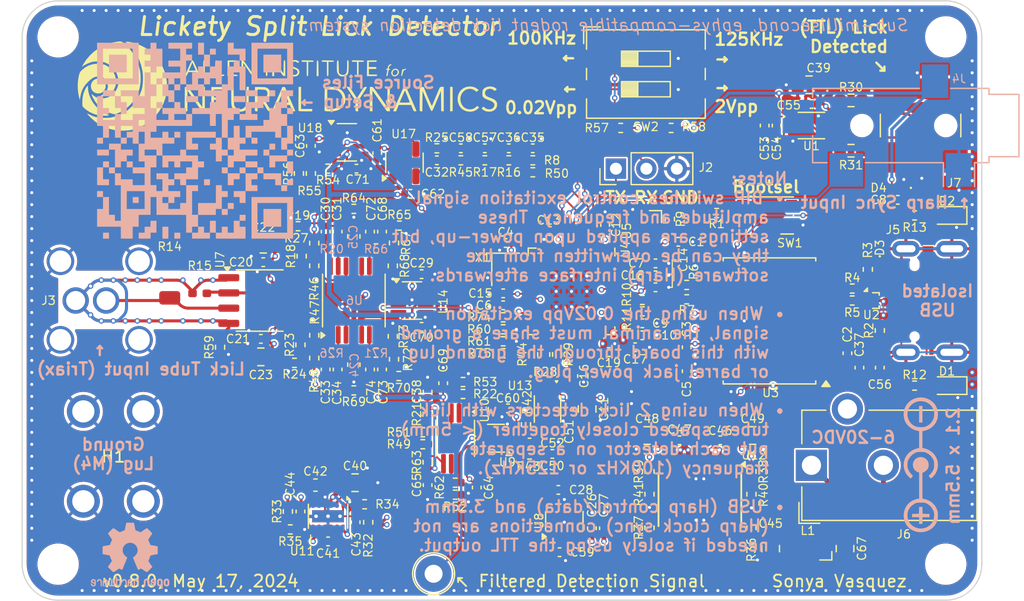
<source format=kicad_pcb>
(kicad_pcb (version 20221018) (generator pcbnew)
  (layers (0 "F.Cu" signal) (1 "In1.Cu" power) (2 "In2.Cu" power) (31 "B.Cu" signal) (34 "B.Paste" user) (35 "F.Paste" user) (36 "B.SilkS" user "B.Silkscreen") (37 "F.SilkS" user "F.Silkscreen") (38 "B.Mask" user) (39 "F.Mask" user) (44 "Edge.Cuts" user))
  (net 0 "")
  (net 1 "GND")
  (net 2 "GND1")
  (net 3 "/Harp Core RP2040 + Isolated USB/VDD1")
  (net 4 "+1V1")
  (net 5 "+2V5")
  (net 6 "-2V5")
  (net 7 "+5V")
  (net 8 "VREF_2V5")
  (net 9 "Net-(C30-Pad1)")
  (net 10 "Net-(C30-Pad2)")
  (net 11 "Net-(C33-Pad1)")
  (net 12 "/100KHz Sine Wave/VSINE")
  (net 13 "Net-(C35-Pad1)")
  (net 14 "Net-(U11-C+)")
  (net 15 "Net-(U11-C-)")
  (net 16 "Net-(U11-CP)")
  (net 17 "IN1")
  (net 18 "Net-(U12-BYP1)")
  (net 19 "Net-(U12-BYP2)")
  (net 20 "Net-(D1-A)")
  (net 21 "Net-(D2-A)")
  (net 22 "/Lick Detection Analog Front End/triax_core")
  (net 23 "Net-(C36-Pad1)")
  (net 24 "VREF_1V25")
  (net 25 "/Harp Core RP2040 + Isolated USB/UART0_TXD")
  (net 26 "/Harp Core RP2040 + Isolated USB/UART0_RXD")
  (net 27 "/Lick Detection Analog Front End/triax_inner_shield")
  (net 28 "/Harp Core RP2040 + Isolated USB/HARP_CLK_SYNC")
  (net 29 "VBUS")
  (net 30 "Net-(J5-CC1)")
  (net 31 "/Harp Core RP2040 + Isolated USB/D+")
  (net 32 "/Harp Core RP2040 + Isolated USB/D-")
  (net 34 "Net-(J5-CC2)")
  (net 36 "+12V")
  (net 37 "GND2")
  (net 39 "Net-(J7-In)")
  (net 40 "/Harp Core RP2040 + Isolated USB/USB_Boot")
  (net 41 "/Harp Core RP2040 + Isolated USB/QSPI_CS")
  (net 42 "Net-(U3-UD+)")
  (net 43 "Net-(U3-UD-)")
  (net 44 "Net-(U3-DD+)")
  (net 45 "/Harp Core RP2040 + Isolated USB/DD+")
  (net 46 "Net-(U3-DD-)")
  (net 47 "/Harp Core RP2040 + Isolated USB/DD-")
  (net 48 "Net-(U4-USB_DP)")
  (net 49 "Net-(U4-USB_DM)")
  (net 50 "Net-(U4-GPIO24)")
  (net 51 "Net-(U4-GPIO25)")
  (net 52 "Net-(U7--)")
  (net 53 "Net-(C57-Pad1)")
  (net 54 "Net-(C32-Pad1)")
  (net 55 "/100KHz Sine Wave/100KHZ_IN")
  (net 56 "Net-(U13-AINP)")
  (net 57 "Net-(U11-FB+)")
  (net 58 "Net-(U11-FB-)")
  (net 59 "Net-(U12-PWRGD1)")
  (net 60 "Net-(U12-PWRGD2)")
  (net 61 "Net-(U12-ADJ1)")
  (net 62 "Net-(U12-ADJ2)")
  (net 63 "/Harp Core RP2040 + Isolated USB/PIO_SCK")
  (net 64 "/Harp Core RP2040 + Isolated USB/PIO_POCI")
  (net 65 "/Harp Core RP2040 + Isolated USB/PIO_CS")
  (net 66 "/Harp Core RP2040 + Isolated USB/FREQ_SEL_DIP")
  (net 67 "/Harp Core RP2040 + Isolated USB/GAIN_SEL_DIP")
  (net 76 "Net-(U17-+)")
  (net 78 "Net-(R22-Pad2)")
  (net 81 "/Harp Core RP2040 + Isolated USB/TTL_OUT")
  (net 86 "/Harp Core RP2040 + Isolated USB/QSPI_D3")
  (net 87 "/Harp Core RP2040 + Isolated USB/QSPI_CLK")
  (net 88 "/Harp Core RP2040 + Isolated USB/QSPI_D0")
  (net 89 "/Harp Core RP2040 + Isolated USB/QSPI_D2")
  (net 90 "/Harp Core RP2040 + Isolated USB/QSPI_D1")
  (net 93 "Net-(U13-AINM)")
  (net 94 "Net-(U13-SDO)")
  (net 95 "Net-(U13-SCLK)")
  (net 96 "Net-(U13-~{CS})")
  (net 97 "Net-(C33-Pad2)")
  (net 98 "Net-(U1-1B)")
  (net 99 "Net-(U1-2B)")
  (net 100 "/100KHz Sine Wave/125KHZ_IN")
  (net 102 "Net-(U4-XIN)")
  (net 107 "GAIN_SEL")
  (net 108 "Net-(R54-Pad1)")
  (net 109 "Net-(R56-Pad1)")
  (net 110 "Net-(U17--)")
  (net 111 "+3.3V")
  (net 112 "FREQ_SEL")
  (net 113 "Net-(U10A-+)")
  (net 114 "Net-(U10A--)")
  (net 115 "Net-(R43-Pad2)")
  (net 116 "Net-(U10B-+)")
  (net 117 "Net-(U10B--)")
  (net 118 "FREQ_SEL_2V5")
  (net 119 "GAIN_SEL_2V5")
  (net 120 "Net-(R62-Pad2)")
  (net 121 "Net-(U6D--)")
  (net 122 "Net-(U6A--)")
  (net 123 "Net-(U6D-+)")
  (net 124 "Net-(U6A-+)")
  (net 125 "Net-(R49-Pad1)")
  (net 126 "Net-(C68-Pad1)")
  (net 127 "Net-(C68-Pad2)")
  (net 128 "Net-(U6C--)")
  (net 129 "Net-(C73-Pad1)")
  (net 130 "Net-(C73-Pad2)")
  (net 131 "Net-(U6B--)")
  (net 132 "Net-(U6C-+)")
  (net 133 "Net-(U6B-+)")
  (footprint "Capacitor_SMD:C_0402_1005Metric" (layer "F.Cu") (at 145 93.4)
    (fp_text reference "C6")
    (fp_text value "100nF" hide)
  )
  (footprint "Capacitor_SMD:C_0402_1005Metric" (layer "F.Cu") (at 130.2 87.25 -90)
    (fp_text reference "C30")
    (fp_text value "160pF" hide)
  )
  (footprint "Resistor_SMD:R_0402_1005Metric" (layer "F.Cu") (at 148.5 97.5 90)
    (fp_text reference "R28")
    (fp_text value "49.9" hide)
  )
  (footprint "Resistor_SMD:R_0402_1005Metric" (layer "F.Cu") (at 127.6 98.2)
    (fp_text reference "R24")
    (fp_text value "1K05" hide)
  )
  (footprint "LED_SMD:LED_0603_1608Metric_Pad1.05x0.95mm_HandSolder" (layer "F.Cu") (at 182 100.1 180)
    (fp_text reference "D1")
    (fp_text value "LED" hide)
  )
  (footprint "Resistor_SMD:R_0402_1005Metric" (layer "F.Cu") (at 127.970866 82.4 -90)
    (fp_text reference "R56")
    (fp_text value "1K00" hide)
  )
  (footprint "Capacitor_SMD:C_0402_1005Metric" (layer "F.Cu") (at 124.8 96.2 180)
    (fp_text reference "C21")
    (fp_text value "100nF" hide)
  )
  (footprint "Capacitor_SMD:C_0402_1005Metric" (layer "F.Cu") (at 153.8 97.3 180)
    (fp_text reference "C19")
    (fp_text value "100nF" hide)
  )
  (footprint "Resistor_SMD:R_0402_1005Metric" (layer "F.Cu") (at 165.7 109.1625 90)
    (fp_text reference "R40")
    (fp_text value "100K" hide)
  )
  (footprint "Resistor_SMD:R_0402_1005Metric" (layer "F.Cu") (at 141 109.2 180)
    (fp_text reference "R52")
    (fp_text value "1K00")
  )
  (footprint "Resistor_SMD:R_0402_1005Metric" (layer "F.Cu") (at 147.5 97.5 90)
    (fp_text reference "R44")
    (fp_text value "49.9" hide)
  )
  (footprint "Capacitor_SMD:C_0402_1005Metric" (layer "F.Cu") (at 132.770866 82 180)
    (fp_text reference "C71")
    (fp_text value "100nF" hide)
  )
  (footprint "Capacitor_SMD:C_0402_1005Metric" (layer "F.Cu") (at 156.6 94.9)
    (fp_text reference "C9")
    (fp_text value "1uF" hide)
  )
  (footprint "Resistor_SMD:R_0402_1005Metric" (layer "F.Cu") (at 135.8 95.99 -90)
    (fp_text reference "R73")
    (fp_text value "115")
  )
  (footprint "Resistor_SMD:R_0402_1005Metric" (layer "F.Cu") (at 159 78.6)
    (fp_text reference "R58")
    (fp_text value "10K" hide)
  )
  (footprint "Resistor_SMD:R_0402_1005Metric" (layer "F.Cu") (at 135.9 88.2 90)
    (fp_text reference "R67")
    (fp_text value "10K2")
  )
  (footprint "Resistor_SMD:R_0402_1005Metric" (layer "F.Cu") (at 141 108.2)
    (fp_text reference "R62")
    (fp_text value "1K00" hide)
  )
  (footprint "Connector_BarrelJack:BarrelJack_CUI_PJ-102AH_Horizontal" (layer "F.Cu") (at 170.7 106.75 90)
    (fp_text reference "J6")
    (fp_text value "Barrel_Jack_Switch" hide)
  )
  (footprint "Capacitor_SMD:C_0402_1005Metric" (layer "F.Cu") (at 134.5 80.7 90)
    (fp_text reference "C61")
    (fp_text value "100nF" hide)
  )
  (footprint "Capacitor_SMD:C_0402_1005Metric" (layer "F.Cu") (at 153.4 112 90)
    (fp_text reference "C27")
    (fp_text value "1uF" hide)
  )
  (footprint "Resistor_SMD:R_0402_1005Metric" (layer "F.Cu") (at 134.4 88.65)
    (fp_text reference "R66")
    (fp_text value "100K")
  )
  (footprint "Capacitor_SMD:C_0402_1005Metric" (layer "F.Cu") (at 138.7 100.6 -90)
    (fp_text reference "C38")
    (fp_text value "100nF" hide)
  )
  (footprint "Capacitor_SMD:C_0805_2012Metric" (layer "F.Cu") (at 167.3 113.7 -90)
    (fp_text reference "C45")
    (fp_text value "3.3uF" hide)
  )
  (footprint "Resistor_SMD:R_0402_1005Metric_Pad0.72x0.64mm_HandSolder" (layer "F.Cu") (at 121.4 96.9 90)
    (fp_text reference "R59")
    (fp_text value "0" hide)
  )
  (footprint "Resistor_SMD:R_0402_1005Metric" (layer "F.Cu") (at 130.7 97.35 180)
    (fp_text reference "R26")
    (fp_text value "102K" hide)
  )
  (footprint "Resistor_SMD:R_0402_1005Metric" (layer "F.Cu") (at 145 97.4)
    (fp_text reference "R75")
    (fp_text value "1K00")
  )
  (footprint "Resistor_SMD:R_0402_1005Metric" (layer "F.Cu") (at 145 95.4)
    (fp_text reference "R60")
    (fp_text value "4K7" hide)
  )
  (footprint "Resistor_SMD:R_0402_1005Metric" (layer "F.Cu") (at 165.7 107.2625 -90)
    (fp_text reference "R38")
    (fp_text value "309K" hide)
  )
  (footprint "kicad_component_library:TRB_Trompeter_CBBJR79A_Horizontal" (layer "F.Cu") (at 111.9 93 90)
    (fp_text reference "J3")
    (fp_text value "Conn_Triaxial" hide)
  )
  (footprint "Button_Switch_SMD:SW_DIP_SPSTx02_Slide_9.78x7.26mm_W8.61mm_P2.54mm" (layer "F.Cu") (at 156.9 74.1)
    (fp_text reference "SW2")
    (fp_text value "SW_DIP_x02" hide)
  )
  (footprint "Capacitor_SMD:C_0402_1005Metric" (layer "F.Cu") (at 148.9 87.2)
    (fp_text reference "C13")
    (fp_text value "100nF" hide)
  )
  (footprint "Resistor_SMD:R_0402_1005Metric" (layer "F.Cu") (at 156.6 93.9)
    (fp_text reference "R11")
    (fp_text value "27" hide)
  )
  (footprint "Capacitor_SMD:C_0402_1005Metric" (layer "F.Cu") (at 145.4 102)
    (fp_text reference "C60")
    (fp_text value "100nF")
  )
  (footprint "Capacitor_SMD:C_0402_1005Metric" (layer "F.Cu") (at 177.9 84.6)
    (fp_text reference "C8")
    (fp_text value "1uF" hide)
  )
  (footprint "Package_TO_SOT_SMD:SOT-23-8" (layer "F.Cu") (at 137.4 93)
    (fp_text reference "U14")
    (fp_text value "MAX4564EKA" hide)
  )
  (footprint "Capacitor_SMD:C_0402_1005Metric" (layer "F.Cu") (at 142.8 108.6 90)
    (fp_text reference "C64")
    (fp_text value "100nF")
  )
  (footprint "Package_TO_SOT_SMD:Texas_DRT-3" (layer "F.Cu") (at 175.8 93 -90)
    (fp_text reference "U2")
    (fp_text value "TPD2EUSB30" hide)
  )
  (footprint "Capacitor_SMD:C_0402_1005Metric" (layer "F.Cu") (at 130.4 113.1 180)
    (fp_text reference "C41")
    (fp_text value "1uF" hide)
  )
  (footprint "Resistor_SMD:R_0402_1005Metric" (layer "F.Cu") (at 149.5 97.5 90)
    (fp_text reference "R29")
    (fp_text value "49.9" hide)
  )
  (footprint "Resistor_SMD:R_0402_1005Metric" (layer "F.Cu") (at 157.2 107.2625 -90)
    (fp_text reference "R39")
    (fp_text value "172K" hide)
  )
  (footprint "Resistor_SMD:R_1206_3216Metric" (layer "F.Cu") (at 117.2 91.3125 -90)
    (fp_text reference "R14")
    (fp_text value "100K" hide)
  )
  (footprint "Capacitor_SMD:C_0402_1005Metric" (layer "F.Cu") (at 149.6 108.8 180)
    (fp_text reference "C28")
    (fp_text value "100nF" hide)
  )
  (footprint "Capacitor_SMD:C_0402_1005Metric" (layer "F.Cu") (at 176.4 98.6 90)
    (fp_text reference "C56")
    (fp_text value "1uF" hide)
  )
  (footprint "Resistor_SMD:R_0402_1005Metric" (layer "F.Cu") (at 132.55 100.5 180)
    (fp_text reference "R69")
    (fp_text value "121K")
  )
  (footprint "Package_SON:WSON-12-1EP_3x2mm_P0.5mm_EP1x2.65_ThermalVias" (layer "F.Cu") (at 130.4 111 -90)
    (fp_text reference "U11")
    (fp_text value "LM27762" hide)
  )
  (footprint "Capacitor_SMD:C_0805_2012Metric" (layer "F.Cu") (at 125 88.3)
    (fp_text reference "C22")
    (fp_text value "10uF" hide)
  )
  (footprint "Capacitor_SMD:C_0805_2012Metric" (layer "F.Cu") (at 132.65 108.2)
    (fp_text reference "C40")
    (fp_text value "22uF" hide)
  )
  (footprint "Capacitor_SMD:C_0402_1005Metric" (layer "F.Cu") (at 167.8 78.4 90)
    (fp_text reference "C54")
    (fp_text value "100nF" hide)
  )
  (footprint "Resistor_SMD:R_0402_1005Metric" (layer "F.Cu") (at 175.4 90.4 90)
    (fp_text reference "R3")
    (fp_text value "5K1" hide)
  )
  (footprint "Capacitor_SMD:C_0603_1608Metric" (layer "F.Cu") (at 132.55 98.35 90)
    (fp_text reference "C24")
    (fp_text value "100nF")
  )
  (footprint "Resistor_SMD:R_0402_1005Metric" (layer "F.Cu") (at 130.370866 82)
    (fp_text reference "R54")
    (fp_text value "1K00" hide)
  )
  (footprint "Package_SO:SO-8_3.9x4.9mm_P1.27mm" (layer "F.Cu") (at 124.7 93)
    (fp_text reference "U7")
    (fp_text value "LTC6268xS8-10" hide)
  )
  (footprint "Package_SO:VSSOP-8_2.3x2mm_P0.5mm" (layer "F.Cu") (at 170.7 78.4)
    (fp_text reference "U1")
    (fp_text value "74LVCH2T45DC" hide)
  )
  (footprint "Resistor_SMD:R_0402_1005Metric" (layer "F.Cu") (at 129.25 95.9 90)
    (fp_text reference "R47")
    (fp_text value "113" hide)
  )
  (footprint "MountingHole:MountingHole_3.2mm_M3_DIN965" (layer "F.Cu") (at 181.9 115)
    (fp_text reference "REF**" hide)
    (fp_text value "MountingHole_3.2mm_M3_DIN965" hide)
  )
  (footprint "Resistor_SMD:R_0402_1005Metric" (layer "F.Cu") (at 129.25 90.1 90)
    (fp_text reference "R46")
    (fp_text value "133" hide)
  )
  (footprint "Resistor_SMD:R_0402_1005Metric" (layer "F.Cu") (at 154.8 78.6)
    (fp_text reference "R57")
    (fp_text value "10K" hide)
  )
  (footprint "kicad_component_library:RP2040-QFN-56" (layer "F.Cu") (at 150.7 92.2375 -90)
    (fp_text reference "U4")
    (fp_text value "RP2040" hide)
  )
  (footprint "MountingHole:MountingHole_3.2mm_M3_DIN965" (layer "F.Cu") (at 181.9 71)
    (fp_text reference "REF**" hide)
    (fp_text value "MountingHole_3.2mm_M3_DIN965" hide)
  )
  (footprint "Capacitor_SMD:C_0402_1005Metric" (layer "F.Cu") (at 160.3 96.9 90)
    (fp_text reference "C3")
    (fp_text value "100nF" hide)
  )
  (footprint "Resistor_SMD:R_0603_1608Metric_Pad0.98x0.95mm_HandSolder" (layer "F.Cu") (at 174 76.3)
    (fp_text reference "R30")
    (fp_text value "100" hide)
  )
  (footprint "Connector_USB:USB_C_Receptacle_JAE_DX07S016JA1R1500" (layer "F.Cu") (at 181.25 93 90)
    (fp_text reference "J5")
    (fp_text value "USB_C_Receptacle_USB2.0" hide)
  )
  (footprint "Capacitor_SMD:C_0805_2012Metric" (layer "F.Cu") (at 124.8 97.7 180)
    (fp_text reference "C23")
    (fp_text value "10uF" hide)
  )
  (footprint "Resistor_SMD:R_0402_1005Metric" (layer "F.Cu") (at 160.3 92.9 180)
    (fp_text reference "R7")
    (fp_text value "24" hide)
  )
  (footprint "Resistor_SMD:R_0402_1005Metric" (layer "F.Cu") (at 147.470866 82.3 180)
    (fp_text reference "R50")
    (fp_text value "2K2" hide)
  )
  (footprint "kicad_component_library:SW_Push_1P1T-SH_NO_Vertical_Wuerth_WS-TASV" (layer "F.Cu") (at 167 85.9 180)
    (fp_text reference "SW1")
    (fp_text value "~" hide)
  )
  (footprint "Capacitor_SMD:C_0402_1005Metric" (layer "F.Cu") (at 173.7 97.4 90)
    (fp_text reference "C2")
    (fp_text value "100nF" hide)
  )
  (footprint "Resistor_SMD:R_0402_1005Metric" (layer "F.Cu") (at 143.470866 81.3 180)
    (fp_text reference "R17")
    (fp_text value "4K7" hide)
  )
  (footprint "Package_TO_SOT_SMD:SOT-23-8" (layer "F.Cu") (at 131.970866 79.8)
    (fp_text reference "U18")
    (fp_text value "MAX4564EKA" hide)
  )
  (footprint "Resistor_SMD:R_0402_1005Metric" (layer "F.Cu") (at 133.75 111.5 90)
    (fp_text reference "R32")
    (fp_text value "54K9" hide)
  )
  (footprint "MountingHole:MountingHole_3.2mm_M3_DIN965" (layer "F.Cu") (at 107.9 71)
    (fp_text reference "REF**" hide)
    (fp_text value "MountingHole_3.2mm_M3_DIN965" hide)
  )
  (footprint "Crystal:Crystal_SMD_2016-4Pin_2.0x1.6mm" (layer "F.Cu") (at 145.2 90.4 -90)
    (fp_text reference "X1")
    (fp_text value "ECS-TXO-2016" hide)
  )
  (footprint "Capacitor_SMD:C_0402_1005Metric" (layer "F.Cu") (at 147.2 104.85 180)
    (fp_text reference "C52")
    (fp_text value "300pF" hide)
  )
  (footprint "Resistor_SMD:R_0402_1005Metric" (layer "F.Cu") (at 160.3 91.7 180)
    (fp_text reference "R6")
    (fp_text value "24" hide)
  )
  (footprint "Resistor_SMD:R_0402_1005Metric" (layer "F.Cu") (at 145 96.4)
    (fp_text reference "R61")
    (fp_text value "4K7" hide)
  )
  (footprint "Resistor_SMD:R_0402_1005Metric" (layer "F.Cu") (at 179.3 100.1)
    (fp_text reference "R12")
    (fp_text value "680" hide)
  )
  (footprint "Capacitor_SMD:C_0402_1005Metric" (layer "F.Cu") (at 149.1 105.8 180)
    (fp_text reference "C50")
    (fp_text value "2.2uF" hide)
  )
  (footprint "Diode_SMD:D_0402_1005Metric" (layer "F.Cu") (at 176.4 90.4 -90)
    (fp_text reference "D3")
    (fp_text value "D_TVS" hide)
  )
  (footprint "Capacitor_SMD:C_0402_1005Metric" (layer "F.Cu") (at 157.7 91.9 180)
    (fp_text reference "C14")
    (fp_text value "100nF" hide)
  )
  (footprint "Capacitor_SMD:C_0402_1005Metric" (layer "F.Cu") (at 128.1 110.6 90)
    (fp_text reference "C44")
    (fp_text value "2.2uF" hide)
  )
  (footprint "MountingHole:MountingHole_3.2mm_M3_DIN965" (layer "F.Cu") (at 107.9 115)
    (fp_text reference "REF**" hide)
    (fp_text value "MountingHole_3.2mm_M3_DIN965" hide)
  )
  (footprint "Capacitor_SMD:C_0402_1005Metric" (layer "F.Cu") (at 138.2 95.2)
    (fp_text reference "C70")
    (fp_text value "100nF" hide)
  )
  (footprint "Resistor_SMD:R_0402_1005Metric" (layer "F.Cu") (at 174.1 92 180)
    (fp_text reference "R4")
    (fp_text value "24" hide)
  )
  (footprint "LED_SMD:LED_0603_1608Metric_Pad1.05x0.95mm_HandSolder" (layer "F.Cu") (at 182 85.9 180)
    (fp_text reference "D2")
    (fp_text value "LED" hide)
  )
  (footprint "Capacitor_SMD:C_0402_1005Metric" (layer "F.Cu") (at 157.7 90.9 180)
    (fp_text reference "C18")
    (fp_text value "100nF" hide)
  )
  (footprint "Resistor_SMD:R_0402_1005Metric" (layer "F.Cu") (at 136.3 99.3)
    (fp_text reference "R70")
    (fp_text value "1K00")
  )
  (footprint "Capacitor_SMD:C_0402_1005Metric" (layer "F.Cu") (at 156.6 95.9)
    (fp_text reference "C10")
    (fp_text value "1uF" hide)
  )
  (footprint "Capacitor_SMD:C_0402_1005Metric" (layer "F.Cu") (at 140 99.9 90)
    (fp_text reference "C69")
    (fp_text value "100nF")
  )
  (footprint "Resistor_SMD:R_0402_1005Metric" (layer "F.Cu") (at 138.3 104.99)
    (fp_text reference "R49")
    (fp_text value "1K00")
  )
  (footprint "Resistor_SMD:R_0402_1005Metric" (layer "F.Cu") (at 129.25 88.21 90)
    (fp_text reference "R27")
    (fp_text value "10K0" hide)
  )
  (footprint "Resistor_SMD:R_0402_1005Metric" (layer "F.Cu") (at 128.2 89.3 90)
    (fp_text reference "R18")
    (fp_text value "127K" hide)
  )
  (footprint "Resistor_SMD:R_0402_1005Metric" (layer "F.Cu") (at 174.1 93 180)
    (fp_text reference "R5")
    (fp_text value "24" hide)
  )
  (footprint "Capacitor_SMD:C_0402_1005Metric" (layer "F.Cu") (at 149.7 114 180)
    (fp_text reference "C59")
    (fp_text value "100nF" hide)
  )
  (footprint "Resistor_SMD:R_0402_1005Metric" (layer "F.Cu") (at 135.9 97.9 -90)
    (fp_text reference "R72")
    (fp_text value "8K87")
  )
  (footprint "Resistor_SMD:R_0402_1005Metric" (layer "F.Cu") (at 145.470866 81.3 180)
    (fp_text reference "R16")
    (fp_text value "4K7" hide)
  )
  (footprint "Capacitor_SMD:C_0805_2012Metric" (layer "F.Cu") (at 157 104.2625 180)
    (fp_text reference "C48")
    (fp_text value "10uF" hide)
  )
  (footprint "Resistor_SMD:R_0402_1005Metric" (layer "F.Cu") (at 128.1 96.7 90)
    (fp_text reference "R23")
    (fp_text value "127K" hide)
  )
  (footprint "Capacitor_SMD:C_0402_1005Metric" (layer "F.Cu") (at 150.5 102.05 90)
    (fp_text reference "C51")
    (fp_text value "2.2uF" hide)
  )
  (footprint "Capacitor_SMD:C_0402_1005Metric" (layer "F.Cu") (at 174.7 98.6 -90)
    (fp_text reference "C37")
    (fp_text value "100nF" hide)
  )
  (footprint "Capacitor_SMD:C_0402_1005Metric" (layer "F.Cu") (at 133.9 98.75 90)
    (fp_text reference "C74")
    (fp_text value "130pF")
  )
  (footprint "Resistor_SMD:R_0402_1005Metric" (layer "F.Cu") (at 158.9 86.2 -90)
    (fp_text reference "R9")
    (fp_text value "10K" hide)
  )
  (footprint "Fiducial:Fiducial_0.5mm_Mask1mm" (layer "F.Cu") (at 177.9 115)
    (fp_text reference "FID2" hide)
    (fp_text value "Fiducial" hide)
  )
  (footprint "Capacitor_SMD:C_0402_1005Metric" (layer "F.Cu") (at 159.6 88.1 180)
    (fp_text reference "C1")
    (fp_text value "100nF" hide)
  )
  (footprint "Capacitor_SMD:C_0402_1005Metric" (layer "F.Cu") (at 131.2 87.25 -90)
    (fp_text reference "C31")
    (fp_text value "160pF" hide)
  )
  (footprint "Capacitor_SMD:C_0402_1005Metric" (layer "F.Cu") (at 147.470866 80.3)
    (fp_text reference "C35")
    (fp_text value "1nF" hide)
  )
  (footprint "Package_SO:MSOP-8_3x3mm_P0.65mm" (layer "F.Cu") (at 141 104.5 -90)
    (fp_text reference "U10")
    (fp_text value "ADA4891-2" hide)
  )
  (footprint "Resistor_SMD:R_0402_1005Metric" (layer "F.Cu") (at 141.65 99.8)
    (fp_text reference "R53")
    (fp_text value "1K00")
  )
  (footprint "Capacitor_SMD:C_0805_2012Metric" (layer "F.Cu") (at 152 102.05 -90)
    (fp_text reference "C11")
    (fp_text value "10uF" hide)
  )
  (footprint "Capacitor_SMD:C_0805_2012Metric" (layer "F.Cu") (at 170.5 75 180)
    (fp_text reference "C39")
    (fp_text value "10uF" hide)
  )
  (footprint "Resistor_SMD:R_0402_1005Metric" (layer "F.Cu") (at 157.2 109.1625 90)
    (fp_text reference "R41")
    (fp_text value "100K" hide)
  )
  (footprint "Capacitor_SMD:C_0402_1005Metric" (layer "F.Cu") (at 153.5 86.7 -90)
    (fp_text reference "C12")
    (fp_text value "100nF" hide)
  )
  (footprint "Capacitor_SMD:C_0402_1005Metric" (layer "F.Cu") (at 145 92.4)
    (fp_text reference "C15")
    (fp_text value "100nF" hide)
  )
  (footprint "Package_SO:SOIC-16W_7.5x10.3mm_P1.27mm" (layer "F.Cu") (at 167.2 94.7 180)
    (fp_text reference "U3")
    (fp_text value "ADUM4160" hide)
  )
  (footprint "Capacitor_SMD:C_0402_1005Metric" (layer "F.Cu") (at 163.1 104.6625)
    (fp_text reference "C46")
    (fp_text value "10nF" hide)
  )
  (footprint "Capacitor_SMD:C_0402_1005Metric" (layer "F.Cu") (at 170.7 76.6)
    (fp_text reference "C55")
    (fp_text value "100nF" hide)
  )
  (footprint "Capacitor_SMD:C_0402_1005Metric" (layer "F.Cu") (at 138.7 108.4 90)
    (fp_text reference "C65")
    (fp_text value "100nF" hide)
  )
  (footprint "Capacitor_SMD:C_0402_1005Metric" (layer "F.Cu") (at 143.470866 80.3)
    (fp_text reference "C57")
    (fp_text value "1nF" hide)
  )
  (footprint "Capacitor_SMD:C_0402_1005Metric" (layer "F.Cu") (at 152.4 112 -90)
    (fp_text reference "C26")
    (fp_text value "100nF" hide)
  )
  (footprint "Resistor_SMD:R_0402_1005Metric" (layer "F.Cu") (at 136.35 86.75 180)
    (fp_text reference "R65")
    (fp_text value "1K02")
  )
  (footprint "Capacitor_SMD:C_0402_1005Metric" (layer "F.Cu") (at 159.7 104.6625 180)
    (fp_text reference "C47")
    (fp_text value "10nF" hide)
  )
  (footprint "Package_SO:VSSOP-8_2.3x2mm_P0.5mm" (layer "F.Cu") (at 148.7 102.05 -90)
    (fp_text reference "U13")
    (fp_text value "ADS7049" hide)
  )
  (footprint "Resistor_SMD:R_0402_1005Metric" (layer "F.Cu") (at 147.470866 81.3 180)
    (fp_text reference "R8")
    (fp_text value "4K7" hide)
  )
  (footprint "kicad_component_library:SMA_TE_Connectivity_CONSMA002-SMD-G-T_Horizontal" (layer "F.Cu") (at 179.8 78.4 180)
    (fp_text reference "J7")
    (fp_text value "Conn_Coaxial" hide)
  )
  (footprint "Resistor_SMD:R_0402_1005Metric" (layer "F.Cu") (at 132.55 85.35 180)
    (fp_text reference "R64")
    (fp_text value "133K")
  )
  (footprint "Capacitor_SMD:C_0402_1005Metric" (layer "F.Cu") (at 150.85 99.3 90)
    (fp_text reference "C16")
    (fp_text value "100nF" hide)
  )
  (footprint "Package_SO:TSSOP-14_4.4x5mm_P0.65mm" (layer "F.Cu") (at 132.55 93 90)
    (fp_text reference "U6")
    (fp_text value "ADA4891-4")
  )
  (footprint "Capacitor_SMD:C_0402_1005Metric" (layer "F.Cu") (at 137.270866 84.1)
    (fp_text reference "C62")
    (fp_text value "100nF" hide)
  )
  (footprint "Resistor_SMD:R_0402_1005Metric" (layer "F.Cu") (at 134.4 97.35)
    (fp_text reference "R71")
    (fp_text value "100K")
  )
  (footprint "Resistor_SMD:R_0402_1005Metric" (layer "F.Cu") (at 157.2 111.9625 90)
    (fp_text reference "R37")
    (fp_text value "1M" hide)
  )
  (footprint "Resistor_SMD:R_0402_1005Metric" (layer "F.Cu") (at 156.6 92.95)
    (fp_text reference "R10")
    (fp_text value "27" hide)
  )
  (footprint "Resistor_SMD:R_0402_1005Metric" (layer "F.Cu") (at 138.3 103.99 180)
    (fp_text reference "R51")
    (fp_text value "1K00")
  )
  (footprint "Capacitor_SMD:C_0402_1005Metric" (layer "F.Cu") (at 131.2 98.75 90)
    (fp_text reference "C34")
    (fp_text value "120pF" hide)
  )
  (footprint "Capacitor_SMD:C_0402_1005Metric" (layer "F.Cu") (at 156 96.9 180)
    (fp_text reference "C17")
    (fp_text value "100nF" hide)
  )
  (footprint "Capacitor_SMD:C_0402_1005Metric" (layer "F.Cu") (at 134.9 98.75 90)
    (fp_text reference "C73")
    (fp_text value "130pF")
  )
  (footprint "Resistor_SMD:R_0402_1005Metric" (layer "F.Cu") (at 179.3 85.9)
    (fp_text reference "R13")
    (fp_text value "680" hide)
  )
  (footprint "Resistor_SMD:R_0402_1005Metric" (layer "F.Cu") (at 138.7 102.49 -90)
    (fp_text reference "R21")
    (fp_text value "100K")
  )
  (footprint "Package_TO_SOT_SMD:SOT-363_SC-70-6" (layer "F.Cu") (at 144.4 104.49 180)
    (fp_text reference "U9")
    (fp_text value "TS5A9411DCKR" hide)
  )
  (footprint "Diode_SMD:D_0402_1005Metric" (layer "F.Cu") (at 177.9 83.6 180)
    (fp_text reference "D4")
    (fp_text value "D_TVS" hide)
  )
  (footprint "Resistor_SMD:R_0402_1005Metric" (layer "F.Cu") (at 138.7 106.49 90)
    (fp_text reference "R63")
    (fp_text value "1K00" hide)
  )
  (footprint "Resistor_SMD:R_0402_1005Metric" (layer "F.Cu") (at 176.4 95.5 -90)
    (fp_text reference "R2")
    (fp_text value "5K1" hide)
  )
  (footprint "Capacitor_SMD:C_0402_1005Metric" (layer "F.Cu") (at 133.9 87.25 -90)
    (fp_text reference "C72")
    (fp_text value "160pF")
  )
  (footprint "Capacitor_SMD:C_0402_1005Metric" (layer "F.Cu") (at 128.970866 80.1 90)
    (fp_text reference "C63")
    (fp_text value "100nF" hide)
  )
  (footprint "Capacitor_SMD:C_0402_1005Metric" (layer "F.Cu") (at 125 89.8)
    (fp_text reference "C20")
    (fp_text value "100nF" hide)
  )
  (footprint "Package_SO:ETSSOP-20-1EP_4.4x6.5mm_P0.65mm_EP3x4.2mm" (layer "F.Cu") (at 161.4 109.6 -90)
    (fp_text reference "U12")
    (fp_text value "LT3030" hide)
  )
  (footprint "Resistor_SMD:R_0402_1005Metric_Pad0.72x0.64mm_HandSolder" (layer "F.Cu") (at 119.7 92.4)
    (fp_text reference "R15")
    (fp_text value "100" hide)
  )
  (footprint "Capacitor_SMD:C_0805_2012Metric" (layer "F.Cu") (at 173.5 113.7 -90)
    (fp_text reference "C67")
    (fp_text value "3.3uF" hide)
  )
  (footprint "Resistor_SMD:R_0402_1005Metric" (layer "F.Cu") (at 133.45 110 180)
    (fp_text reference "R34")
    (fp_text value "51K" hide)
  )
  (footprint "Capacitor_SMD:C_0402_1005Metric" (layer "F.Cu") (at 166.8 78.4 -90)
    (fp_text reference "C53")
    (fp_text value "1uF" hide)
  )
  (footprint "kicad_component_library:Terminal_Keystone_779x_EdgeMount_Horizontal" (layer "F.Cu") (at 112.5 106 -90)
    (fp_text reference "H1")
    (fp_text value "MountingHole_Pad" hide)
  )
  (footprint "Capacitor_SMD:C_0603_1608Metric" (layer "F.Cu") (at 129.35 108.4)
    (fp_text reference "C42")
    (fp_text value "4.7uF" hide)
  )
  (footprint "Resistor_SMD:R_0402_1005Metric" (layer "F.Cu") (at 141.65 100.8)
    (fp_text reference "R22")
    (fp_text value "100K")
  )
  (footprint "Resistor_SMD:R_0402_1005Metric" (layer "F.Cu") (at 127.25 112.1)
    (fp_text reference "R35")
    (fp_text value "51K" hide)
  )
  (footprint "Resistor_SMD:R_0402_1005Metric" (layer "F.Cu") (at 127.9 86.8)
    (fp_text reference "R19")
    (fp_text value "976" hide)
  )
  (footprint "Capacitor_SMD:C_0402_1005Metric" (layer "F.Cu") (at 160.3 98.9 -90)
    (fp_text reference "C5")
    (fp_text value "100nF" hide)
  )
  (footprint "Resistor_SMD:R_0402_1005Metric" (layer "F.Cu") (at 128.970866 82.4 -90)
    (fp_text reference "R55")
    (fp_text value "100K" hide)
  )
  (footprint "Resistor_SMD:R_0402_1005Metric" (layer "F.Cu") (at 130.7 88.65 180)
    (fp_text reference "R20")
    (fp_text value "97K6" hide)
  )
  (footprint "Resistor_SMD:R_0402_1005Metric" (layer "F.Cu") (at 135.8 90.11 90)
    (fp_text reference "R68")
    (fp_text value "137")
  )
  (footprint "Resistor_SMD:R_0603_1608Metric_Pad0.98x0.95mm_HandSolder" (layer "F.Cu") (at 174 80.5)
    (fp_text reference "R31")
    (fp_text value "100" hide)
  )
  (footprint "Resistor_SMD:R_0402_1005Metric" (layer "F.Cu") (at 165.7 111.9625 90)
    (fp_text reference "R36")
    (fp_text value "1M" hide)
  )
  (footprint "Package_TO_SOT_SMD:SOT-23-5" (layer "F.Cu") (at 136.770866 81.5 90)
    (fp_text reference "U17")
    (fp_text value "ADA4891-1")
  )
  (footprint "Capacitor_SMD:C_0402_1005Metric" (layer "F.Cu") (at 132.7 111.5 -90)
    (fp_text reference "C43")
    (fp_text value "2.2uF" hide)
  )
  (footprint "LOGO" (layer "F.Cu") (at 127 75.1)
    (fp_text reference "G2" hide)
    (fp_text value "LOGO" hide)
  )
  (footprint "Resistor_SMD:R_0402_1005Metric" (layer "F.Cu") (at 141.470866 81.3 180)
    (fp_text reference "R45")
    (fp_text value "4K7" hide)
  )
  (footprint "Capacitor_SMD:C_0402_1005Metric" (layer "F.Cu") (at 138.2 90.8)
    (fp_text reference "C29")
    (fp_text value "100nF" hide)
  )
  (footprint "Capacitor_SMD:C_0603_1608Metric" (layer "F.Cu") (at 132.55 87.65 90)
    (fp_text reference "C25")
    (fp_text value "100nF")
  )
  (footprint "Capacitor_SMD:C_0805_2012Metric" (layer "F.Cu") (at 165.8 104.2625)
    (fp_text reference "C49")
    (fp_text value "22uF" hide)
  )
  (footprint "Resistor_SMD:R_0402_1005Metric" (layer "F.Cu") (at 147.2 105.85 180)
    (fp_text reference "R43")
    (fp_text value "127" hide)
  )
  (footprint "Connector_PinHeader_2.54mm:PinHeader_1x03_P2.54mm_Vertical" (layer "F.Cu") (at 154.4 82 90)
    (fp_text reference "J2")
    (fp_text value "Conn_01x03_Male" hide)
  )
  (footprint "Resistor_SMD:R_0402_1005Metric" (layer "F.Cu") (at 139.470866 80.3)
    (fp_text reference "R25")
    (fp_text value "4K7" hide)
  )
  (footprint "Fiducial:Fiducial_0.5mm_Mask1mm" (layer "F.Cu") (at 111.9 115)
    (fp_text reference "FID1" hide)
    (fp_text value "Fiducial" hide)
  )
  (footprint "Resistor_SMD:R_0402_1005Metric" (layer "F.Cu") (at 145 94.4)
    (fp_text reference "R74")
    (fp_text value "1K00")
  )
  (footprint "kicad_component_library:Winbond-8USON-2x3mm" (layer "F.Cu") (at 157 87.2 -90)
    (fp_text reference "U5")
    (fp_text value "W25Q16JVUXIQ" hide)
  )
  (footprint "kicad_component_library:L_CommonModeChoke_TDKCorporation_1210" (layer "F.Cu") (at 170.4 113.7 180)
    (fp_text reference "L1")
    (fp_text value "L_Coupled_1423" hide)
  )
  (footprint "Resistor_SMD:R_0402_1005Metric" (layer "F.Cu") (at 127.05 110.6 -90)
    (fp_text reference "R33")
    (fp_text value "53K6" hide)
  )
  (footprint "Capacitor_SMD:C_0402_1005Metric" (layer "F.Cu") (at 145.470866 80.3)
    (fp_text reference "C36")
    (fp_text value "1nF" hide)
  )
  (footprint "Resistor_SMD:R_0402_1005Metric" (layer "F.Cu") (at 129.25 97.8 -90)
    (fp_text reference "R48")
    (fp_text value "8K87" hide)
  )
  (footprint "Capacitor_SMD:C_0402_1005Metric" (layer "F.Cu") (at 139.470866 81.3 180)
    (fp_text reference "C32")
    (fp_text value "1nF" hide)
  )
  (footprint "Fiducial:Fiducial_0.5mm_Mask1mm" (layer "F.Cu") (at 177.9 71)
    (fp_text reference "FID3" hide)
    (fp_text value "Fiducial" hide)
  )
  (footprint "Package_TO_SOT_SMD:SOT-23-5" (layer "F.Cu") (at 150.1 111.4 90)
    (fp_text reference "U8")
    (fp_text value "REF2025" hide)
  )
  (footprint "Capacitor_SMD:C_0402_1005Metric" (layer "F.Cu") (at 157.7 89.9 180)
    (fp_text reference "C7")
    (fp_text value "100nF" hide)
  )
  (footprint "Capacitor_SMD:C_0402_1005Metric" (layer "F.Cu") (at 145.2 88.2)
    (fp_text reference "C4")
    (fp_text value "10nF" hide)
  )
  (footprint "Capacitor_SMD:C_0402_1005Metric" (layer "F.Cu") (at 130.2 98.75 90)
    (fp_text reference "C33")
    (fp_text value "120pF" hide)
  )
  (footprint "Resistor_SMD:R_0402_1005Metric" (layer "F.Cu") (at 146.9 103.35 -90)
    (fp_text reference "R42")
    (fp_text value "127" hide)
  )
  (footprint "TestPoint:TestPoint_THTPad_D3.0mm_Drill1.5mm" (layer "F.Cu") (at 139.2 115.8 90)
    (fp_text reference "TP1" hide)
    (fp_text value "TestPoint" hide)
  )
  (footprint "Resistor_SMD:R_0402_1005Metric" (layer "F.Cu") (at 162.8 85.7 180)
    (fp_text reference "R1")
    (fp_text value "1K" hide)
  )
  (footprint "Capacitor_SMD:C_0402_1005Metric" (layer "F.Cu") (at 134.9 87.25 -90)
    (fp_text reference "C68")
    (fp_text value "160pF")
  )
  (footprint "Capacitor_SMD:C_0402_1005Metric" (layer "F.Cu") (at 141.470866 80.3)
    (fp_text reference "C58")
    (fp_text value "1nF" hide)
  )
  (footprint "LOGO" (layer "B.Cu") (at 179.8 106.7 -90)
    (fp_text reference "G3" hide)
    (fp_text value "LOGO" hide)
  )
  (footprint "Symbol:OSHW-Logo2_7.3x6mm_SilkScreen" (layer "B.Cu") (at 113.9 114.3 180)
    (fp_text reference "REF1" hide)
    (fp_text value "OSHW-Logo2_7.3x6mm_SilkScreen" hide)
  )
  (footprint "Connector_Audio:Jack_3.5mm_CUI_SJ-3524-SMT_Horizontal" (layer "B.Cu") (at 179.4 78.4 90)
    (fp_text reference "J4")
    (fp_text value "AudioJack3")
  )
  (footprint "LOGO" (layer "B.Cu") (at 119.3 79.7 180)
    (fp_text reference "G1" hide)
    (fp_text value "LOGO" hide)
  )
  (gr_line (start 158.9 91.9) (end 159.1 91.9) (stroke (width 0.1)) (layer "F.SilkS"))
  (gr_line (start 127.55 109.3) (end 127.85 109.6) (stroke (width 0.15)) (layer "F.SilkS"))
  (gr_line (start 159.1 91.9) (end 159.1 89.6) (stroke (width 0.1)) (layer "F.SilkS"))
  (gr_line (start 128.95 112.5625) (end 128.95 113.3) (stroke (width 0.1)) (layer "F.SilkS"))
  (gr_line (start 159.1 89.6) (end 159.4 89.6) (stroke (width 0.1)) (layer "F.SilkS"))
  (gr_line (start 184.9 115) (end 184.9 71) (stroke (width 0.1)) (layer "Edge.Cuts"))
  (gr_arc (start 104.9 71) (mid 105.77868 68.87868) (end 107.9 68) (stroke (width 0.1)) (layer "Edge.Cuts"))
  (gr_arc (start 107.9 118) (mid 105.77868 117.12132) (end 104.9 115) (stroke (width 0.1)) (layer "Edge.Cuts"))
  (gr_line (start 107.9 118) (end 181.9 118) (stroke (width 0.1)) (layer "Edge.Cuts"))
  (gr_arc (start 184.9 115) (mid 184.02132 117.12132) (end 181.9 118) (stroke (width 0.1)) (layer "Edge.Cuts"))
  (gr_line (start 181.9 68) (end 107.9 68) (stroke (width 0.1)) (layer "Edge.Cuts"))
  (gr_arc (start 181.9 68) (mid 184.02132 68.87868) (end 184.9 71) (stroke (width 0.1)) (layer "Edge.Cuts"))
  (gr_line (start 104.9 71) (end 104.9 115) (stroke (width 0.1)) (layer "Edge.Cuts"))
  (gr_text "Ground\nLug (M4)" (at 112.5 107.2) (layer "B.SilkS") (effects (font (size 1 1) (thickness 0.2) bold) (justify bottom mirror)))
  (gr_text "6-20VDC" (at 177.8 105) (layer "B.SilkS") (effects (font (size 1 1) (thickness 0.2) bold) (justify left bottom mirror)))
  (gr_text "Source Files\n    & Setup →" (at 139.4 77) (layer "B.SilkS") (effects (font (size 1 1) (thickness 0.2) bold) (justify left bottom mirror)))
  (gr_text "↑ Harp Sync Input" (at 184.2 85.4) (layer "B.SilkS") (effects (font (size 1 1) (thickness 0.2) bold) (justify left bottom mirror)))
  (gr_text "         ↑\nLick Tube Input (Triax)" (at 114.8 99.3) (layer "B.SilkS") (effects (font (size 1 1) (thickness 0.2) bold) (justify bottom mirror)))
  (gr_text "Sub-millisecond, ephys-compatible rodent lick detection system." (at 178.9 70.6) (layer "B.SilkS") (effects (font (size 1 1) (thickness 0.12) italic) (justify left bottom mirror)))
  (gr_text "Isolated\nUSB" (at 181.2 94.4) (layer "B.SilkS") (effects (font (size 1 1) (thickness 0.2) bold) (justify bottom mirror)))
  (gr_text "2.1 x 5.5mm" (at 183.1 101.8 90) (layer "B.SilkS") (effects (font (size 1 1) (thickness 0.2) bold) (justify left bottom mirror)))
  (gr_text "Notes:\n• DIP switches control excitation signal\n  amplitude and frequency. These \n  settings are applied upon power-up, but\n  they can be overwritten from the\n  software (Harp) interface afterwards.\n\n• When using the 0.02Vpp excitation\n  signal, the animal must share a ground\n  with this board through the ground lug\n  or barrel jack power plug.\n\n• When using 2 lick detectors with lick\n  tubes spaced closely together (< 5mm),\n  put each detector on a separate\n  frequency (100KHz or 125KHz).\n\n• USB (Harp control/data) and 3.5mm\n  (Harp clock sync) connections are not\n  needed if solely using the TTL output." (at 168.8 114) (layer "B.SilkS") (effects (font (size 1 1) (thickness 0.18) bold) (justify left bottom mirror)))
  (gr_text "Bootsel" (at 164 84.1) (layer "F.SilkS") (effects (font (size 1 1) (thickness 0.2) bold) (justify left bottom)))
  (gr_text "↖ Filtered Detection Signal   " (at 164.2 117) (layer "F.SilkS") (effects (font (size 1 1)) (justify right bottom)))
  (gr_text "TX" (at 153.4 85) (layer "F.SilkS") (effects (font (size 1 1) (thickness 0.2) bold) (justify left bottom)))
  (gr_text "GND" (at 158.1 85) (layer "F.SilkS") (effects (font (size 1 1) (thickness 0.2) bold) (justify left bottom)))
  (gr_text "Sonya Vasquez" (at 167.3 117) (layer "F.SilkS") (effects (font (size 1 1)) (justify left bottom)))
  (gr_text "100KHz\n←" (at 151.2 73.3) (layer "F.SilkS") (effects (font (size 1 1) (thickness 0.2) bold) (justify right bottom)))
  (gr_text "(TTL) Lick\nDetected\n       ↘" (at 177.2 74) (layer "F.SilkS") (effects (font (size 1 1) (thickness 0.2) bold) (justify right bottom)))
  (gr_text "Lickety Split Lick Detector" (at 114.4 71) (layer "F.SilkS") (effects (font (size 1.5 1.5) (thickness 0.25) bold italic) (justify left bottom)))
  (gr_text "←\n0.02Vpp" (at 151.3 77.5) (layer "F.SilkS") (effects (font (size 1 1) (thickness 0.2) bold) (justify right bottom)))
  (gr_text "→\n2Vpp" (at 162.5 77.4) (layer "F.SilkS") (effects (font (size 1 1) (thickness 0.2) bold) (justify left bottom)))
  (gr_text "v0.8.0, May 17, 2024" (at 111.5 117) (layer "F.SilkS") (effects (font (size 1 1)) (justify left bottom)))
  (gr_text "RX" (at 155.8 85) (layer "F.SilkS") (effects (font (size 1 1) (thickness 0.2) bold) (justify left bottom)))
  (gr_text "125KHz\n→" (at 162.5 73.4) (layer "F.SilkS") (effects (font (size 1 1) (thickness 0.2) bold) (justify left bottom)))
  (segment (start 161.375 97.875) (end 162.55 97.875) (width 0.1524) (layer "F.Cu") (net 1))
  (segment (start 159.63 72.83) (end 159.6 72.8) (width 0.1524) (layer "F.Cu") (net 1))
  (segment (start 122.1 97.5) (end 122.0975 97.4975) (width 0.1524) (layer "F.Cu") (net 1))
  (segment (start 128.1 111.76) (end 128.1 111.08) (width 0.1524) (layer "F.Cu") (net 1))
  (segment (start 124.52 90.58) (end 124.52 89.8) (width 0.25) (layer "F.Cu") (net 1))
  (segment (start 149.45 104.85) (end 149.6 105) (width 0.1524) (layer "F.Cu") (net 1))
  (segment (start 124 89.3) (end 124.05 89.25) (width 0.25) (layer "F.Cu") (net 1))
  (segment (start 146.9 102.25) (end 146.9 102.84) (width 0.1524) (layer "F.Cu") (net 1))
  (segment (start 165.7 110.3) (end 165.7 109.6725) (width 0.1524) (layer "F.Cu") (net 1))
  (segment (start 133.675 106.975) (end 133.6 107.05) (width 0.1524) (layer "F.Cu") (net 1))
  (segment (start 145.51 95.4) (end 146.1 95.4) (width 0.1524) (layer "F.Cu") (net 1))
  (segment (start 137.4 92.9433) (end 137.6683 92.675) (width 0.1524) (layer "F.Cu") (net 1))
  (segment (start 166.8 79.4) (end 166.8 78.88) (width 0.1524) (layer "F.Cu") (net 1))
  (segment (start 136.86 86.75) (end 136.9 86.79) (width 0.1524) (layer "F.Cu") (net 1))
  (segment (start 168.6 75) (end 169.55 75) (width 0.1524) (layer "F.Cu") (net 1))
  (segment (start 158.8 89.9) (end 158.3675 89.9) (width 0.1524) (layer "F.Cu") (net 1))
  (segment (start 166.2 114.65) (end 167.3 114.65) (width 0.4) (layer "F.Cu") (net 1))
  (segment (start 145.950866 79.72) (end 145.950866 80.3) (width 0.1524) (layer "F.Cu") (net 1))
  (segment (start 143.7 91.1) (end 144.65 91.1) (width 0.1524) (layer "F.Cu") (net 1))
  (segment (start 157.2 109.6725) (end 157.2 110.2625) (width 0.1524) (layer "F.Cu") (net 1))
  (segment (start 150 103.05) (end 150 103.15) (width 0.1524) (layer "F.Cu") (net 1))
  (segment (start 182.9 100.125) (end 182.875 100.1) (width 0.1524) (layer "F.Cu") (net 1))
  (segment (start 150.1 108.82) (end 150.1 109.6) (width 0.1524) (layer "F.Cu") (net 1))
  (segment (start 143.950866 79.52) (end 143.950866 80.3) (width 0.1524) (layer "F.Cu") (net 1))
  (segment (start 148.170866 79.5) (end 147.950866 79.72) (width 0.1524) (layer "F.Cu") (net 1))
  (segment (start 161.075 111.325) (end 161.075 109.925) (width 0.4) (layer "F.Cu") (net 1))
  (segment (start 148.4 87.9) (end 148.4 87.22) (width 0.1524) (layer "F.Cu") (net 1))
  (segment (start 161.075 106.65) (end 161.075 107.875) (width 0.4) (layer "F.Cu") (net 1))
  (segment (start 130.1555 109.4) (end 130.1555 108.4305) (width 0.1524) (layer "F.Cu") (net 1))
  (segment (start 144.92 102.68) (end 144.9 102.7) (width 0.1524) (layer "F.Cu") (net 1))
  (segment (start 132.68 111) (end 131.4 111) (width 0.1524) (layer "F.Cu") (net 1))
  (segment (start 144.7 88.8) (end 144.72 88.78) (width 0.1524) (layer "F.Cu") (net 1))
  (segment (start 179.9 82.8) (end 179.9 82.3) (width 0.4) (layer "F.Cu") (net 1))
  (segment (start 133.970866 82) (end 133.970866 81.270866) (width 0.1524) (layer "F.Cu") (net 1))
  (segment (start 150.18 114) (end 150.18 114.68) (width 0.1524) (layer "F.Cu") (net 1))
  (segment (start 123.7 97.55) (end 123.85 97.7) (width 0.25) (layer "F.Cu") (net 1))
  (segment (start 167.675 114.275) (end 167.3 114.65) (width 0.4) (layer "F.Cu") (net 1))
  (segment (start 150 103.15) (end 149.55 103.6) (width 0.1524) (layer "F.Cu") (net 1))
  (segment (start 142.1 109.8) (end 142.1 109.79) (width 0.1524) (layer "F.Cu") (net 1))
  (segment (start 133.108366 80.775) (end 133.108366 81.208366) (width 0.1524) (layer "F.Cu") (net 1))
  (segment (start 159.63 75.37) (end 159.6 75.4) (width 0.1524) (layer "F.Cu") (net 1))
  (segment (start 147.950866 79.72) (end 147.950866 80.3) (width 0.1524) (layer "F.Cu") (net 1))
  (segment (start 154.28 97.3) (end 154.3 97.28) (width 0.1524) (layer "F.Cu") (net 1))
  (segment (start 131.65 110.75) (end 131.4 111) (width 0.1524) (layer "F.Cu") (net 1))
  (segment (start 130.880866 82) (end 131.519134 82) (width 0.1524) (layer "F.Cu") (net 1))
  (segment (start 133.475 80.775) (end 133.108366 80.775) (width 0.1524) (layer "F.Cu") (net 1))
  (segment (start 151.7 99.8) (end 151.68 99.78) (width 0.1524) (layer "F.Cu") (net 1))
  (segment (start 142.170866 79.5) (end 141.950866 79.72) (width 0.1524) (layer "F.Cu") (net 1))
  (segment (start 127.39 86.19) (end 127.39 86.8) (width 0.1524) (layer "F.Cu") (net 1))
  (segment (start 178.4 82.9) (end 178.4 84.58) (width 0.1524) (layer "F.Cu") (net 1))
  (segment (start 178.4 84.58) (end 178.38 84.6) (width 0.1524) (layer "F.Cu") (net 1))
  (segment (start 146.170866 79.5) (end 145.950866 79.72) (width 0.1524) (layer "F.Cu") (net 1))
  (segment (start 129.25 90.61) (end 129.25 91.15) (width 0.1524) (layer "F.Cu") (net 1))
  (segment (start 132.55 99.125) (end 132.55 99.8) (width 0.1524) (layer "F.Cu") (net 1))
  (segment (start 142.1 109.08) (end 142.8 109.08) (width 0.1524) (layer "F.Cu") (net 1))
  (segment (start 146.8 102.15) (end 146.9 102.25) (width 0.1524) (layer "F.Cu") (net 1))
  (segment (start 144.42 92.5) (end 144.52 92.4) (width 0.1524) (layer "F.Cu") (net 1))
  (segment (start 127.3 86.1) (end 127.39 86.19) (width 0.1524) (layer "F.Cu") (net 1))
  (segment (start 124 89.3) (end 124.5 89.8) (width 0.25) (layer "F.Cu") (net 1))
  (segment (start 149.7 91.2375) (end 147.2625 91.2375) (width 0.1524) (layer "F.Cu") (net 1))
  (segment (start 149.55 103.6) (end 149.45 103.6) (width 0.1524) (layer "F.Cu") (net 1))
  (segment (start 129.25 95.39) (end 129.25 94.8) (width 0.1524) (layer "F.Cu") (net 1))
  (segment (start 161.155 90.255) (end 162.55 90.255) (width 0.1524) (layer "F.Cu") (net 1))
  (segment (start 157.08 95.9) (end 157.8 95.9) (width 0.1524) (layer "F.Cu") (net 1))
  (segment (start 150.1 112.5375) (end 150.1 113.92) (width 0.1524) (layer "F.Cu") (net 1))
  (segment (start 153.5 85.6) (end 153.5 86.22) (width 0.1524) (layer "F.Cu") (net 1))
  (segment (start 145.35 103.3) (end 145.35 103.84) (width 0.1524) (layer "F.Cu") (net 1))
  (segment (start 136.9 98.55) (end 136.9 99.21) (width 0.1524) (layer "F.Cu") (net 1))
  (segment (start 155.8 85.4) (end 155.8 85.5) (width 0.1524) (layer "F.Cu") (net 1))
  (segment (start 150.5 102.55) (end 150.5 102.53) (width 0.1524) (layer "F.Cu") (net 1))
  (segment (start 161.205 72.83) (end 159.63 72.83) (width 0.1524) (layer "F.Cu") (net 1))
  (segment (start 133.970866 81.270866) (end 133.475 80.775) (width 0.1524) (layer "F.Cu") (net 1))
  (segment (start 152 103) (end 153.1 103) (width 0.1524) (layer "F.Cu") (net 1))
  (segment (start 144.72 88.78) (end 144.72 88.2) (width 0.1524) (layer "F.Cu") (net 1))
  (segment (start 152 102.95) (end 151.6 102.55) (width 0.1524) (layer "F.Cu") (net 1))
  (segment (start 124.05 89.25) (end 124.05 88.3) (width 0.25) (layer "F.Cu") (net 1))
  (segment (start 122.0975 97.4975) (end 121.4 97.4975) (width 0.1524) (layer "F.Cu") (net 1))
  (segment (start 150.1 111.5) (end 150.1 112.5375) (width 0.1524) (layer "F.Cu") (net 1))
  (segment (start 140.170866 79.5) (end 139.980866 79.69) (width 0.1524) (layer "F.Cu") (net 1))
  (segment (start 142.16 99.8) (end 142.16 99.16) (width 0.1524) (layer "F.Cu") (net 1))
  (segment (start 124.1 96.2) (end 124.32 96.2) (width 0.25) (layer "F.Cu") (net 1))
  (segment (start 179.519498 74.480502) (end 178.5 75.5) (width 0.4) (layer "F.Cu") (net 1))
  (segment (start 169.15 79.7) (end 169.15 79.15) (width 0.1524) (layer "F.Cu") (net 1))
  (segment (start 166.7 105.4) (end 166.75 105.35) (width 0.1524) (layer "F.Cu") (net 1))
  (segment (start 150 103.05) (end 150.5 102.55) (width 0.1524) (layer "F.Cu") (net 1))
  (segment (start 161 98.25) (end 161.375 97.875) (width 0.1524) (layer "F.Cu") (net 1))
  (segment (start 160.42 98.3) (end 160.3 98.42) (width 0.1524) (layer "F.Cu") (net 1))
  (segment (start 161.725 111.325) (end 161.725 109.925) (width 0.4) (layer "F.Cu") (net 1))
  (segment (start 161.725 106.65) (end 161.725 107.875) (width 0.4) (layer "F.Cu") (net 1))
  (segment (start 161.725 109.925) (end 161.4 109.6) (width 0.4) (layer "F.Cu") (net 1))
  (segment (start 132.7 111.02) (end 132.68 111) (width 0.1524) (layer "F.Cu") (net 1))
  (segment (start 150.08 108.8) (end 150.1 108.82) (width 0.1524) (layer "F.Cu") (net 1))
  (segment (start 144.92 102) (end 144.92 102.68) (width 0.1524) (layer "F.Cu") (net 1))
  (segment (start 127.76 112.1) (end 128.1 111.76) (width 0.1524) (layer "F.Cu") (net 1))
  (segment (start 161.725 107.875) (end 161.725 109.275) (width 0.4) (layer "F.Cu") (net 1))
  (segment (start 161.725 109.275) (end 161.4 109.6) (width 0.4) (layer "F.Cu") (net 1))
  (segment (start 124.5 89.8) (end 124.52 89.8) (width 0.25) (layer "F.Cu") (net 1))
  (segment (start 161 98.3) (end 160.42 98.3) (width 0.1524) (layer "F.Cu") (net 1))
  (segment (start 129.670866 80.6) (end 129.650866 80.58) (width 0.1524) (layer "F.Cu") (net 1))
  (segment (start 123.8 95.5) (end 124.32 96.02) (width 0.2) (layer "F.Cu") (net 1))
  (segment (start 160.08 88.1) (end 160.8 88.1) (width 0.1524) (layer "F.Cu") (net 1))
  (segment (start 130.1555 108.4305) (end 130.125 108.4) (width 0.1524) (layer "F.Cu") (net 1))
  (segment (start 140 98.6) (end 140 99.42) (width 0.1524) (layer "F.Cu") (net 1))
  (segment (start 138.4 84.1) (end 137.750866 84.1) (width 0.1524) (layer "F.Cu") (net 1))
  (segment (start 139.3 90.8) (end 138.68 90.8) (width 0.1524) (layer "F.Cu") (net 1))
  (segment (start 155.8 85.5) (end 156.25 85.95) (width 0.1524) (layer "F.Cu") (net 1))
  (segment (start 138.5 94.4) (end 138.5 94.0125) (width 0.1524) (layer "F.Cu") (net 1))
  (segment (start 129.25 91.15) (end 129.4 91.3) (width 0.1524) (layer "F.Cu") (net 1))
  (segment (start 161 98.3) (end 161 98.25) (width 0.1524) (layer "F.Cu") (net 1))
  (segment (start 182.875 86.825) (end 182.875 85.9) (width 0.1524) (layer "F.Cu") (net 1))
  (segment (start 141.950866 79.72) (end 141.950866 80.3) (width 0.1524) (layer "F.Cu") (net 1))
  (segment (start 123.7 96.6) (end 123.7 97.55) (width 0.25) (layer "F.Cu") (net 1))
  (segment (start 182.8 86.9) (end 182.875 86.825) (width 0.1524) (layer "F.Cu") (net 1))
  (segment (start 161 90.1) (end 161.155 90.255) (width 0.1524) (layer "F.Cu") (net 1))
  (segment (start 138.5 94.0125) (end 138.5375 93.975) (width 0.1524) (layer "F.Cu") (net 1))
  (segment (start 132.55 86.875) (end 132.55 86.05) (width 0.1524) (layer "F.Cu") (net 1))
  (segment (start 143.970866 79.5) (end 143.950866 79.52) (width 0.1524) (layer "F.Cu") (net 1))
  (segment (start 133.250866 81.350866) (end 133.2 81.3) (width 0.1524) (layer "F.Cu") (net 1))
  (segment (start 137.6683 92.675) (end 138.5375 92.675) (width 0.1524) (layer "F.Cu") (net 1))
  (segment (start 153.4 111.52) (end 153.4 110.7) (width 0.1524) (layer "F.Cu") (net 1))
  (segment (start 167 79.6) (end 166.8 79.4) (width 0.1524) (layer "F.Cu") (net 1))
  (segment (start 148.4 87.22) (end 148.42 87.2) (width 0.1524) (layer "F.Cu") (net 1))
  (segment (start 170.22 76.72) (end 170.22 76.6) (width 0.1524) (layer "F.Cu") (net 1))
  (segment (start 129.25 94.8) (end 129.1 94.65) (width 0.1524) (layer "F.Cu") (net 1))
  (segment (start 160.495 97.575) (end 160.3 97.38) (width 0.1524) (layer "F.Cu") (net 1))
  (segment (start 161.205 75.37) (end 159.63 75.37) (width 0.1524) (layer "F.Cu") (net 1))
  (segment (start 161.075 112.55) (end 161.075 111.325) (width 0.4) (layer "F.Cu") (net 1))
  (segment (start 149.45 103.6) (end 149.45 104.85) (width 0.1524) (layer "F.Cu") (net 1))
  (segment (start 132.207443 109.8) (end 132.407443 110) (width 0.1524) (layer "F.Cu") (net 1))
  (segment (start 171.1 77.6) (end 170.22 76.72) (width 0.1524) (layer "F.Cu") (net 1))
  (segment (start 128.1 111.08) (end 129.32 111.08) (width 0.1524) (layer "F.Cu") (net 1))
  (segment (start 166.75 105.35) (end 166.75 104.2625) (width 0.1524) (layer "F.Cu") (net 1))
  (segment (start 139.980866 79.69) (end 139.980866 80.3) (width 0.1524) (layer "F.Cu") (net 1))
  (segment (start 130.15 110.75) (end 130.4 111) (width 0.1524) (layer "F.Cu") (net 1))
  (segment (start 139.3 95.2) (end 138.68 95.2) (width 0.1524) (layer "F.Cu") (net 1))
  (segment (start 178.5 75.5) (end 177.2 75.5) (width 0.4) (layer "F.Cu") (net 1))
  (segment (start 133.108366 81.208366) (end 133.2 81.3) (width 0.1524) (layer "F.Cu") (net 1))
  (segment (start 138.7 109.6) (end 138.7 108.88) (width 0.1524) (layer "F.Cu") (net 1))
  (segment (start 131.519134 82) (end 131.530366 82.011232) (width 0.1524) (layer "F.Cu") (net 1))
  (segment (start 161 97.575) (end 160.495 97.575) (width 0.1524) (layer "F.Cu") (net 1))
  (segment (start 142.16 99.16) (end 142.1 99.1) (width 0.1524) (layer "F.Cu") (net 1))
  (segment (start 158.8 90.9) (end 158.3675 90.9) (width 0.1524) (layer "F.Cu") (net 1))
  (segment (start 167 88) (end 167 87.325) (width 0.1524) (layer "F.Cu") (net 1))
  (segment (start 131.4 111) (end 130.4 111) (width 0.1524) (layer "F.Cu") (net 1))
  (segment (start 133.250866 82) (end 133.250866 81.350866) (width 0.1524) (layer "F.Cu") (net 1))
  (segment (start 161.075 97.575) (end 161.375 97.875) (width 0.1524) (layer "F.Cu") (net 1))
  (segment (start 132.407443 110) (end 132.94 110) (width 0.1524) (layer "F.Cu") (net 1))
  (segment (start 124.32 96.02) (end 124.32 96.2) (width 0.2) (layer "F.Cu") (net 1))
  (segment (start 132.94 110) (end 132.7 110.24) (width 0.1524) (layer "F.Cu") (net 1))
  (segment (start 142.1 109.79) (end 141.51 109.2) (width 0.1524) (layer "F.Cu") (net 1))
  (segment (start 129.650866 80.58) (end 128.970866 80.58) (width 0.1524) (layer "F.Cu") (net 1))
  (segment (start 167.8 79.6) (end 167.8 78.88) (width 0.1524) (layer "F.Cu") (net 1))
  (segment (start 150.18 114.68) (end 150.2 114.7) (width 0.1524) (layer "F.Cu") (net 1))
  (segment (start 161.075 109.925) (end 161.4 109.6) (width 0.4) (layer "F.Cu") (net 1))
  (segment (start 132.7 110.24) (end 132.7 111.02) (width 0.1524) (layer "F.Cu") (net 1))
  (segment (start 134.55 108.2) (end 133.6 108.2) (width 0.1524) (layer "F.Cu") (net 1))
  (segment (start 136.9 99.21) (end 136.81 99.3) (width 0.1524) (layer "F.Cu") (net 1))
  (segment (start 143.9 93.4) (end 144.52 93.4) (width 0.1524) (layer "F.Cu") (net 1))
  (segment (start 130.15 110.05) (end 130.15 110.75) (width 0.1524) (layer "F.Cu") (net 1))
  (segment (start 150.1 113.92) (end 150.18 114) (width 0.1524) (layer "F.Cu") (net 1))
  (segment (start 169 114.275) (end 167.675 114.275) (width 0.4) (layer "F.Cu") (net 1))
  (segment (start 171.280502 77.6) (end 171.1 77.6) (width 0.1524) (layer "F.Cu") (net 1))
  (segment (start 128.45 112.1) (end 127.76 112.1) (width 0.1524) (layer "F.Cu") (net 1))
  (segment (start 156.1 105.4) (end 156.05 105.35) (width 0.1524) (layer "F.Cu") (net 1))
  (segment (start 150.52 102.55) (end 150.5 102.53) (width 0.1524) (layer "F.Cu") (net 1))
  (segment (start 180.9 81.3) (end 182.4 81.3) (width 0.4) (layer "F.Cu") (net 1))
  (segment (start 143.8 93.5) (end 143.9 93.4) (width 0.1524) (layer "F.Cu") (net 1))
  (segment (start 161 97.575) (end 161.075 97.575) (width 0.1524) (layer "F.Cu") (net 1))
  (segment (start 169.05 86.7) (end 170 86.7) (width 0.1524) (layer "F.Cu") (net 1))
  (segment (start 182.9 101.1) (end 182.9 100.125) (width 0.1524) (layer "F.Cu") (net 1))
  (segment (start 154.3 97.28) (end 154.3 96.6) (width 0.1524) (layer "F.Cu") (net 1))
  (segment (start 132.475 79.475) (end 133.108366 79.475) (width 0.1524) (layer "F.Cu") (net 1))
  (segment (start 161.725 112.55) (end 161.725 111.325) (width 0.4) (layer "F.Cu") (net 1))
  (segment (start 143.8 92.5) (end 144.42 92.5) (width 0.1524) (layer "F.Cu") (net 1))
  (segment (start 151.68 99.78) (end 150.85 99.78) (width 0.1524) (layer "F.Cu") (net 1))
  (segment (start 145.51 96.4) (end 146.1 96.4) (width 0.1524) (layer "F.Cu") (net 1))
  (segment (start 133.6 107.05) (end 133.6 108.2) (width 0.1524) (layer "F.Cu") (net 1))
  (segment (start 127.1 98.21) (end 127.09 98.2) (width 0.1524) (layer "F.Cu") (net 1))
  (segment (start 131.65 110.05) (end 131.65 110.75) (width 0.1524) (layer "F.Cu") (net 1))
  (segment (start 149.6 105) (end 149.6 105.78) (width 0.1524) (layer "F.Cu") (net 1))
  (segment (start 179.9 82.3) (end 180.9 81.3) (width 0.4) (layer "F.Cu") (net 1))
  (segment (start 127.1 98.9) (end 127.1 98.21) (width 0.1524) (layer "F.Cu") (net 1))
  (segment (start 161.075 109.275) (end 161.4 109.6) (width 0.4) (layer "F.Cu") (net 1))
  (segment (start 149.6 105.78) (end 149.58 105.8) (width 0.1524) (layer "F.Cu") (net 1))
  (segment (start 152 103) (end 152 102.95) (width 0.1524) (layer "F.Cu") (net 1))
  (segment (start 179.519498 74) (end 179.519498 74.480502) (width 0.4) (layer "F.Cu") (net 1))
  (segment (start 132 79) (end 132.475 79.475) (width 0.1524) (layer "F.Cu") (net 1))
  (segment (start 124.5 90.6) (end 124.52 90.58) (width 0.25) (layer "F.Cu") (net 1))
  (segment (start 138.7 100.12) (end 138.7 99.4) (width 0.1524) (layer "F.Cu") (net 1))
  (segment (start 151.6 102.55) (end 150.52 102.55) (width 0.1524) (layer "F.Cu") (net 1))
  (segment (start 135.8 90.62) (end 135.8 91.2) (width 0.1524) (layer "F.Cu") (net 1))
  (segment (start 157.8 94.9) (end 157.08 94.9) (width 0.1524) (layer "F.Cu") (net 1))
  (segment (start 123.7 96.6) (end 124.1 96.2) (width 0.25) (layer "F.Cu") (net 1))
  (segment (start 152.4 111.52) (end 152.4 110.7) (width 0.1524) (layer "F.Cu") (net 1))
  (segment (start 150.7 92.2375) (end 149.7 91.2375) (width 0.1524) (layer "F.Cu") (net 1))
  (segment (start 156.05 105.35) (end 156.05 104.2625) (width 0.1524) (layer "F.Cu") (net 1))
  (segment (start 161.075 107.875) (end 161.075 109.275) (width 0.4) (layer "F.Cu") (net 1))
  (segment (start 135.8 95.48) (end 135.8 94.9) (width 0.1524) (layer "F.Cu") (net 1))
  (segment (start 158.8 91.9) (end 158.3675 91.9) (width 0.1524) (layer "F.Cu") (net 1))
  (segment (start 156.48 96.9) (end 157.2 96.9) (width 0.1524) (layer "F.Cu") (net 1))
  (segment (start 129.32 111.08) (end 129.4 111) (width 0.1524) (layer "F.Cu") (net 1))
  (segment (start 136.9 86.79) (end 136.9 87.4) (width 0.1524) (layer "F.Cu") (net 1))
  (segment (start 135.1 81.18) (end 134.5 81.18) (width 0.1524) (layer "F.Cu") (net 1))
  (via (at 164 100.6) (size 0.4572) (drill 0.254) (layers "F.Cu" "B.Cu") (net 1))
  (via (at 156.9 68.8) (size 0.4572) (drill 0.254) (layers "F.Cu" "B.Cu") (net 1))
  (via (at 105.7 84) (size 0.4572) (drill 0.254) (layers "F.Cu" "B.Cu") (net 1))
  (via (at 138.7 109.6) (size 0.4572) (drill 0.254) (layers "F.Cu" "B.Cu") (net 1))
  (via (at 142.9 68.8) (size 0.4572) (drill 0.254) (layers "F.Cu" "B.Cu") (net 1))
  (via (at 166.9 68.8) (size 0.4572) (drill 0.254) (layers "F.Cu" "B.Cu") (net 1))
  (via (at 136.9 117.2) (size 0.4572) (drill 0.254) (layers "F.Cu" "B.Cu") (net 1))
  (via (at 156.9 117.2) (size 0.4572) (drill 0.254) (layers "F.Cu" "B.Cu") (net 1))
  (via (at 184.1 76) (size 0.4572) (drill 0.254) (layers "F.Cu" "B.Cu") (net 1))
  (via (at 133.2 81.3) (size 0.4572) (drill 0.254) (layers "F.Cu" "B.Cu") (net 1))
  (via (at 132.55 99.8) (size 0.4572) (drill 0.254) (layers "F.Cu" "B.Cu") (net 1))
  (via (at 127.3 86.1) (size 0.4572) (drill 0.254) (layers "F.Cu" "B.Cu") (net 1))
  (via (at 160.9 68.8) (size 0.4572) (drill 0.254) (layers "F.Cu" "B.Cu") (net 1))
  (via (at 179.519498 74) (size 0.4572) (drill 0.254) (layers "F.Cu" "B.Cu") (net 1))
  (via (at 105.7 74) (size 0.4572) (drill 0.254) (layers "F.Cu" "B.Cu") (net 1))
  (via (at 110.9 117.2) (size 0.4572) (drill 0.254) (layers "F.Cu" "B.Cu") (net 1))
  (via (at 159.9 68.8) (size 0.4572) (drill 0.254) (layers "F.Cu" "B.Cu") (net 1))
  (via (at 145.9 68.8) (size 0.4572) (drill 0.254) (layers "F.Cu" "B.Cu") (net 1))
  (via (at 175.9 68.8) (size 0.4572) (drill 0.254) (layers "F.Cu" "B.Cu") (net 1))
  (via (at 105.7 78) (size 0.4572) (drill 0.254) (layers "F.Cu" "B.Cu") (net 1))
  (via (at 105.7 85) (size 0.4572) (drill 0.254) (layers "F.Cu" "B.Cu") (net 1))
  (via (at 159.6 72.8) (size 0.4572) (drill 0.254) (layers "F.Cu" "B.Cu") (net 1))
  (via (at 114.9 117.2) (size 0.4572) (drill 0.254) (layers "F.Cu" "B.Cu") (net 1))
  (via (at 136.9 87.4) (size 0.4572) (drill 0.254) (layers "F.Cu" "B.Cu") (net 1))
  (via (at 133.9 68.8) (size 0.4572) (drill 0.254) (layers "F.Cu" "B.Cu") (net 1))
  (via (at 105.7 91) (size 0.4572) (drill 0.254) (layers "F.Cu" "B.Cu") (net 1))
  (via (at 177.9 117.2) (size 0.4572) (drill 0.254) (layers "F.Cu" "B.Cu") (net 1))
  (via (at 117.9 117.2) (size 0.4572) (drill 0.254) (layers "F.Cu" "B.Cu") (net 1))
  (via (at 124.5 90.6) (size 0.4572) (drill 0.254) (layers "F.Cu" "B.Cu") (net 1))
  (via (at 127.9 68.8) (size 0.4572) (drill 0.254) (layers "F.Cu" "B.Cu") (net 1))
  (via (at 140.9 68.8) (size 0.4572) (drill 0.254) (layers "F.Cu" "B.Cu") (net 1))
  (via (at 148.170866 79.5) (size 0.4572) (drill 0.254) (layers "F.Cu" "B.Cu") (net 1))
  (via (at 130.1555 109.4) (size 0.4572) (drill 0.254) (layers "F.Cu" "B.Cu") (net 1))
  (via (at 105.7 88) (size 0.4572) (drill 0.254) (layers "F.Cu" "B.Cu") (net 1))
  (via (at 105.7 111) (size 0.4572) (drill 0.254) (layers "F.Cu" "B.Cu") (net 1))
  (via (at 105.7 110) (size 0.4572) (drill 0.254) (layers "F.Cu" "B.Cu") (net 1))
  (via (at 105.7 102) (size 0.4572) (drill 0.254) (layers "F.Cu" "B.Cu") (net 1))
  (via (at 150 103.05) (size 0.4572) (drill 0.254) (layers "F.Cu" "B.Cu") (net 1))
  (via (at 121.9 68.8) (size 0.4572) (drill 0.254) (layers "F.Cu" "B.Cu") (net 1))
  (via (at 170.9 117.2) (size 0.4572) (drill 0.254) (layers "F.Cu" "B.Cu") (net 1))
  (via (at 167.8 79.6) (size 0.4572) (drill 0.254) (layers "F.Cu" "B.Cu") (net 1))
  (via (at 150.9 117.2) (size 0.4572) (drill 0.254) (layers "F.Cu" "B.Cu") (net 1))
  (via (at 105.7 104) (size 0.4572) (drill 0.254) (layers "F.Cu" "B.Cu") (net 1))
  (via (at 128.9 68.8) (size 0.4572) (drill 0.254) (layers "F.Cu" "B.Cu") (net 1))
  (via (at 105.7 105) (size 0.4572) (drill 0.254) (layers "F.Cu" "B.Cu") (net 1))
  (via (at 179.9 68.8) (size 0.4572) (drill 0.254) (layers "F.Cu" "B.Cu") (net 1))
  (via (at 179.9 117.2) (size 0.4572) (drill 0.254) (layers "F.Cu" "B.Cu") (net 1))
  (via (at 147.9 68.8) (size 0.4572) (drill 0.254) (layers "F.Cu" "B.Cu") (net 1))
  (via (at 115.9 117.2) (size 0.4572) (drill 0.254) (layers "F.Cu" "B.Cu") (net 1))
  (via (at 134.9 68.8) (size 0.4572) (drill 0.254) (layers "F.Cu" "B.Cu") (net 1))
  (via (at 154.3 96.6) (size 0.4572) (drill 0.254) (layers "F.Cu" "B.Cu") (net 1))
  (via (at 112.9 68.8) (size 0.4572) (drill 0.254) (layers "F.Cu" "B.Cu") (net 1))
  (via (at 138.4 84.1) (size 0.4572) (drill 0.254) (layers "F.Cu" "B.Cu") (net 1))
  (via (at 105.7 89) (size 0.4572) (drill 0.254) (layers "F.Cu" "B.Cu") (net 1))
  (via (at 184.1 83) (size 0.4572) (drill 0.254) (layers "F.Cu" "B.Cu") (net 1))
  (via (at 105.7 108) (size 0.4572) (drill 0.254) (layers "F.Cu" "B.Cu") (net 1))
  (via (at 177.9 68.8) (size 0.4572) (drill 0.254) (layers "F.Cu" "B.Cu") (net 1))
  (via (at 182.9 101.1) (size 0.4572) (drill 0.254) (layers "F.Cu" "B.Cu") (net 1))
  (via (at 153.9 117.2) (size 0.4572) (drill 0.254) (layers "F.Cu" "B.Cu") (net 1))
  (via (at 105.7 112) (size 0.4572) (drill 0.254) (layers "F.Cu" "B.Cu") (net 1))
  (via (at 184.1 113) (size 0.4572) (drill 0.254) (layers "F.Cu" "B.Cu") (net 1))
  (via (at 152.9 117.2) (size 0.4572) (drill 0.254) (layers "F.Cu" "B.Cu") (net 1))
  (via (at 140.170866 79.5) (size 0.4572) (drill 0.254) (layers "F.Cu" "B.Cu") (net 1))
  (via (at 162.9 117.2) (size 0.4572) (drill 0.254) (layers "F.Cu" "B.Cu") (net 1))
  (via (at 132.55 86.05) (size 0.4572) (drill 0.254) (layers "F.Cu" "B.Cu") (net 1))
  (via (at 184.1 81) (size 0.4572) (drill 0.254) (layers "F.Cu" "B.Cu") (net 1))
  (via (at 145.35 103.3) (size 0.4572) (drill 0.254) (layers "F.Cu" "B.Cu") (net 1))
  (via (at 184.1 80) (size 0.4572) (drill 0.254) (layers "F.Cu" "B.Cu") (net 1))
  (via (at 119.9 117.2) (size 0.4572) (drill 0.254) (layers "F.Cu" "B.Cu") (net 1))
  (via (at 129.9 117.2) (size 0.4572) (drill 0.254) (layers "F.Cu" "B.Cu") (net 1))
  (via (at 105.7 77) (size 0.4572) (drill 0.254) (layers "F.Cu" "B.Cu") (net 1))
  (via (at 123.8 95.5) (size 0.4572) (drill 0.254) (layers "F.Cu" "B.Cu") (net 1))
  (via (at 161 97.575) (size 0.4572) (drill 0.254) (layers "F.Cu" "B.Cu") (net 1))
  (via (at 124.9 117.2) (size 0.4572) (drill 0.254) (layers "F.Cu" "B.Cu") (net 1))
  (via (at 151.9 117.2) (size 0.4572) (drill 0.254) (layers "F.Cu" "B.Cu") (net 1))
  (via (at 124.9 68.8) (size 0.4572) (drill 0.254) (layers "F.Cu" "B.Cu") (net 1))
  (via (at 158.9 68.8) (size 0.4572) (drill 0.254) (layers "F.Cu" "B.Cu") (net 1))
  (via (at 142.1 109.08) (size 0.4572) (drill 0.254) (layers "F.Cu" "B.Cu") (net 1))
  (via (at 150.1 109.6) (size 0.4572) (drill 0.254) (layers "F.Cu" "B.Cu") (net 1))
  (via (at 142.1 99.1) (size 0.4572) (drill 0.254) (layers "F.Cu" "B.Cu") (net 1))
  (via (at 136.9 68.8) (size 0.4572) (drill 0.254) (layers "F.Cu" "B.Cu") (net 1))
  (via (at 182.8 86.9) (size 0.4572) (drill 0.254) (layers "F.Cu" "B.Cu") (net 1))
  (via (at 117.9 68.8) (size 0.4572) (drill 0.254) (layers "F.Cu" "B.Cu") (net 1))
  (via (at 173.9 117.2) (size 0.4572) (drill 0.254) (layers "F.Cu" "B.Cu") (net 1))
  (via (at 183 83.8) (size 0.4572) (drill 0.254) (layers "F.Cu" "B.Cu") (net 1))
  (via (at 139.3 95.2) (size 0.4572) (drill 0.254) (layers "F.Cu" "B.Cu") (net 1))
  (via (at 158.8 89.9) (size 0.4572) (drill 0.254) (layers "F.Cu" "B.Cu") (net 1))
  (via (at 131.530366 82.011232) (size 0.4572) (drill 0.254) (layers "F.Cu" "B.Cu") (net 1))
  (via (at 158.8 91.9) (size 0.4572) (drill 0.254) (layers "F.Cu" "B.Cu") (net 1))
  (via (at 167.9 117.2) (size 0.4572) (drill 0.254) (layers "F.Cu" "B.Cu") (net 1))
  (via (at 170 86.7) (size 0.4572) (drill 0.254) (layers "F.Cu" "B.Cu") (net 1))
  (via (at 126.9 68.8) (size 0.4572) (drill 0.254) (layers "F.Cu" "B.Cu") (net 1))
  (via (at 144.9 117.2) (size 0.4572) (drill 0.254) (layers "F.Cu" "B.Cu") (net 1))
  (via (at 184.1 86) (size 0.4572) (drill 0.254) (layers "F.Cu" "B.Cu") (net 1))
  (via (at 133.9 117.2) (size 0.4572) (drill 0.254) (layers "F.Cu" "B.Cu") (net 1))
  (via (at 152.9 68.8) (size 0.4572) (drill 0.254) (layers "F.Cu" "B.Cu") (net 1))
  (via (at 105.7 99) (size 0.4572) (drill 0.254) (layers "F.Cu" "B.Cu") (net 1))
  (via (at 142.170866 79.5) (size 0.4572) (drill 0.254) (layers "F.Cu" "B.Cu") (net 1))
  (via (at 129.4 91.3) (size 0.4572) (drill 0.254) (layers "F.Cu" "B.Cu") (net 1))
  (via (at 148.9 68.8) (size 0.4572) (drill 0.254) (layers "F.Cu" "B.Cu") (net 1))
  (via (at 105.7 95) (size 0.4572) (drill 0.254) (layers "F.Cu" "B.Cu") (net 1))
  (via (at 149.9 117.2) (size 0.4572) (drill 0.254) (layers "F.Cu" "B.Cu") (net 1))
  (via (at 148.9 117.2) (size 0.4572) (drill 0.254) (layers "F.Cu" "B.Cu") (net 1))
  (via (at 153.9 68.8) (size 0.4572) (drill 0.254) (layers "F.Cu" "B.Cu") (net 1))
  (via (at 161.9 117.2) (size 0.4572) (drill 0.254) (layers "F.Cu" "B.Cu") (net 1))
  (via (at 105.7 97) (size 0.4572) (drill 0.254) (layers "F.Cu" "B.Cu") (net 1))
  (via (at 184.1 101) (size 0.4572) (drill 0.254) (layers "F.Cu" "B.Cu") (net 1))
  (via (at 147.9 117.2) (size 0.4572) (drill 0.254) (layers "F.Cu" "B.Cu") (net 1))
  (via (at 155.8 85.4) (size 0.4572) (drill 0.254) (layers "F.Cu" "B.Cu") (net 1))
  (via (at 146.9 68.8) (size 0.4572) (drill 0.254) (layers "F.Cu" "B.Cu") (net 1))
  (via (at 161.075 111.325) (size 0.4572) (drill 0.254) (layers "F.Cu" "B.Cu") (net 1))
  (via (at 157.2 110.2625) (size 0.4572) (drill 0.254) (layers "F.Cu" "B.Cu") (net 1))
  (via (at 158.9 117.2) (size 0.4572) (drill 0.254) (layers "F.Cu" "B.Cu") (net 1))
  (via (at 128.9 117.2) (size 0.4572) (drill 0.254) (layers "F.Cu" "B.Cu") (net 1))
  (via (at 143.970866 79.5) (size 0.4572) (drill 0.254) (layers "F.Cu" "B.Cu") (net 1))
  (via (at 184.1 78) (size 0.4572) (drill 0.254) (layers "F.Cu" "B.Cu") (net 1))
  (via (at 122.9 117.2) (size 0.4572) (drill 0.254) (layers "F.Cu" "B.Cu") (net 1))
  (via (at 105.7 103) (size 0.4572) (drill 0.254) (layers "F.Cu" "B.Cu") (net 1))
  (via (at 170.9 68.8) (size 0.4572) (drill 0.254) (layers "F.Cu" "B.Cu") (net 1))
  (via (at 174.9 68.8) (size 0.4572) (drill 0.254) (layers "F.Cu" "B.Cu") (net 1))
  (via (at 184.1 82) (size 0.4572) (drill 0.254) (layers "F.Cu" "B.Cu") (net 1))
  (via (at 125.9 117.2) (size 0.4572) (drill 0.254) (layers "F.Cu" "B.Cu") (net 1))
  (via (at 168.6 75) (size 0.4572) (drill 0.254) (layers "F.Cu" "B.Cu") (net 1))
  (via (at 184.1 103) (size 0.4572) (drill 0.254) (layers "F.Cu" "B.Cu") (net 1))
  (via (at 167 88) (size 0.4572) (drill 0.254) (layers "F.Cu" "B.Cu") (net 1))
  (via (at 153.1 103) (size 0.4572) (drill 0.254) (layers "F.Cu" "B.Cu") (net 1))
  (via (at 184.1 109) (size 0.4572) (drill 0.254) (layers "F.Cu" "B.Cu") (net 1))
  (via (at 143.8 93.5) (size 0.4572) (drill 0.254) (layers "F.Cu" "B.Cu") (net 1))
  (via (at 146.170866 79.5) (size 0.4572) (drill 0.254) (layers "F.Cu" "B.Cu") (net 1))
  (via (at 184.1 77) (size 0.4572) (drill 0.254) (layers "F.Cu" "B.Cu") (net 1))
  (via (at 140 98.6) (size 0.4572) (drill 0.254) (layers "F.Cu" "B.Cu") (net 1))
  (via (at 134.55 108.2) (size 0.4572) (drill 0.254) (layers "F.Cu" "B.Cu") (net 1))
  (via (at 161 90.1) (size 0.4572) (drill 0.254) (layers "F.Cu" "B.Cu") (net 1))
  (via (at 135.9 68.8) (size 0.4572) (drill 0.254) (layers "F.Cu" "B.Cu") (net 1))
  (via (at 132 79) (size 0.4572) (drill 0.254) (layers "F.Cu" "B.Cu") (net 1))
  (via (at 161.9 68.8) (size 0.4572) (drill 0.254) (layers "F.Cu" "B.Cu") (net 1))
  (via (at 143.9 68.8) (size 0.4572) (drill 0.254) (layers "F.Cu" "B.Cu") (net 1))
  (via (at 184.1 112) (size 0.4572) (drill 0.254) (layers "F.Cu" "B.Cu") (net 1))
  (via (at 129.9 68.8) (size 0.4572) (drill 0.254) (layers "F.Cu" "B.Cu") (net 1))
  (via (at 150.9 68.8) (size 0.4572) (drill 0.254) (layers "F.Cu" "B.Cu") (net 1))
  (via (at 168.9 68.8) (size 0.4572) (drill 0.254) (layers "F.Cu" "B.Cu") (net 1))
  (via (at 105.7 113) (size 0.4572) (drill 0.254) (layers "F.Cu" "B.Cu") (net 1))
  (via (at 131.9 68.8) (size 0.4572) (drill 0.254) (layers "F.Cu" "B.Cu") (net 1))
  (via (at 142.1 109.8) (size 0.4572) (drill 0.254) (layers "F.Cu" "B.Cu") (net 1))
  (via (at 172.9 117.2) (size 0.4572) (drill 0.254) (layers "F.Cu" "B.Cu") (net 1))
  (via (at 149.9 68.8) (size 0.4572) (drill 0.254) (layers "F.Cu" "B.Cu") (net 1))
  (via (at 109.9 68.8) (size 0.4572) (drill 0.254) (layers "F.Cu" "B.Cu") (net 1))
  (via (at 141.9 117.2) (size 0.4572) (drill 0.254) (layers "F.Cu" "B.Cu") (net 1))
  (via (at 127.1 98.9) (size 0.4572) (drill 0.254) (layers "F.Cu" "B.Cu") (net 1))
  (via (at 105.7 94) (size 0.4572) (drill 0.254) (layers "F.Cu" "B.Cu") (net 1))
  (via (at 157.9 68.8) (size 0.4572) (drill 0.254) (layers "F.Cu" "B.Cu") (net 1))
  (via (at 135.8 94.9) (size 0.4572) (drill 0.254) (layers "F.Cu" "B.Cu") (net 1))
  (via (at 166.7 105.4) (size 0.4572) (drill 0.254) (layers "F.Cu" "B.Cu") (net 1))
  (via (at 184.1 79) (size 0.4572) (drill 0.254) (layers "F.Cu" "B.Cu") (net 1))
  (via (at 140.9 117.2) (size 0.4572) (drill 0.254) (layers "F.Cu" "B.Cu") (net 1))
  (via (at 184.1 104) (size 0.4572) (drill 0.254) (layers "F.Cu" "B.Cu") (net 1))
  (via (at 113.9 68.8) (size 0.4572) (drill 0.254) (layers "F.Cu" "B.Cu") (net 1))
  (via (at 164 101.6) (size 0.4572) (drill 0.254) (layers "F.Cu" "B.Cu") (net 1))
  (via (at 105.7 83) (size 0.4572) (drill 0.254) (layers "F.Cu" "B.Cu") (net 1))
  (via (at 184.1 87) (size 0.4572) (drill 0.254) (layers "F.Cu" "B.Cu") (net 1))
  (via (at 161.725 111.325) (size 0.4572) (drill 0.254) (layers "F.Cu" "B.Cu") (net 1))
  (via (at 126.9 117.2) (size 0.4572) (drill 0.254) (layers "F.Cu" "B.Cu") (net 1))
  (via (at 153.1 84) (size 0.4572) (drill 0.254) (layers "F.Cu" "B.Cu") (net 1))
  (via (at 115.9 68.8) (size 0.4572) (drill 0.254) (layers "F.Cu" "B.Cu") (net 1))
  (via (at 171.280502 77.6) (size 0.4572) (drill 0.254) (layers "F.Cu" "B.Cu") (net 1))
  (via (at 118.9 68.8) (size 0.4572) (drill 0.254) (layers "F.Cu" "B.Cu") (net 1))
  (via (at 109.9 117.2) (size 0.4572) (drill 0.254) (layers "F.Cu" "B.Cu") (net 1))
  (via (at 143.7 91.1) (size 0.4572) (drill 0.254) (layers "F.Cu" "B.Cu") (net 1))
  (via (at 136.9 98.55) (size 0.4572) (drill 0.254) (layers "F.Cu" "B.Cu") (net 1))
  (via (at 105.7 90) (size 0.4572) (drill 0.254) (layers "F.Cu" "B.Cu") (net 1))
  (via (at 111.9 68.8) (size 0.4572) (drill 0.254) (layers "F.Cu" "B.Cu") (net 1))
  (via (at 105.7 76) (size 0.4572) (drill 0.254) (layers "F.Cu" "B.Cu") (net 1))
  (via (at 130.9 68.8) (size 0.4572) (drill 0.254) (layers "F.Cu" "B.Cu") (net 1))
  (via (at 129.670866 80.6) (size 0.4572) (drill 0.254) (layers "F.Cu" "B.Cu") (net 1))
  (via (at 161 98.3) (size 0.4572) (drill 0.254) (layers "F.Cu" "B.Cu") (net 1))
  (via (at 184.1 74) (size 0.4572) (drill 0.254) (layers "F.Cu" "B.Cu") (net 1))
  (via (at 179.9 82.8) (size 0.4572) (drill 0.254) (layers "F.Cu" "B.Cu") (net 1))
  (via (at 105.7 101) (size 0.4572) (drill 0.254) (layers "F.Cu" "B.Cu") (net 1))
  (via (at 159.6 75.4) (size 0.4572) (drill 0.254) (layers "F.Cu" "B.Cu") (net 1))
  (via (at 111.9 117.2) (size 0.4572) (drill 0.254) (layers "F.Cu" "B.Cu") (net 1))
  (via (at 143.8 92.5) (size 0.4572) (drill 0.254) (layers "F.Cu" "B.Cu") (net 1))
  (via (at 145.9 117.2) (size 0.4572) (drill 0.254) (layers "F.Cu" "B.Cu") (net 1))
  (via (at 155.7 100.6) (size 0.4572) (drill 0.254) (layers "F.Cu" "B.Cu") (net 1))
  (via (at 123.9 68.8) (size 0.4572) (drill 0.254) (layers "F.Cu" "B.Cu") (net 1))
  (via (at 105.7 87) (size 0.4572) (drill 0.254) (layers "F.Cu" "B.Cu") (net 1))
  (via (at 105.7 82) (size 0.4572) (drill 0.254) (layers "F.Cu" "B.Cu") (net 1))
  (via (at 157.8 94.9) (size 0.4572) (drill 0.254) (layers "F.Cu" "B.Cu") (net 1))
  (via (at 184.1 75) (size 0.4572) (drill 0.254) (layers "F.Cu" "B.Cu") (net 1))
  (via (at 105.7 79) (size 0.4572) (drill 0.254) (layers "F.Cu" "B.Cu") (net 1))
  (via (at 150.1 111.5) (size 0.4572) (drill 0.254) (layers "F.Cu" "B.Cu") (net 1))
  (via (at 166.2 114.65) (size 0.4572) (drill 0.254) (layers "F.Cu" "B.Cu") (net 1))
  (via (at 135.1 81.18) (size 0.4572) (drill 0.254) (layers "F.Cu" "B.Cu") (net 1))
  (via (at 105.7 75) (size 0.4572) (drill 0.254) (layers "F.Cu" "B.Cu") (net 1))
  (via (at 113.9 117.2) (size 0.4572) (drill 0.254) (layers "F.Cu" "B.Cu") (net 1))
  (via (at 105.7 98) (size 0.4572) (drill 0.254) (layers "F.Cu" "B.Cu") (net 1))
  (via (at 110.9 68.8) (size 0.4572) (drill 0.254) (layers "F.Cu" "B.Cu") (net 1))
  (via (at 160.9 117.2) (size 0.4572) (drill 0.254) (layers "F.Cu" "B.Cu") (net 1))
  (via (at 171.9 68.8) (size 0.4572) (drill 0.254) (layers "F.Cu" "B.Cu") (net 1))
  (via (at 163.9 68.8) (size 0.4572) (drill 0.254) (layers "F.Cu" "B.Cu") (net 1))
  (via (at 105.7 100) (size 0.4572) (drill 0.254) (layers "F.Cu" "B.Cu") (net 1))
  (via (at 135.8 91.2) (size 0.4572) (drill 0.254) (layers "F.Cu" "B.Cu") (net 1))
  (via (at 165.9 117.2) (size 0.4572) (drill 0.254) (layers "F.Cu" "B.Cu") (net 1))
  (via (at 165.9 68.8) (size 0.4572) (drill 0.254) (layers "F.Cu" "B.Cu") (net 1))
  (via (at 122.1 97.5) (size 0.4572) (drill 0.254) (layers "F.Cu" "B.Cu") (net 1))
  (via (at 116.9 68.8) (size 0.4572) (drill 0.254) (layers "F.Cu" "B.Cu") (net 1))
  (via (at 184.1 84) (size 0.4572) (drill 0.254) (layers "F.Cu" "B.Cu") (net 1))
  (via (at 175.9 117.2) (size 0.4572) (drill 0.254) (layers "F.Cu" "B.Cu") (net 1))
  (via (at 143.9 117.2) (size 0.4572) (drill 0.254) (layers "F.Cu" "B.Cu") (net 1))
  (via (at 152.4 110.7) (size 0.4572) (drill 0.254) (layers "F.Cu" "B.Cu") (net 1))
  (via (at 141.9 68.8) (size 0.4572) (drill 0.254) (layers "F.Cu" "B.Cu") (net 1))
  (via (at 127.9 117.2) (size 0.4572) (drill 0.254) (layers "F.Cu" "B.Cu") (net 1))
  (via (at 163.9 117.2) (size 0.4572) (drill 0.254) (layers "F.Cu" "B.Cu") (net 1))
  (via (at 105.7 109) (size 0.4572) (drill 0.254) (layers "F.Cu" "B.Cu") (net 1))
  (via (at 178.9 117.2) (size 0.4572) (drill 0.254) (layers "F.Cu" "B.Cu") (net 1))
  (via (at 157.9 117.2) (size 0.4572) (drill 0.254) (layers "F.Cu" "B.Cu") (net 1))
  (via (at 144.7 88.8) (size 0.4572) (drill 0.254) (layers "F.Cu" "B.Cu") (net 1))
  (via (at 105.7 93) (size 0.4572) (drill 0.254) (layers "F.Cu" "B.Cu") (net 1))
  (via (at 184.1 85) (size 0.4572) (drill 0.254) (layers "F.Cu" "B.Cu") (net 1))
  (via (at 114.9 68.8) (size 0.4572) (drill 0.254) (layers "F.Cu" "B.Cu") (net 1))
  (via (at 165.7 110.3) (size 0.4572) (drill 0.254) (layers "F.Cu" "B.Cu") (net 1))
  (via (at 168.9 117.2) (size 0.4572) (drill 0.254) (layers "F.Cu" "B.Cu") (net 1))
  (via (at 139.9 68.8) (size 0.4572) (drill 0.254) (layers "F.Cu" "B.Cu") (net 1))
  (via (at 138.9 68.8) (size 0.4572) (drill 0.254) (layers "F.Cu" "B.Cu") (net 1))
  (via (at 146.8 102.15) (size 0.4572) (drill 0.254) (layers "F.Cu" "B.Cu") (net 1))
  (via (at 184.1 111) (size 0.4572) (drill 0.254) (layers "F.Cu" "B.Cu") (net 1))
  (via (at 132.9 68.8) (size 0.4572) (drill 0.254) (layers "F.Cu" "B.Cu") (net 1))
  (via (at 123.9 117.2) (size 0.4572) (drill 0.254) (layers "F.Cu" "B.Cu") (net 1))
  (via (at 120.9 117.2) (size 0.4572) (drill 0.254) (layers "F.Cu" "B.Cu") (net 1))
  (via (at 119.9 68.8) (size 0.4572) (drill 0.254) (layers "F.Cu" "B.Cu") (net 1))
  (via (at 178.4 82.9) (size 0.4572) (drill 0.254) (layers "F.Cu" "B.Cu") (net 1))
  (via (at 138.5 94.4) (size 0.4572) (drill 0.254) (layers "F.Cu" "B.Cu") (net 1))
  (via (at 184.1 102) (size 0.4572) (drill 0.254) (layers "F.Cu" "B.Cu") (net 1))
  (via (at 169.9 68.8) (size 0.4572) (drill 0.254) (layers "F.Cu" "B.Cu") (net 1))
  (via (at 184.1 73) (size 0.4572) (drill 0.254) (layers "F.Cu" "B.Cu") (net 1))
  (via (at 157.2 96.9) (size 0.4572) (drill 0.254) (layers "F.Cu" "B.Cu") (net 1))
  (via (at 135.9 117.2) (size 0.4572) (drill 0.254) (layers "F.Cu" "B.Cu") (net 1))
  (via (at 155.9 117.2) (size 0.4572) (drill 0.254) (layers "F.Cu" "B.Cu") (net 1))
  (via (at 164.9 68.8) (size 0.4572) (drill 0.254) (layers "F.Cu" "B.Cu") (net 1))
  (via (at 159.9 117.2) (size 0.4572) (drill 0.254) (layers "F.Cu" "B.Cu") (net 1))
  (via (at 167.9 68.8) (size 0.4572) (drill 0.254) (layers "F.Cu" "B.Cu") (net 1))
  (via (at 150.2 114.7) (size 0.4572) (drill 0.254) (layers "F.Cu" "B.Cu") (net 1))
  (via (at 118.9 117.2) (size 0.4572) (drill 0.254) (layers "F.Cu" "B.Cu") (net 1))
  (via (at 137.4 92.9433) (size 0.4572) (drill 0.254) (layers "F.Cu" "B.Cu") (net 1))
  (via (at 164.9 117.2) (size 0.4572) (drill 0.254) (layers "F.Cu" "B.Cu") (net 1))
  (via (at 146.9 117.2) (size 0.4572) (drill 0.254) (layers "F.Cu" "B.Cu") (net 1))
  (via (at 165.1 89) (size 0.4572) (drill 0.254) (layers "F.Cu" "B.Cu") (net 1))
  (via (at 157.8 95.9) (size 0.4572) (drill 0.254) (layers "F.Cu" "B.Cu") (net 1))
  (via (at 105.7 107) (size 0.4572) (drill 0.254) (layers "F.Cu" "B.Cu") (net 1))
  (via (at 167 79.6) (size 0.4572) (drill 0.254) (layers "F.Cu" "B.Cu") (net 1))
  (via (at 123.7 96.6) (size 0.4572) (drill 0.254) (layers "F.Cu" "B.Cu") (net 1))
  (via (at 131.9 117.2) (size 0.4572) (drill 0.254) (layers "F.Cu" "B.Cu") (net 1))
  (via (at 176.9 68.8) (size 0.4572) (drill 0.254) (layers "F.Cu" "B.Cu") (net 1))
  (via (at 184.1 107) (size 0.4572) (drill 0.254) (layers "F.Cu" "B.Cu") (net 1))
  (via (at 112.9 117.2) (size 0.4572) (drill 0.254) (layers "F.Cu" "B.Cu") (net 1))
  (via (at 128.45 112.1) (size 0.4572) (drill 0.254) (layers "F.Cu" "B.Cu") (net 1))
  (via (at 134.9 117.2) (size 0.4572) (drill 0.254) (layers "F.Cu" "B.Cu") (net 1))
  (via (at 129.1 94.65) (size 0.4572) (drill 0.254) (layers "F.Cu" "B.Cu") (net 1))
  (via (at 153.5 85.6) (size 0.4572) (drill 0.254) (layers "F.Cu" "B.Cu") (net 1))
  (via (at 144.9 68.8) (size 0.4572) (drill 0.254) (layers "F.Cu" "B.Cu") (net 1))
  (via (at 120.9 68.8) (size 0.4572) (drill 0.254) (layers "F.Cu" "B.Cu") (net 1))
  (via (at 105.7 86) (size 0.4572) (drill 0.254) (layers "F.Cu" "B.Cu") (net 1))
  (via (at 105.7 92) (size 0.4572) (drill 0.254) (layers "F.Cu" "B.Cu") (net 1))
  (via (at 133.970866 82) (size 0.4572) (drill 0.254) (layers "F.Cu" "B.Cu") (net 1))
  (via (at 161.725 107.875) (size 0.4572) (drill 0.254) (layers "F.Cu" "B.Cu") (net 1))
  (via (at 125.9 68.8) (size 0.4572) (drill 0.254) (layers "F.Cu" "B.Cu") (net 1))
  (via (at 149.6 104.8) (size 0.4572) (drill 0.254) (layers "F.Cu" "B.Cu") (net 1))
  (via (at 155.9 68.8) (size 0.4572) (drill 0.254) (layers "F.Cu" "B.Cu") (net 1))
  (via (at 138.7 99.4) (size 0.4572) (drill 0.254) (layers "F.Cu" "B.Cu") (net 1))
  (via (at 161.075 107.875) (size 0.4572) (drill 0.254) (layers "F.Cu" "B.Cu") (net 1))
  (via (at 184.1 110) (size 0.4572) (drill 0.254) (layers "F.Cu" "B.Cu") (net 1))
  (via (at 155.7 101.6) (size 0.4572) (drill 0.254) (layers "F.Cu" "B.Cu") (net 1))
  (via (at 165.1 94.7) (size 0.4572) (drill 0.254) (layers "F.Cu" "B.Cu") (net 1))
  (via (at 146.1 96.4) (size 0.4572) (drill 0.254) (layers "F.Cu" "B.Cu") (net 1))
  (via (at 133.675 106.975) (size 0.4572) (drill 0.254) (layers "F.Cu" "B.Cu") (net 1))
  (via (at 184.1 105) (size 0.4572) (drill 0.254) (layers "F.Cu" "B.Cu") (net 1))
  (via (at 122.9 68.8) (size 0.4572) (drill 0.254) (layers "F.Cu" "B.Cu") (net 1))
  (via (at 166.9 117.2) (size 0.4572) (drill 0.254) (layers "F.Cu" "B.Cu") (net 1))
  (via (at 105.7 106) (size 0.4572) (drill 0.254) (layers "F.Cu" "B.Cu") (net 1))
  (via (at 137.9 68.8) (size 0.4572) (drill 0.254) (layers "F.Cu" "B.Cu") (net 1))
  (via (at 153.4 110.7) (size 0.4572) (drill 0.254) (layers "F.Cu" "B.Cu") (net 1))
  (via (at 130.9 117.2) (size 0.4572) (drill 0.254) (layers "F.Cu" "B.Cu") (net 1))
  (via (at 139.3 90.8) (size 0.4572) (drill 0.254) (layers "F.Cu" "B.Cu") (net 1))
  (via (at 151.7 99.8) (size 0.4572) (drill 0.254) (layers "F.Cu" "B.Cu") (net 1))
  (via (at 160.8 88.1) (size 0.4572) (drill 0.254) (layers "F.Cu" "B.Cu") (net 1))
  (via (at 116.9 117.2) (size 0.4572) (drill 0.254) (layers "F.Cu" "B.Cu") (net 1))
  (via (at 169.15 79.7) (size 0.4572) (drill 0.254) (layers "F.Cu" "B.Cu") (net 1))
  (via (at 169.9 117.2) (size 0.4572) (drill 0.254) (layers "F.Cu" "B.Cu") (net 1))
  (via (at 172.9 68.8) (size 0.4572) (drill 0.254) (layers "F.Cu" "B.Cu") (net 1))
  (via (at 154.9 117.2) (size 0.4572) (drill 0.254) (layers "F.Cu" "B.Cu") (net 1))
  (via (at 178.9 68.8) (size 0.4572) (drill 0.254) (layers "F.Cu" "B.Cu") (net 1))
  (via (at 154.9 68.8) (size 0.4572) (drill 0.254) (layers "F.Cu" "B.Cu") (net 1))
  (via (at 184.1 108) (size 0.4572) (drill 0.254) (layers "F.Cu" "B.Cu") (net 1))
  (via (at 124 89.3) (size 0.4572) (drill 0.254) (layers "F.Cu" "B.Cu") (net 1))
  (via (at 173.9 68.8) (size 0.4572) (drill 0.254) (layers "F.Cu" "B.Cu") (net 1))
  (via (at 156.1 105.4) (size 0.4572) (drill 0.254) (layers "F.Cu" "B.Cu") (net 1))
  (via (at 151.9 68.8) (size 0.4572) (drill 0.254) (layers "F.Cu" "B.Cu") (net 1))
  (via (at 176.9 117.2) (size 0.4572) (drill 0.254) (layers "F.Cu" "B.Cu") (net 1))
  (via (at 162.9 68.8) (size 0.4572) (drill 0.254) (layers "F.Cu" "B.Cu") (net 1))
  (via (at 105.7 80) (size 0.4572) (drill 0.254) (layers "F.Cu" "B.Cu") (net 1))
  (via (at 105.7 73) (size 0.4572) (drill 0.254) (layers "F.Cu" "B.Cu") (net 1))
  (via (at 105.7 96) (size 0.4572) (drill 0.254) (layers "F.Cu" "B.Cu") (net 1))
  (via (at 144.9 102.7) (size 0.4572) (drill 0.254) (layers "F.Cu" "B.Cu") (net 1))
  (via (at 132.207443 109.8) (size 0.4572) (drill 0.254) (layers "F.Cu" "B.Cu") (net 1))
  (via (at 158.8 90.9) (size 0.4572) (drill 0.254) (layers "F.Cu" "B.Cu") (net 1))
  (via (at 146.1 95.4) (size 0.4572) (drill 0.254) (layers "F.Cu" "B.Cu") (net 1))
  (via (at 105.7 81) (size 0.4572) (drill 0.254) (layers "F.Cu" "B.Cu") (net 1))
  (via (at 174.9 117.2) (size 0.4572) (drill 0.254) (layers "F.Cu" "B.Cu") (net 1))
  (via (at 132.9 117.2) (size 0.4572) (drill 0.254) (layers "F.Cu" "B.Cu") (net 1))
  (via (at 121.9 117.2) (size 0.4572) (drill 0.254) (layers "F.Cu" "B.Cu") (net 1))
  (via (at 184.1 106) (size 0.4572) (drill 0.254) (layers "F.Cu" "B.Cu") (net 1))
  (via (at 142.9 117.2) (size 0.4572) (drill 0.254) (layers "F.Cu" "B.Cu") (net 1))
  (via (at 171.9 117.2) (size 0.4572) (drill 0.254) (layers "F.Cu" "B.Cu") (net 1))
  (via (at 148.4 87.9) (size 0.4572) (drill 0.254) (layers "F.Cu" "B.Cu") (net 1))
  (segment (start 183 82.1) (end 183 83.8) (width 0.1524) (layer "B.Cu") (net 1))
  (segment (start 176.9225 96.01) (end 176.4 96.01) (width 0.1524) (layer "F.Cu") (net 2))
  (segment (start 170.3 90.6) (end 170.3 97.5) (width 0.1524) (layer "F.Cu") (net 2))
  (segment (start 176.4 89.915) (end 175.425 89.915) (width 0.1524) (layer "F.Cu") (net 2))
  (segment (start 178.2 96.945) (end 178.575 97.32) (width 0.1524) (layer "F.Cu") (net 2))
  (segment (start 178.2 89.9) (end 178.015 89.715) (width 0.1524) (layer "F.Cu") (net 2))
  (segment (start 176.4 98.12) (end 174.7 98.12) (width 0.1524) (layer "F.Cu") (net 2))
  (segment (start 176.4 89.915) (end 176.415 89.9) (width 0.1524) (layer "F.Cu") (net 2))
  (segment (start 175.425 89.915) (end 175.4 89.89) (width 0.1524) (layer "F.Cu") (net 2))
  (segment (start 172.71 89.89) (end 172.345 90.255) (width 0.1524) (layer "F.Cu") (net 2))
  (segment (start 176.415 89.9) (end 178.2 89.9) (width 0.1524) (layer "F.Cu") (net 2))
  (segment (start 176.4 89.915) (end 176.315 89.915) (width 0.1524) (layer "F.Cu") (net 2))
  (segment (start 178.2 89.9) (end 178.2 89.055) (width 0.1524) (layer "F.Cu") (net 2))
  (segment (start 170.645 90.255) (end 170.3 90.6) (width 0.1524) (layer "F.Cu") (net 2))
  (segment (start 173.695 97.875) (end 171.85 97.875) (width 0.1524) (layer "F.Cu") (net 2))
  (segment (start 170.675 97.875) (end 171.85 97.875) (width 0.1524) (layer "F.Cu") (net 2))
  (segment (start 177.78 97.32) (end 178.575 97.32) (width 0.1524) (layer "F.Cu") (net 2))
  (segment (start 173.7 97.88) (end 173.695 97.875) (width 0.1524) (layer "F.Cu") (net 2))
  (segment (start 176.6219 93) (end 176.7 93.0781) (width 0.1524) (layer "F.Cu") (net 2))
  (segment (start 175.4 89.89) (end 172.71 89.89) (width 0.1524) (layer "F.Cu") (net 2))
  (segment (start 176.4 98.12) (end 176.98 98.12) (width 0.1524) (layer "F.Cu") (net 2))
  (segment (start 173.94 98.12) (end 173.7 97.88) (width 0.1524) (layer "F.Cu") (net 2))
  (segment (start 178.2 96.1) (end 178.2 96.945) (width 0.1524) (layer "F.Cu") (net 2))
  (segment (start 174.7 98.12) (end 173.94 98.12) (width 0.1524) (layer "F.Cu") (net 2))
  (segment (start 176.315 89.915) (end 176.3 89.9) (width 0.1524) (layer "F.Cu") (net 2))
  (segment (start 178.2 96.1) (end 177.0125 96.1) (width 0.1524) (layer "F.Cu") (net 2))
  (segment (start 176.225 93) (end 176.6219 93) (width 0.1524) (layer "F.Cu") (net 2))
  (segment (start 176.98 98.12) (end 177.78 97.32) (width 0.1524) (layer "F.Cu") (net 2))
  (segment (start 172.345 90.255) (end 171.85 90.255) (width 0.1524) (layer "F.Cu") (net 2))
  (segment (start 171.85 90.255) (end 170.645 90.255) (width 0.1524) (layer "F.Cu") (net 2))
  (segment (start 178.2 89.055) (end 178.575 88.68) (width 0.1524) (layer "F.Cu") (net 2))
  (segment (start 170.3 97.5) (end 170.675 97.875) (width 0.1524) (layer "F.Cu") (net 2))
  (segment (start 177.0125 96.1) (end 176.9225 96.01) (width 0.1524) (layer "F.Cu") (net 2))
  (via (at 184.1 99) (size 0.4572) (drill 0.254) (layers "F.Cu" "B.Cu") (net 2))
  (via (at 176.7 93.0781) (size 0.4572) (drill 0.254) (layers "F.Cu" "B.Cu") (net 2))
  (via (at 176.7 94.2305) (size 0.4572) (drill 0.254) (layers "F.Cu" "B.Cu") (net 2))
  (via (at 184.1 100) (size 0.4572) (drill 0.254) (layers "F.Cu" "B.Cu") (net 2))
  (segment (start 182.4 97.32) (end 178.575 97.32) (width 0.1524) (layer "B.Cu") (net 2))
  (segment (start 176.7 93.0781) (end 176.7 94.2305) (width 0.1524) (layer "B.Cu") (net 2))
  (segment (start 182.4 88.68) (end 178.575 88.68) (width 0.1524) (layer "B.Cu") (net 2))
  (segment (start 173.385 96.605) (end 171.85 96.605) (width 0.1524) (layer "F.Cu") (net 3))
  (segment (start 171.85 96.605) (end 171.85 95.335) (width 0.1524) (layer "F.Cu") (net 3))
  (segment (start 173.7 96.92) (end 173.385 96.605) (width 0.1524) (layer "F.Cu") (net 3))
  (segment (start 171.85 94.065) (end 171.85 95.335) (width 0.1524) (layer "F.Cu") (net 3))
  (segment (start 153.2625 92.0375) (end 153.2 92.1) (width 0.1524) (layer "F.Cu") (net 4))
  (segment (start 145.95 93.4) (end 145.48 93.4) (width 0.1524) (layer "F.Cu") (net 4))
  (segment (start 157.075 89.9) (end 154.9375 92.0375) (width 0.1524) (layer "F.Cu") (net 4))
  (segment (start 155.0975 94.0375) (end 155.96 94.9) (width 0.1524) (layer "F.Cu") (net 4))
  (segment (start 155.96 94.9) (end 156.12 94.9) (width 0.1524) (layer "F.Cu") (net 4))
  (segment (start 153.2375 94.0375) (end 153.2 94) (width 0.1524) (layer "F.Cu") (net 4))
  (segment (start 146.5125 92.8375) (end 145.95 93.4) (width 0.1524) (layer "F.Cu") (net 4))
  (segment (start 154.1375 94.0375) (end 153.2375 94.0375) (width 0.1524) (layer "F.Cu") (net 4))
  (segment (start 147.2625 92.8375) (end 146.5125 92.8375) (width 0.1524) (layer "F.Cu") (net 4))
  (segment (start 154.1375 92.0375) (end 153.2625 92.0375) (width 0.1524) (layer "F.Cu") (net 4))
  (segment (start 157.2325 89.9) (end 157.075 89.9) (width 0.1524) (layer "F.Cu") (net 4))
  (segment (start 147.2625 92.8375) (end 148.0375 92.8375) (width 0.1524) (layer "F.Cu") (net 4))
  (segment (start 148.0375 92.8375) (end 148.1 92.9) (width 0.1524) (layer "F.Cu") (net 4))
  (segment (start 154.9375 92.0375) (end 154.1375 92.0375) (width 0.1524) (layer "F.Cu") (net 4))
  (segment (start 154.1375 94.0375) (end 155.0975 94.0375) (width 0.1524) (layer "F.Cu") (net 4))
  (via (at 153.2 94) (size 0.4572) (drill 0.254) (layers "F.Cu" "B.Cu") (net 4))
  (via (at 148.1 92.9) (size 0.4572) (drill 0.254) (layers "F.Cu" "B.Cu") (net 4))
  (via (at 153.2 92.1) (size 0.4572) (drill 0.254) (layers "F.Cu" "B.Cu") (net 4))
  (segment (start 137.42 92.18) (end 136.925 92.675) (width 0.2) (layer "F.Cu") (net 5))
  (segment (start 125.95 89.25) (end 125.95 88.3) (width 0.25) (layer "F.Cu") (net 5))
  (segment (start 135.3 111.7) (end 135 111.7) (width 0.25) (layer "F.Cu") (net 5))
  (segment (start 132.73 112.01) (end 132.7 111.98) (width 0.25) (layer "F.Cu") (net 5))
  (segment (start 134.69 112.01) (end 133.75 112.01) (width 0.25) (layer "F.Cu") (net 5))
  (segment (start 135.1 80.3) (end 135.02 80.22) (width 0.2) (layer "F.Cu") (net 5))
  (segment (start 137.42 91.1) (end 137.72 90.8) (width 0.2) (layer "F.Cu") (net 5))
  (segment (start 127.275 92.365) (end 127.24 92.4) (width 0.25) (layer "F.Cu") (net 5))
  (segment (start 131.15 112.4) (end 131.15 111.95) (width 0.25) (layer "F.Cu") (net 5))
  (segment (start 137.42 91.8) (end 137.42 91.1) (width 0.2) (layer "F.Cu") (net 5))
  (segment (start 142.2 107.9) (end 142.42 108.12) (width 0.1524) (layer "F.Cu") (net 5))
  (segment (start 133.5195 92.5) (end 132.55 93.4695) (width 0.4) (layer "F.Cu") (net 5))
  (segment (start 142.42 108.12) (end 142.8 108.12) (width 0.1524) (layer "F.Cu") (net 5))
  (segment (start 142.18 107.9) (end 142.2 107.9) (width 0.1524) (layer "F.Cu") (net 5))
  (segment (start 137.42 91.8) (end 137.42 92.18) (width 0.2) (layer "F.Cu") (net 5))
  (segment (start 132.55 93.4695) (end 132.55 95.8625) (width 0.4) (layer "F.Cu") (net 5))
  (segment (start 135.1625 80.3625) (end 135.820866 80.3625) (width 0.2) (layer "F.Cu") (net 5))
  (segment (start 132.55 95.8625) (end 132.55 97.575) (width 0.4) (layer "F.Cu") (net 5))
  (segment (start 134.5 111.9) (end 133.86 111.9) (width 0.25) (layer "F.Cu") (net 5))
  (segment (start 129.525866 79.62) (end 128.970866 79.62) (width 0.2) (layer "F.Cu") (net 5))
  (segment (start 132.7 111.98) (end 132.7 112.75) (width 0.25) (layer "F.Cu") (net 5))
  (segment (start 132.7 112.75) (end 132.436912 113.013088) (width 0.25) (layer "F.Cu") (net 5))
  (segment (start 125.5 89.8) (end 125.48 89.8) (width 0.25) (layer "F.Cu") (net 5))
  (segment (start 141.975 106.6125) (end 141.975 107.695) (width 0.1524) (layer "F.Cu") (net 5))
  (segment (start 141.975 107.695) (end 142.18 107.9) (width 0.1524) (layer "F.Cu") (net 5))
  (segment (start 132.436912 113.013088) (end 131.763088 113.013088) (width 0.25) (layer "F.Cu") (net 5))
  (segment (start 129.670866 79.475) (end 129.525866 79.62) (width 0.2) (layer "F.Cu") (net 5))
  (segment (start 135.02 80.22) (end 134.5 80.22) (width 0.2) (layer "F.Cu") (net 5))
  (segment (start 136.925 92.675) (end 136.2625 92.675) (width 0.2) (layer "F.Cu") (net 5))
  (segment (start 133.86 111.9) (end 133.75 112.01) (width 0.25) (layer "F.Cu") (net 5))
  (segment (start 126 89.3) (end 125.95 89.25) (width 0.25) (layer "F.Cu") (net 5))
  (segment (start 135.1 80.3) (end 135.1625 80.3625) (width 0.2) (layer "F.Cu") (net 5))
  (segment (start 125.48 91.18) (end 125.48 89.8) (width 0.25) (layer "F.Cu") (net 5))
  (segment (start 126.7 92.4) (end 125.48 91.18) (width 0.25) (layer "F.Cu") (net 5))
  (segment (start 135.3 111.1) (end 134.5 111.9) (width 0.25) (layer "F.Cu") (net 5))
  (segment (start 126 89.3) (end 125.5 89.8) (width 0.25) (layer "F.Cu") (net 5))
  (segment (start 127.24 92.4) (end 126.7 92.4) (width 0.25) (layer "F.Cu") (net 5))
  (segment (start 128.970866 79.62) (end 129.115866 79.475) (width 0.2) (layer "F.Cu") (net 5))
  (segment (start 131.763088 113.013088) (end 131.15 112.4) (width 0.25) (layer "F.Cu") (net 5))
  (segment (start 135 111.7) (end 134.69 112.01) (width 0.25) (layer "F.Cu") (net 5))
  (segment (start 133.75 112.01) (end 132.73 112.01) (width 0.25) (layer "F.Cu") (net 5))
  (segment (start 129.115866 79.475) (end 130.833366 79.475) (width 0.2) (layer "F.Cu") (net 5))
  (via (at 135.3 111.7) (size 0.4572) (drill 0.254) (layers "F.Cu" "B.Cu") (net 5))
  (via (at 142.2 107.9) (size 0.4572) (drill 0.254) (layers "F.Cu" "B.Cu") (net 5))
  (via (at 133.5195 92.5) (size 0.4572) (drill 0.254) (layers "F.Cu" "B.Cu") (net 5))
  (via (at 129.670866 79.475) (size 0.4572) (drill 0.254) (layers "F.Cu" "B.Cu") (net 5))
  (via (at 137.42 91.8) (size 0.4572) (drill 0.254) (layers "F.Cu" "B.Cu") (net 5))
  (via (at 126 89.3) (size 0.4572) (drill 0.254) (layers "F.Cu" "B.Cu") (net 5))
  (via (at 135.1 80.3) (size 0.4572) (drill 0.254) (layers "F.Cu" "B.Cu") (net 5))
  (via (at 135.3 111.1) (size 0.4572) (drill 0.254) (layers "F.Cu" "B.Cu") (net 5))
  (via (at 125.6 91.2) (size 0.4572) (drill 0.254) (layers "F.Cu" "B.Cu") (net 5))
  (segment (start 128.15 110.07) (end 128.1 110.12) (width 0.25) (layer "F.Cu") (net 6))
  (segment (start 132.55 90.1375) (end 132.55 88.425) (width 0.4) (layer "F.Cu") (net 6))
  (segment (start 137.42 93.68) (end 137.775 93.325) (width 0.2) (layer "F.Cu") (net 6))
  (segment (start 127.08 110.12) (end 128.1 110.12) (width 0.25) (layer "F.Cu") (net 6))
  (segment (start 125.75 96.75) (end 125.75 97.7) (width 0.25) (layer "F.Cu") (net 6))
  (segment (start 128.22 110) (end 128.1 110.12) (width 0.25) (layer "F.Cu") (net 6))
  (segment (start 129.1 110) (end 128.22 110) (width 0.25) (layer "F.Cu") (net 6))
  (segment (start 125.9 96.6) (end 125.68 96.6) (width 0.25) (layer "F.Cu") (net 6))
  (segment (start 127.05 110.09) (end 127.05 109.45) (width 0.25) (layer "F.Cu") (net 6))
  (segment (start 140.025 101.075) (end 140.025 102.3875) (width 0.1524) (layer "F.Cu") (net 6))
  (segment (start 127.275 94.905) (end 126.395 94.905) (width 0.25) (layer "F.Cu") (net 6))
  (segment (start 136.2 84.149646) (end 136.74122 84.149646) (width 0.2) (layer "F.Cu") (net 6))
  (segment (start 131.970866 80.8) (end 131.970866 81.68) (width 0.2) (layer "F.Cu") (net 6))
  (segment (start 137.42 94.9) (end 137.72 95.2) (width 0.2) (layer "F.Cu") (net 6))
  (segment (start 125.68 96.6) (end 125.28 96.2) (width 0.25) (layer "F.Cu") (net 6))
  (segment (start 126.395 94.905) (end 125.28 96.02) (width 0.25) (layer "F.Cu") (net 6))
  (segment (start 125.9 96.6) (end 125.75 96.75) (width 0.25) (layer "F.Cu") (net 6))
  (segment (start 131.970866 80.6) (end 132.445866 80.125) (width 0.2) (layer "F.Cu") (net 6))
  (segment (start 132.55 92.55) (end 132.55 90.1375) (width 0.4) (layer "F.Cu") (net 6))
  (segment (start 131.970866 80.8) (end 131.970866 80.6) (width 0.2) (layer "F.Cu") (net 6))
  (segment (start 140 101.05) (end 140 100.38) (width 0.1524) (layer "F.Cu") (net 6))
  (segment (start 128.1 110.12) (end 129.08 110.12) (width 0.25) (layer "F.Cu") (net 6))
  (segment (start 136.74122 84.149646) (end 136.790866 84.1) (width 0.2) (layer "F.Cu") (net 6))
  (segment (start 137.42 94.2) (end 137.42 93.68) (width 0.2) (layer "F.Cu") (net 6))
  (segment (start 127.05 110.09) (end 127.08 110.12) (width 0.25) (layer "F.Cu") (net 6))
  (segment (start 125.28 96.02) (end 125.28 96.2) (width 0.25) (layer "F.Cu") (net 6))
  (segment (start 136.790866 84.1) (end 136.770866 84.08) (width 0.4) (layer "F.Cu") (net 6))
  (segment (start 137.42 94.2) (end 137.42 94.9) (width 0.2) (layer "F.Cu") (net 6))
  (segment (start 131.970866 81.68) (end 132.290866 82) (width 0.2) (layer "F.Cu") (net 6))
  (segment (start 131.6 93.5) (end 132.55 92.55) (width 0.4) (layer "F.Cu") (net 6))
  (segment (start 132.445866 80.125) (end 133.108366 80.125) (width 0.2) (layer "F.Cu") (net 6))
  (segment (start 137.775 93.325) (end 138.5375 93.325) (width 0.2) (layer "F.Cu") (net 6))
  (segment (start 127.05 109.45) (end 127 109.4) (width 0.25) (layer "F.Cu") (net 6))
  (segment (start 136.770866 84.08) (end 136.770866 82.6375) (width 0.2) (layer "F.Cu") (net 6))
  (segment (start 128.15 109.4) (end 128.15 110.07) (width 0.25) (layer "F.Cu") (net 6))
  (segment (start 129.08 110.12) (end 129.15 110.05) (width 0.25) (layer "F.Cu") (net 6))
  (segment (start 140 101.05) (end 140.025 101.075) (width 0.1524) (layer "F.Cu") (net 6))
  (via (at 140 101.05) (size 0.4572) (drill 0.254) (layers "F.Cu" "B.Cu") (net 6))
  (via (at 128.15 109.4) (size 0.4572) (drill 0.254) (layers "F.Cu" "B.Cu") (net 6))
  (via (at 125.9 96.6) (size 0.4572) (drill 0.254) (layers "F.Cu" "B.Cu") (net 6))
  (via (at 137.42 94.2) (size 0.4572) (drill 0.254) (layers "F.Cu" "B.Cu") (net 6))
  (via (at 127 109.4) (size 0.4572) (drill 0.254) (layers "F.Cu" "B.Cu") (net 6))
  (via (at 134.55 101.05) (size 0.4572) (drill 0.254) (layers "F.Cu" "B.Cu") (net 6))
  (via (at 125.8 95.5) (size 0.4572) (drill 0.254) (layers "F.Cu" "B.Cu") (net 6))
  (via (at 131.970866 80.8) (size 0.4572) (drill 0.254) (layers "F.Cu" "B.Cu") (net 6))
  (via (at 136.2 84.149646) (size 0.4572) (drill 0.254) (layers "F.Cu" "B.Cu") (net 6))
  (via (at 131.6 93.5) (size 0.4572) (drill 0.254) (layers "F.Cu" "B.Cu") (net 6))
  (segment (start 134.55 101.05) (end 140 101.05) (width 0.4) (layer "B.Cu") (net 6))
  (segment (start 130.5 92.4) (end 130.5 84.149646) (width 0.4) (layer "B.Cu") (net 6))
  (segment (start 130.5 84.149646) (end 131.6 84.149646) (width 0.4) (layer "B.Cu") (net 6))
  (segment (start 131.970866 80.8) (end 131.919939 80.8) (width 0.4) (layer "B.Cu") (net 6))
  (segment (start 131.919939 80.8) (end 130.5 82.219939) (width 0.4) (layer "B.Cu") (net 6))
  (segment (start 136.2 84.149646) (end 131.6 84.149646) (width 0.4) (layer "B.Cu") (net 6))
  (segment (start 132.3 94.2) (end 131.6 93.5) (width 0.4) (layer "B.Cu") (net 6))
  (segment (start 131.6 93.5) (end 130.5 92.4) (width 0.4) (layer "B.Cu") (net 6))
  (segment (start 130.5 82.219939) (end 130.5 84.149646) (width 0.4) (layer "B.Cu") (net 6))
  (segment (start 137.42 94.2) (end 132.3 94.2) (width 0.4) (layer "B.Cu") (net 6))
  (segment (start 171.9 76.8) (end 171.45 76.35) (width 0.25) (layer "F.Cu") (net 7))
  (segment (start 163.025 106.65) (end 163.025 105.4625) (width 0.4) (layer "F.Cu") (net 7))
  (segment (start 162.6 104.5625) (end 162.6 105.0625) (width 0.4) (layer "F.Cu") (net 7))
  (segment (start 162.6 105.0625) (end 163 105.4625) (width 0.4) (layer "F.Cu") (net 7))
  (segment (start 172.25 77.15) (end 172.25 77.65) (width 0.25) (layer "F.Cu") (net 7))
  (segment (start 130.797936 109.403436) (end 130.65 109.551372) (width 0.25) (layer "F.Cu") (net 7))
  (segment (start 164.45 103.8625) (end 163.04 103.8625) (width 0.4) (layer "F.Cu") (net 7))
  (segment (start 162.375 106.65) (end 162.375 105.4625) (width 0.4) (layer "F.Cu") (net 7))
  (segment (start 131.7 108.2) (end 131.7 108.501372) (width 0.4) (layer "F.Cu") (net 7))
  (segment (start 171.45 76.35) (end 171.45 75) (width 0.25) (layer "F.Cu") (net 7))
  (segment (start 171.7 76.6) (end 171.18 76.6) (width 0.25) (layer "F.Cu") (net 7))
  (segment (start 151.1075 112.48) (end 151.05 112.5375) (width 0.4) (layer "F.Cu") (net 7))
  (segment (start 130.65 109.551372) (end 130.65 110.05) (width 0.25) (layer "F.Cu") (net 7))
  (segment (start 162.6 105.2375) (end 162.6 104.5625) (width 0.4) (layer "F.Cu") (net 7))
  (segment (start 171.9 76.8) (end 172.25 77.15) (width 0.25) (layer "F.Cu") (net 7))
  (segment (start 163.04 103.8625) (end 162.62 104.2825) (width 0.4) (layer "F.Cu") (net 7))
  (segment (start 163 105.4625) (end 163.025 105.4625) (width 0.4) (layer "F.Cu") (net 7))
  (segment (start 129.15 112.9) (end 129.65 112.4) (width 0.25) (layer "F.Cu") (net 7))
  (segment (start 131.7 108.501372) (end 130.797936 109.403436) (width 0.4) (layer "F.Cu") (net 7))
  (segment (start 152.4 112.48) (end 151.1075 112.48) (width 0.4) (layer "F.Cu") (net 7))
  (segment (start 151.05 112.5375) (end 151.05 110.2625) (width 0.4) (layer "F.Cu") (net 7))
  (segment (start 152.4 112.48) (end 152.4 113.1) (width 0.4) (layer "F.Cu") (net 7))
  (segment (start 153.4 112.48) (end 152.4 112.48) (width 0.4) (layer "F.Cu") (net 7))
  (segment (start 132.007443 112.507588) (end 131.65 112.150145) (width 0.25) (layer "F.Cu") (net 7))
  (segment (start 165.7 106) (end 165.7 106.7525) (width 0.1524) (layer "F.Cu") (net 7))
  (segment (start 164.85 104.2625) (end 164.85 105.35) (width 0.4) (layer "F.Cu") (net 7))
  (segment (start 164.85 104.2625) (end 164.45 103.8625) (width 0.4) (layer "F.Cu") (net 7))
  (segment (start 162.62 104.2825) (end 162.62 104.6625) (width 0.4) (layer "F.Cu") (net 7))
  (segment (start 162.6 104.6425) (end 162.6 104.5625) (width 0.4) (layer "F.Cu") (net 7))
  (segment (start 162.62 104.6625) (end 162.6 104.6425) (width 0.4) (layer "F.Cu") (net 7))
  (segment (start 162.375 105.4625) (end 162.6 105.2375) (width 0.4) (layer "F.Cu") (net 7))
  (segment (start 129.65 112.4) (end 129.65 111.95) (width 0.25) (layer "F.Cu") (net 7))
  (segment (start 129.15 113.1) (end 129.15 112.9) (width 0.25) (layer "F.Cu") (net 7))
  (segment (start 171.9 76.8) (end 171.7 76.6) (width 0.25) (layer "F.Cu") (net 7))
  (segment (start 153.4 113.1) (end 153.4 112.48) (width 0.4) (layer "F.Cu") (net 7))
  (segment (start 131.65 112.150145) (end 131.65 111.95) (width 0.25) (layer "F.Cu") (net 7))
  (segment (start 164.85 105.35) (end 164.9 105.4) (width 0.4) (layer "F.Cu") (net 7))
  (via (at 165.7 106) (size 0.4572) (drill 0.254) (layers "F.Cu" "B.Cu") (net 7))
  (via (at 129.15 113.1) (size 0.4572) (drill 0.254) (layers "F.Cu" "B.Cu") (net 7))
  (via (at 171.9 76.8) (size 0.4572) (drill 0.254) (layers "F.Cu" "B.Cu") (net 7))
  (via (at 130.797936 109.403436) (size 0.4572) (drill 0.254) (layers "F.Cu" "B.Cu") (net 7))
  (via (at 162.375 105.4625) (size 0.4572) (drill 0.254) (layers "F.Cu" "B.Cu") (net 7))
  (via (at 163.025 105.4625) (size 0.4572) (drill 0.254) (layers "F.Cu" "B.Cu") (net 7))
  (via (at 153.4 113.1) (size 0.4572) (drill 0.254) (layers "F.Cu" "B.Cu") (net 7))
  (via (at 132.007443 112.507588) (size 0.4572) (drill 0.254) (layers "F.Cu" "B.Cu") (net 7))
  (via (at 152.4 113.1) (size 0.4572) (drill 0.254) (layers "F.Cu" "B.Cu") (net 7))
  (via (at 164.9 105.4) (size 0.4572) (drill 0.254) (layers "F.Cu" "B.Cu") (net 7))
  (segment (start 132.05 112.465031) (end 132.05 110.4) (width 0.25) (layer "B.Cu") (net 7))
  (segment (start 131.053436 109.403436) (end 130.797936 109.403436) (width 0.25) (layer "B.Cu") (net 7))
  (segment (start 132.007443 112.507588) (end 132.05 112.465031) (width 0.25) (layer "B.Cu") (net 7))
  (segment (start 132.05 110.4) (end 131.053436 109.403436) (width 0.25) (layer "B.Cu") (net 7))
  (segment (start 148.95 105.35) (end 148.62 105.68) (width 0.254) (layer "F.Cu") (net 8))
  (segment (start 149.12 110.2325) (end 149.15 110.2625) (width 0.254) (layer "F.Cu") (net 8))
  (segment (start 149.12 106.3) (end 149.12 110.2325) (width 0.254) (layer "F.Cu") (net 8))
  (segment (start 148.95 103.6) (end 148.95 105.35) (width 0.254) (layer "F.Cu") (net 8))
  (segment (start 148.62 105.8) (end 149.12 106.3) (width 0.254) (layer "F.Cu") (net 8))
  (segment (start 148.62 105.68) (end 148.62 105.8) (width 0.254) (layer "F.Cu") (net 8))
  (segment (start 128.2 88.79) (end 128.2 87.01) (width 0.1524) (layer "F.Cu") (net 9))
  (segment (start 129.98 86.55) (end 128.66 86.55) (width 0.1524) (layer "F.Cu") (net 9))
  (segment (start 128.2 87.01) (end 128.41 86.8) (width 0.1524) (layer "F.Cu") (net 9))
  (segment (start 128.66 86.55) (end 128.41 86.8) (width 0.1524) (layer "F.Cu") (net 9))
  (segment (start 130.2 86.77) (end 129.98 86.55) (width 0.1524) (layer "F.Cu") (net 9))
  (segment (start 130.2 86.77) (end 131.2 86.77) (width 0.1524) (layer "F.Cu") (net 9))
  (segment (start 129.25 87.05) (end 129.25 87.7) (width 0.2) (layer "F.Cu") (net 10))
  (segment (start 130.19 88.65) (end 130.19 87.74) (width 0.2) (layer "F.Cu") (net 10))
  (segment (start 129.25 86.0433) (end 129.9433 85.35) (width 0.2) (layer "F.Cu") (net 10))
  (segment (start 130.19 88.79) (end 130.19 88.65) (width 0.2) (layer "F.Cu") (net 10))
  (segment (start 130.19 87.74) (end 130.2 87.73) (width 0.2) (layer "F.Cu") (net 10))
  (segment (start 130.17 87.7) (end 130.2 87.73) (width 0.2) (layer "F.Cu") (net 10))
  (segment (start 129.9433 85.35) (end 132.04 85.35) (width 0.2) (layer "F.Cu") (net 10))
  (segment (start 130.6 89.2) (end 130.19 88.79) (width 0.2) (layer "F.Cu") (net 10))
  (segment (start 130.6 90.1375) (end 130.6 89.2) (width 0.2) (layer "F.Cu") (net 10))
  (segment (start 129.25 87.7) (end 130.17 87.7) (width 0.2) (layer "F.Cu") (net 10))
  (via (at 129.25 86.0433) (size 0.4572) (drill 0.254) (layers "F.Cu" "B.Cu") (net 10))
  (via (at 129.25 87.05) (size 0.4572) (drill 0.254) (layers "F.Cu" "B.Cu") (net 10))
  (segment (start 129.25 86.0433) (end 129.25 87.05) (width 0.2) (layer "B.Cu") (net 10))
  (segment (start 129.93 99.5) (end 130.2 99.23) (width 0.1524) (layer "F.Cu") (net 11))
  (segment (start 128.11 98.56) (end 129.05 99.5) (width 0.1524) (layer "F.Cu") (net 11))
  (segment (start 131.2 99.23) (end 130.2 99.23) (width 0.1524) (layer "F.Cu") (net 11))
  (segment (start 128.1 97.21) (end 128.11 97.22) (width 0.1524) (layer "F.Cu") (net 11))
  (segment (start 129.05 99.5) (end 129.93 99.5) (width 0.1524) (layer "F.Cu") (net 11))
  (segment (start 128.11 98.2) (end 128.11 98.56) (width 0.1524) (layer "F.Cu") (net 11))
  (segment (start 128.11 97.22) (end 128.11 98.2) (width 0.1524) (layer "F.Cu") (net 11))
  (segment (start 117.2 88.742641) (end 117.2 89.85) (width 0.4) (layer "F.Cu") (net 12))
  (segment (start 135.820866 82.6375) (end 135.558366 82.9) (width 0.4) (layer "F.Cu") (net 12))
  (segment (start 120.92132 83.77868) (end 118.078679 86.621321) (width 0.4) (layer "F.Cu") (net 12))
  (segment (start 128.970866 82.91) (end 127.970866 82.91) (width 0.4) (layer "F.Cu") (net 12))
  (segment (start 135.558366 82.9) (end 128.980866 82.9) (width 0.4) (layer "F.Cu") (net 12))
  (segment (start 127.970866 82.91) (end 127.960866 82.9) (width 0.4) (layer "F.Cu") (net 12))
  (segment (start 127.960866 82.9) (end 123.042641 82.9) (width 0.4) (layer "F.Cu") (net 12))
  (segment (start 128.980866 82.9) (end 128.970866 82.91) (width 0.4) (layer "F.Cu") (net 12))
  (arc (start 120.92132 83.77868) (mid 121.89459 83.128361) (end 123.042641 82.9) (width 0.4) (layer "F.Cu") (net 12))
  (arc (start 118.078679 86.621321) (mid 117.428361 87.594591) (end 117.2 88.742641) (width 0.4) (layer "F.Cu") (net 12))
  (segment (start 146.960866 80.33) (end 146.960866 81.3) (width 0.1524) (layer "F.Cu") (net 13))
  (segment (start 146.960866 81.3) (end 146.960866 82.3) (width 0.1524) (layer "F.Cu") (net 13))
  (segment (start 146.990866 80.3) (end 146.960866 80.33) (width 0.1524) (layer "F.Cu") (net 13))
  (segment (start 146.960866 81.3) (end 145.980866 81.3) (width 0.1524) (layer "F.Cu") (net 13))
  (segment (start 130.65 111.95) (end 130.65 112.87) (width 0.25) (layer "F.Cu") (net 14))
  (segment (start 130.65 112.87) (end 130.88 113.1) (width 0.25) (layer "F.Cu") (net 14))
  (segment (start 130.15 112.87) (end 129.92 113.1) (width 0.25) (layer "F.Cu") (net 15))
  (segment (start 130.15 111.95) (end 130.15 112.87) (width 0.25) (layer "F.Cu") (net 15))
  (segment (start 129.65 109.55) (end 129.65 110.05) (width 0.25) (layer "F.Cu") (net 16))
  (segment (start 128.575 108.4) (end 128.575 108.475) (width 0.25) (layer "F.Cu") (net 16))
  (segment (start 128.575 108.475) (end 129.65 109.55) (width 0.25) (layer "F.Cu") (net 16))
  (segment (start 164.325 113.45) (end 164.325 113.775) (width 0.4) (layer "F.Cu") (net 17))
  (segment (start 158.475 113.675) (end 158.9 114.1) (width 0.4) (layer "F.Cu") (net 17))
  (segment (start 164.325 113.775) (end 164.325 113.725) (width 0.4) (layer "F.Cu") (net 17))
  (segment (start 165.85 113.2) (end 165.7 113.05) (width 0.1524) (layer "F.Cu") (net 17))
  (segment (start 160.05 114.1) (end 162.55 114.1) (width 0.4) (layer "F.Cu") (net 17))
  (segment (start 160.425 113.825) (end 160.2 114.05) (width 0.4) (layer "F.Cu") (net 17))
  (segment (start 162.6 114.05) (end 162.375 113.825) (width 0.4) (layer "F.Cu") (net 17))
  (segment (start 160.2 114.05) (end 160 114.05) (width 0.4) (layer "F.Cu") (net 17))
  (segment (start 157.4575 113.675) (end 157.2 113.4175) (width 0.1524) (layer "F.Cu") (net 17))
  (segment (start 162.375 113.825) (end 162.375 112.55) (width 0.4) (layer "F.Cu") (net 17))
  (segment (start 162.55 114.1) (end 162.6 114.05) (width 0.4) (layer "F.Cu") (net 17))
  (segment (start 159.775 113.825) (end 159.775 112.55) (width 0.4) (layer "F.Cu") (net 17))
  (segment (start 165.7 113.05) (end 165.7 112.4725) (width 0.1524) (layer "F.Cu") (net 17))
  (segment (start 165.85 113.2) (end 166.85 113.2) (width 0.4) (layer "F.Cu") (net 17))
  (segment (start 163.025 112.55) (end 163.025 113.825) (width 0.4) (layer "F.Cu") (net 17))
  (segment (start 164.325 113.775) (end 164 114.1) (width 0.4) (layer "F.Cu") (net 17))
  (segment (start 164.325 112.55) (end 164.325 113.725) (width 0.4) (layer "F.Cu") (net 17))
  (segment (start 158.475 112.55) (end 158.475 113.675) (width 0.4) (layer "F.Cu") (net 17))
  (segment (start 162.85 114.1) (end 162.8 114.05) (width 0.4) (layer "F.Cu") (net 17))
  (segment (start 164 114.1) (end 162.85 114.1) (width 0.4) (layer "F.Cu") (net 17))
  (segment (start 160 114.05) (end 159.775 113.825) (width 0.4) (layer "F.Cu") (net 17))
  (segment (start 169 113.125) (end 167.675 113.125) (width 0.4) (layer "F.Cu") (net 17))
  (segment (start 164.575 113.2) (end 164.325 113.45) (width 0.4) (layer "F.Cu") (net 17))
  (segment (start 167.675 113.125) (end 167.3 112.75) (width 0.4) (layer "F.Cu") (net 17))
  (segment (start 158.9 114.1) (end 160.05 114.1) (width 0.4) (layer "F.Cu") (net 17))
  (segment (start 160.425 112.55) (end 160.425 113.825) (width 0.4) (layer "F.Cu") (net 17))
  (segment (start 166.85 113.2) (end 167.3 112.75) (width 0.4) (layer "F.Cu") (net 17))
  (segment (start 157.2 113.4175) (end 157.2 112.4725) (width 0.1524) (layer "F.Cu") (net 17))
  (segment (start 158.475 113.675) (end 157.4575 113.675) (width 0.1524) (layer "F.Cu") (net 17))
  (segment (start 163.025 113.825) (end 162.8 114.05) (width 0.4) (layer "F.Cu") (net 17))
  (segment (start 165.85 113.2) (end 164.575 113.2) (width 0.4) (layer "F.Cu") (net 17))
  (segment (start 162.8 114.05) (end 162.6 114.05) (width 0.4) (layer "F.Cu") (net 17))
  (segment (start 160 114.05) (end 160.05 114.1) (width 0.4) (layer "F.Cu") (net 17))
  (segment (start 163.675 106.65) (end 163.675 104.7575) (width 0.254) (layer "F.Cu") (net 18))
  (segment (start 163.675 104.7575) (end 163.58 104.6625) (width 0.254) (layer "F.Cu") (net 18))
  (segment (start 159.125 104.7575) (end 159.22 104.6625) (width 0.254) (layer "F.Cu") (net 19))
  (segment (start 159.125 106.65) (end 159.125 104.7575) (width 0.254) (layer "F.Cu") (net 19))
  (segment (start 181.125 100.1) (end 179.81 100.1) (width 0.1524) (layer "F.Cu") (net 20))
  (segment (start 181.125 85.9) (end 179.81 85.9) (width 0.1524) (layer "F.Cu") (net 21))
  (segment (start 118.042107 93.342107) (end 117.9 93.2) (width 0.25) (layer "F.Cu") (net 22))
  (segment (start 117.6 93.2) (end 117.4 93) (width 0.25) (layer "F.Cu") (net 22))
  (segment (start 117.4 93) (end 111.9 93) (width 0.25) (layer "F.Cu") (net 22))
  (segment (start 117.9 93.2) (end 117.6 93.2) (width 0.25) (layer "F.Cu") (net 22))
  (segment (start 122.125 93.635) (end 118.749214 93.635) (width 0.25) (layer "F.Cu") (net 22))
  (arc (start 118.749214 93.635) (mid 118.366531 93.55888) (end 118.042107 93.342107) (width 0.25) (layer "F.Cu") (net 22))
  (segment (start 144.960866 81.3) (end 143.980866 81.3) (width 0.1524) (layer "F.Cu") (net 23))
  (segment (start 144.960866 80.33) (end 144.960866 81.3) (width 0.1524) (layer "F.Cu") (net 23))
  (segment (start 144.990866 80.3) (end 144.960866 80.33) (width 0.1524) (layer "F.Cu") (net 23))
  (segment (start 149.22 112.6075) (end 149.15 112.5375) (width 0.4) (layer "F.Cu") (net 24))
  (segment (start 139.5 110.3) (end 139.5 108.3) (width 0.4) (layer "F.Cu") (net 24))
  (segment (start 149.15 112.5375) (end 141.7375 112.5375) (width 0.4) (layer "F.Cu") (net 24))
  (segment (start 141.7375 112.5375) (end 139.5 110.3) (width 0.4) (layer "F.Cu") (net 24))
  (segment (start 139.3 101.98) (end 138.7 101.98) (width 0.25) (layer "F.Cu") (net 24))
  (segment (start 149.22 114) (end 149.22 112.6075) (width 0.4) (layer "F.Cu") (net 24))
  (segment (start 138.7 107) (end 138.7 107.92) (width 0.25) (layer "F.Cu") (net 24))
  (segment (start 139.12 107.92) (end 138.7 107.92) (width 0.4) (layer "F.Cu") (net 24))
  (segment (start 139.3 107) (end 138.7 107) (width 0.25) (layer "F.Cu") (net 24))
  (segment (start 139.5 108.3) (end 139.12 107.92) (width 0.4) (layer "F.Cu") (net 24))
  (segment (start 138.7 101.98) (end 138.7 101.08) (width 0.1524) (layer "F.Cu") (net 24))
  (via (at 139.3 107) (size 0.4572) (drill 0.254) (layers "F.Cu" "B.Cu") (net 24))
  (via (at 139.3 101.98) (size 0.4572) (drill 0.254) (layers "F.Cu" "B.Cu") (net 24))
  (segment (start 139.3 101.98) (end 139.3 107) (width 0.25) (layer "B.Cu") (net 24))
  (segment (start 154.4 82) (end 154.4 83.6875) (width 0.1524) (layer "F.Cu") (net 25))
  (segment (start 154.4 83.6875) (end 152.9 85.1875) (width 0.1524) (layer "F.Cu") (net 25))
  (segment (start 152.9 85.1875) (end 152.9 88.8) (width 0.1524) (layer "F.Cu") (net 25))
  (segment (start 156.94 81.64) (end 156.94 82) (width 0.1524) (layer "F.Cu") (net 26))
  (segment (start 152.8 80) (end 155.3 80) (width 0.1524) (layer "F.Cu") (net 26))
  (segment (start 155.3 80) (end 156.94 81.64) (width 0.1524) (layer "F.Cu") (net 26))
  (segment (start 152.5 88.8) (end 152.5 80.3) (width 0.1524) (layer "F.Cu") (net 26))
  (segment (start 152.5 80.3) (end 152.8 80) (width 0.1524) (layer "F.Cu") (net 26))
  (segment (start 119.1025 92.4) (end 119.1025 92.2275) (width 0.254) (layer "F.Cu") (net 27))
  (segment (start 121.92 94.7) (end 122.125 94.905) (width 0.254) (layer "F.Cu") (net 27))
  (segment (start 120.414214 91.3) (end 121.92 91.3) (width 0.254) (layer "F.Cu") (net 27))
  (segment (start 117.760786 91.3) (end 111.474214 91.3) (width 0.254) (layer "F.Cu") (net 27))
  (segment (start 122.125 94.905) (end 122.125 95.27625) (width 0.254) (layer "F.Cu") (net 27))
  (segment (start 119.1025 92.4) (end 119.1025 92.1975) (width 0.254) (layer "F.Cu") (net 27))
  (segment (start 119.1025 92.2275) (end 118.467893 91.592893) (width 0.254) (layer "F.Cu") (net 27))
  (segment (start 109.36 93) (end 110.767107 94.407107) (width 0.254) (layer "F.Cu") (net 27))
  (segment (start 110.767107 91.592893) (end 109.36 93) (width 0.254) (layer "F.Cu") (net 27))
  (segment (start 111.474214 94.7) (end 121.92 94.7) (width 0.254) (layer "F.Cu") (net 27))
  (segment (start 121.92 91.3) (end 122.125 91.095) (width 0.254) (layer "F.Cu") (net 27))
  (segment (start 121.4 96.00125) (end 121.4 96.3025) (width 0.254) (layer "F.Cu") (net 27))
  (segment (start 119.1025 92.1975) (end 119.707107 91.592893) (width 0.254) (layer "F.Cu") (net 27))
  (segment (start 122.125 95.27625) (end 121.4 96.00125) (width 0.254) (layer "F.Cu") (net 27))
  (via (at 120.8 91.3) (size 0.4572) (drill 0.254) (layers "F.Cu" "B.Cu") (net 27))
  (via (at 112.5 94.7) (size 0.4572) (drill 0.254) (layers "F.Cu" "B.Cu") (net 27))
  (via (at 118.3 91.3) (size 0.4572) (drill 0.254) (layers "F.Cu" "B.Cu") (net 27))
  (via (at 114.5 91.3) (size 0.4572) (drill 0.254) (layers "F.Cu" "B.Cu") (net 27))
  (via (at 113.5 91.3) (size 0.4572) (drill 0.254) (layers "F.Cu" "B.Cu") (net 27))
  (via (at 115.5 94.7) (size 0.4572) (drill 0.254) (layers "F.Cu" "B.Cu") (net 27))
  (via (at 119.8 91.3) (size 0.4572) (drill 0.254) (layers "F.Cu" "B.Cu") (net 27))
  (via (at 116.5 94.7) (size 0.4572) (drill 0.254) (layers "F.Cu" "B.Cu") (net 27))
  (via (at 116.5 91.3) (size 0.4572) (drill 0.254) (layers "F.Cu" "B.Cu") (net 27))
  (via (at 112.5 91.3) (size 0.4572) (drill 0.254) (layers "F.Cu" "B.Cu") (net 27))
  (via (at 114.5 94.7) (size 0.4572) (drill 0.254) (layers "F.Cu" "B.Cu") (net 27))
  (via (at 111.5 91.3) (size 0.4572) (drill 0.254) (layers "F.Cu" "B.Cu") (net 27))
  (via (at 120.8 94.7) (size 0.4572) (drill 0.254) (layers "F.Cu" "B.Cu") (net 27))
  (via (at 113.5 94.7) (size 0.4572) (drill 0.254) (layers "F.Cu" "B.Cu") (net 27))
  (via (at 110.6 91.8) (size 0.4572) (drill 0.254) (layers "F.Cu" "B.Cu") (net 27))
  (via (at 115.5 91.3) (size 0.4572) (drill 0.254) (layers "F.Cu" "B.Cu") (net 27))
  (via (at 110.6 94.2) (size 0.4572) (drill 0.254) (layers "F.Cu" "B.Cu") (net 27))
  (via (at 118.3 94.7) (size 0.4572) (drill 0.254) (layers "F.Cu" "B.Cu") (net 27))
  (via (at 111.5 94.7) (size 0.4572) (drill 0.254) (layers "F.Cu" "B.Cu") (net 27))
  (via (at 119.8 94.7) (size 0.4572) (drill 0.254) (layers "F.Cu" "B.Cu") (net 27))
  (arc (start 111.474214 91.3) (mid 111.091531 91.37612) (end 110.767107 91.592893) (width 0.254) (layer "F.Cu") (net 27))
  (arc (start 119.707107 91.592893) (mid 120.031531 91.37612) (end 120.414214 91.3) (width 0.254) (layer "F.Cu") (net 27))
  (arc (start 118.467893 91.592893) (mid 118.14347 91.37612) (end 117.760786 91.3) (width 0.254) (layer "F.Cu") (net 27))
  (arc (start 111.474214 94.7) (mid 111.091531 94.62388) (end 110.767107 94.407107) (width 0.254) (layer "F.Cu") (net 27))
  (segment (start 113.307107 94.292893) (end 113.046446 94.553554) (width 0.254) (layer "B.Cu") (net 27))
  (segment (start 113.046447 91.446447) (end 113.307107 91.707107) (width 0.254) (layer "B.Cu") (net 27))
  (segment (start 110.56 91.8) (end 110.6 91.8) (width 0.254) (layer "B.Cu") (net 27))
  (segment (start 109.36 93) (end 110.56 91.8) (width 0.254) (layer "B.Cu") (net 27))
  (segment (start 109.36 93) (end 110.56 94.2) (width 0.254) (layer "B.Cu") (net 27))
  (segment (start 113.6 92.414214) (end 113.6 93.585786) (width 0.254) (layer "B.Cu") (net 27))
  (segment (start 111.5 91.3) (end 112.5 91.3) (width 0.254) (layer "B.Cu") (net 27))
  (segment (start 110.56 94.2) (end 110.6 94.2) (width 0.254) (layer "B.Cu") (net 27))
  (segment (start 111.474214 94.7) (end 111.5 94.7) (width 0.254) (layer "B.Cu") (net 27))
  (segment (start 112.5 91.3) (end 112.692893 91.3) (width 0.254) (layer "B.Cu") (net 27))
  (segment (start 110.6 91.76) (end 110.767107 91.592893) (width 0.254) (layer "B.Cu") (net 27))
  (segment (start 110.6 94.24) (end 110.767107 94.407107) (width 0.254) (layer "B.Cu") (net 27))
  (segment (start 111.5 94.7) (end 112.5 94.7) (width 0.254) (layer "B.Cu") (net 27))
  (segment (start 110.6 91.8) (end 110.6 91.76) (width 0.254) (layer "B.Cu") (net 27))
  (segment (start 111.474214 91.3) (end 111.5 91.3) (width 0.254) (layer "B.Cu") (net 27))
  (segment (start 112.692893 94.7) (end 112.5 94.7) (width 0.254) (layer "B.Cu") (net 27))
  (segment (start 110.6 94.2) (end 110.6 94.24) (width 0.254) (layer "B.Cu") (net 27))
  (arc (start 110.767107 94.407107) (mid 111.09153 94.62388) (end 111.474214 94.7) (width 0.254) (layer "B.Cu") (net 27))
  (arc (start 113.6 93.585786) (mid 113.52388 93.968469) (end 113.307107 94.292893) (width 0.254) (layer "B.Cu") (net 27))
  (arc (start 111.474214 91.3) (mid 111.091531 91.37612) (end 110.767107 91.592893) (width 0.254) (layer "B.Cu") (net 27))
  (arc (start 112.692893 91.3) (mid 112.884235 91.33806) (end 113.046447 91.446447) (width 0.254) (layer "B.Cu") (net 27))
  (arc (start 113.046446 94.553554) (mid 112.884234 94.66194) (end 112.692893 94.7) (width 0.254) (layer "B.Cu") (net 27))
  (arc (start 113.307107 91.707107) (mid 113.52388 92.03153) (end 113.6 92.414214) (width 0.254) (layer "B.Cu") (net 27))
  (segment (start 150.9 86.45) (end 150.9 88.8) (width 0.1524) (layer "F.Cu") (net 28))
  (segment (start 151.1 86.25) (end 150.9 86.45) (width 0.1524) (layer "F.Cu") (net 28))
  (via (at 151.1 86.25) (size 0.4572) (drill 0.254) (layers "F.Cu" "B.Cu") (net 28))
  (segment (start 152.8928 84.4572) (end 171.2428 84.4572) (width 0.1524) (layer "B.Cu") (net 28))
  (segment (start 151.1 86.25) (end 152.8928 84.4572) (width 0.1524) (layer "B.Cu") (net 28))
  (segment (start 171.2428 84.4572) (end 173.6 82.1) (width 0.1524) (layer "B.Cu") (net 28))
  (segment (start 179.5 95.297092) (end 179.552908 95.35) (width 0.1524) (layer "F.Cu") (net 29))
  (segment (start 171.85 99.145) (end 171.915 99.08) (width 0.1524) (layer "F.Cu") (net 29))
  (segment (start 180.3 96.097092) (end 180.3 97.9) (width 0.1524) (layer "F.Cu") (net 29))
  (segment (start 176.48 99) (end 176.4 99.08) (width 0.1524) (layer "F.Cu") (net 29))
  (segment (start 179.2 99) (end 176.48 99) (width 0.1524) (layer "F.Cu") (net 29))
  (segment (start 176.4 90.885) (end 176.635 90.65) (width 0.1524) (layer "F.Cu") (net 29))
  (segment (start 176.4 99.08) (end 174.7 99.08) (width 0.1524) (layer "F.Cu") (net 29))
  (segment (start 179.361632 95.35) (end 179.552908 95.35) (width 0.1524) (layer "F.Cu") (net 29))
  (segment (start 178.2 95.35) (end 179.361632 95.35) (width 0.1524) (layer "F.Cu") (net 29))
  (segment (start 179.552908 95.35) (end 180.3 96.097092) (width 0.1524) (layer "F.Cu") (net 29))
  (segment (start 180.3 97.9) (end 179.2 99) (width 0.1524) (layer "F.Cu") (net 29))
  (segment (start 176.635 90.65) (end 178.2 90.65) (width 0.1524) (layer "F.Cu") (net 29))
  (segment (start 179.5 91.5) (end 179.5 95.297092) (width 0.1524) (layer "F.Cu") (net 29))
  (segment (start 171.915 99.08) (end 174.7 99.08) (width 0.1524) (layer "F.Cu") (net 29))
  (segment (start 178.65 90.65) (end 179.5 91.5) (width 0.1524) (layer "F.Cu") (net 29))
  (segment (start 178.2 90.65) (end 178.65 90.65) (width 0.1524) (layer "F.Cu") (net 29))
  (segment (start 177.05 94.75) (end 176.81 94.99) (width 0.1524) (layer "F.Cu") (net 30))
  (segment (start 178.2 94.75) (end 177.05 94.75) (width 0.1524) (layer "F.Cu") (net 30))
  (segment (start 176.81 94.99) (end 176.4 94.99) (width 0.1524) (layer "F.Cu") (net 30))
  (segment (start 178.2 92.75) (end 177.45 92.75) (width 0.2) (layer "F.Cu") (net 31))
  (segment (start 177.55 93.25) (end 178.2 93.25) (width 0.2) (layer "F.Cu") (net 31))
  (segment (start 175.375 92.575) (end 174.8 92) (width 0.2) (layer "F.Cu") (net 31))
  (segment (start 174.8 92) (end 174.61 92) (width 0.2) (layer "F.Cu") (net 31))
  (segment (start 177.4 92.8) (end 177.4 93.1) (width 0.2) (layer "F.Cu") (net 31))
  (segment (start 175.375 92.65) (end 175.375 92.575) (width 0.2) (layer "F.Cu") (net 31))
  (segment (start 175.525 92.5) (end 175.375 92.65) (width 0.2) (layer "F.Cu") (net 31))
  (segment (start 177.45 92.75) (end 177.4 92.8) (width 0.2) (layer "F.Cu") (net 31))
  (segment (start 177.4 93.1) (end 177.55 93.25) (width 0.2) (layer "F.Cu") (net 31))
  (segment (start 177.2 92.5) (end 175.525 92.5) (width 0.2) (layer "F.Cu") (net 31))
  (segment (start 177.45 92.75) (end 177.2 92.5) (width 0.2) (layer "F.Cu") (net 31))
  (segment (start 174.8 93) (end 174.61 93) (width 0.2) (layer "F.Cu") (net 32))
  (segment (start 175.75 93.75) (end 175.375 93.375) (width 0.2) (layer "F.Cu") (net 32))
  (segment (start 175.15 93.35) (end 174.8 93) (width 0.2) (layer "F.Cu") (net 32))
  (segment (start 178.7024 92.25) (end 178.2 92.25) (width 0.2) (layer "F.Cu") (net 32))
  (segment (start 178.9524 92.5) (end 178.7024 92.25) (width 0.2) (layer "F.Cu") (net 32))
  (segment (start 178.9524 93.6374) (end 178.9524 92.5) (width 0.2) (layer "F.Cu") (net 32))
  (segment (start 175.375 93.35) (end 175.15 93.35) (width 0.2) (layer "F.Cu") (net 32))
  (segment (start 178.8398 93.75) (end 178.9524 93.6374) (width 0.2) (layer "F.Cu") (net 32))
  (segment (start 175.375 93.375) (end 175.375 93.35) (width 0.2) (layer "F.Cu") (net 32))
  (segment (start 178.2 93.75) (end 178.8398 93.75) (width 0.2) (layer "F.Cu") (net 32))
  (segment (start 178.2 93.75) (end 175.75 93.75) (width 0.2) (layer "F.Cu") (net 32))
  (segment (start 176.05 91.75) (end 175.4 91.1) (width 0.1524) (layer "F.Cu") (net 34))
  (segment (start 178.2 91.75) (end 176.05 91.75) (width 0.1524) (layer "F.Cu") (net 34))
  (segment (start 175.4 91.1) (end 175.4 90.91) (width 0.1524) (layer "F.Cu") (net 34))
  (segment (start 173.557378 112.692622) (end 173.557378 109.759866) (width 0.4) (layer "F.Cu") (net 36))
  (segment (start 171.8 113.125) (end 173.125 113.125) (width 0.4) (layer "F.Cu") (net 36))
  (segment (start 173.307107 109.357107) (end 170.7 106.75) (width 0.4) (layer "F.Cu") (net 36))
  (segment (start 173.125 113.125) (end 173.557378 112.692622) (width 0.4) (layer "F.Cu") (net 36))
  (arc (start 173.557378 109.759866) (mid 173.453964 109.544842) (end 173.307107 109.357107) (width 0.4) (layer "F.Cu") (net 36))
  (segment (start 173.5 114.273266) (end 171.801734 114.273266) (width 0.4) (layer "F.Cu") (net 37))
  (segment (start 171.801734 114.273266) (end 171.8 114.275) (width 0.4) (layer "F.Cu") (net 37))
  (segment (start 176.407107 112.692893) (end 175.119627 113.980373) (width 0.4) (layer "F.Cu") (net 37))
  (segment (start 174.41252 114.273266) (end 173.5 114.273266) (width 0.4) (layer "F.Cu") (net 37))
  (segment (start 176.7 106.75) (end 176.7 111.985786) (width 0.4) (layer "F.Cu") (net 37))
  (segment (start 173.5 114.65) (end 173.5 114.273266) (width 0.4) (layer "F.Cu") (net 37))
  (arc (start 174.41252 114.273266) (mid 174.795203 114.197146) (end 175.119627 113.980373) (width 0.4) (layer "F.Cu") (net 37))
  (arc (start 176.7 111.985786) (mid 176.62388 112.36847) (end 176.407107 112.692893) (width 0.4) (layer "F.Cu") (net 37))
  (segment (start 176.026714 77.4) (end 178.385786 77.4) (width 0.2) (layer "F.Cu") (net 39))
  (segment (start 179.092893 77.692893) (end 179.8 78.4) (width 0.2) (layer "F.Cu") (net 39))
  (segment (start 175.390515 79.62479) (end 174.9125 80.102805) (width 0.2) (layer "F.Cu") (net 39))
  (segment (start 178.385786 79.4) (end 176.026714 79.4) (width 0.2) (layer "F.Cu") (net 39))
  (segment (start 179.8 78.4) (end 179.092893 79.107107) (width 0.2) (layer "F.Cu") (net 39))
  (segment (start 174.9125 76.69718) (end 175.390522 77.175202) (width 0.2) (layer "F.Cu") (net 39))
  (segment (start 174.9125 76.3) (end 174.9125 76.69718) (width 0.2) (layer "F.Cu") (net 39))
  (segment (start 174.9125 80.102805) (end 174.9125 80.5) (width 0.2) (layer "F.Cu") (net 39))
  (arc (start 175.390522 77.175202) (mid 175.689822 77.341548) (end 176.026714 77.4) (width 0.2) (layer "F.Cu") (net 39))
  (arc (start 179.092893 79.107107) (mid 178.76847 79.32388) (end 178.385786 79.4) (width 0.2) (layer "F.Cu") (net 39))
  (arc (start 178.385786 77.4) (mid 178.76847 77.47612) (end 179.092893 77.692893) (width 0.2) (layer "F.Cu") (net 39))
  (arc (start 176.026714 79.4) (mid 175.689822 79.458452) (end 175.390515 79.62479) (width 0.2) (layer "F.Cu") (net 39))
  (segment (start 163.91 85.1) (end 163.31 85.7) (width 0.1524) (layer "F.Cu") (net 40))
  (segment (start 164.95 85.1) (end 163.91 85.1) (width 0.1524) (layer "F.Cu") (net 40))
  (segment (start 154.4 89.51875) (end 154.4 84.7) (width 0.1524) (layer "F.Cu") (net 41))
  (segment (start 154.4 84.7) (end 155 84.1) (width 0.1524) (layer "F.Cu") (net 41))
  (segment (start 154.1375 89.6375) (end 154.28125 89.6375) (width 0.1524) (layer "F.Cu") (net 41))
  (segment (start 157.75 84.95) (end 157.75 85.95) (width 0.1524) (layer "F.Cu") (net 41))
  (segment (start 156.9 84.1) (end 157.75 84.95) (width 0.1524) (layer "F.Cu") (net 41))
  (segment (start 155 84.1) (end 156.9 84.1) (width 0.1524) (layer "F.Cu") (net 41))
  (segment (start 154.28125 89.6375) (end 154.4 89.51875) (width 0.1524) (layer "F.Cu") (net 41))
  (segment (start 158.01 85.69) (end 157.75 85.95) (width 0.1524) (layer "F.Cu") (net 41))
  (segment (start 158.9 85.69) (end 158.91 85.7) (width 0.1524) (layer "F.Cu") (net 41))
  (segment (start 158.91 85.7) (end 162.29 85.7) (width 0.1524) (layer "F.Cu") (net 41))
  (segment (start 158.9 85.69) (end 158.01 85.69) (width 0.1524) (layer "F.Cu") (net 41))
  (segment (start 172.925 91.525) (end 171.85 91.525) (width 0.1524) (layer "F.Cu") (net 42))
  (segment (start 173.59 92) (end 173.4 92) (width 0.1524) (layer "F.Cu") (net 42))
  (segment (start 173.4 92) (end 172.925 91.525) (width 0.1524) (layer "F.Cu") (net 42))
  (segment (start 173.59 93) (end 173.2 93) (width 0.1524) (layer "F.Cu") (net 43))
  (segment (start 173.2 93) (end 172.995 92.795) (width 0.1524) (layer "F.Cu") (net 43))
  (segment (start 172.995 92.795) (end 171.85 92.795) (width 0.1524) (layer "F.Cu") (net 43))
  (segment (start 160.81 91.7) (end 160.985 91.525) (width 0.1524) (layer "F.Cu") (net 44))
  (segment (start 160.985 91.525) (end 162.55 91.525) (width 0.1524) (layer "F.Cu") (net 44))
  (segment (start 159.79 91.7) (end 159.79 91.71) (width 0.2) (layer "F.Cu") (net 45))
  (segment (start 159.79 91.71) (end 158.592893 92.907107) (width 0.2) (layer "F.Cu") (net 45))
  (segment (start 157.885786 93.2) (end 157.36 93.2) (width 0.2) (layer "F.Cu") (net 45))
  (segment (start 157.36 93.2) (end 157.11 92.95) (width 0.2) (layer "F.Cu") (net 45))
  (arc (start 157.885786 93.2) (mid 158.268469 93.12388) (end 158.592893 92.907107) (width 0.2) (layer "F.Cu") (net 45))
  (segment (start 160.915 92.795) (end 160.81 92.9) (width 0.1524) (layer "F.Cu") (net 46))
  (segment (start 162.55 92.795) (end 160.915 92.795) (width 0.1524) (layer "F.Cu") (net 46))
  (segment (start 159.282893 93.407107) (end 159.79 92.9) (width 0.2) (layer "F.Cu") (net 47))
  (segment (start 157.31 93.7) (end 158.575786 93.7) (width 0.2) (layer "F.Cu") (net 47))
  (segment (start 157.11 93.9) (end 157.31 93.7) (width 0.2) (layer "F.Cu") (net 47))
  (arc (start 159.282893 93.407107) (mid 158.95847 93.62388) (end 158.575786 93.7) (width 0.2) (layer "F.Cu") (net 47))
  (segment (start 155.715 93.2375) (end 156.0025 92.95) (width 0.1524) (layer "F.Cu") (net 48))
  (segment (start 154.1375 93.2375) (end 155.715 93.2375) (width 0.1524) (layer "F.Cu") (net 48))
  (segment (start 154.5375 93.6375) (end 155.74 93.6375) (width 0.1524) (layer "F.Cu") (net 49))
  (segment (start 155.74 93.6375) (end 156.0025 93.9) (width 0.1524) (layer "F.Cu") (net 49))
  (segment (start 150.9 96.7) (end 150.9 95.675) (width 0.1524) (layer "F.Cu") (net 50))
  (segment (start 164.3 101.1) (end 155.3 101.1) (width 0.1524) (layer "F.Cu") (net 50))
  (segment (start 167.5 100.1) (end 178.79 100.1) (width 0.1524) (layer "F.Cu") (net 50))
  (segment (start 155.3 101.1) (end 150.9 96.7) (width 0.1524) (layer "F.Cu") (net 50))
  (segment (start 164.8 100.6) (end 164.3 101.1) (width 0.1524) (layer "F.Cu") (net 50))
  (via (at 167.5 100.1) (size 0.4572) (drill 0.254) (layers "F.Cu" "B.Cu") (net 50))
  (via (at 164.8 100.6) (size 0.4572) (drill 0.254) (layers "F.Cu" "B.Cu") (net 50))
  (segment (start 165.3 100.1) (end 167.5 100.1) (width 0.1524) (layer "B.Cu") (net 50))
  (segment (start 164.8 100.6) (end 165.3 100.1) (width 0.1524) (layer "B.Cu") (net 50))
  (segment (start 170 85.9) (end 178.79 85.9) (width 0.1524) (layer "F.Cu") (net 51))
  (segment (start 164.4 88.4) (end 164.4 99.5) (width 0.1524) (layer "F.Cu") (net 51))
  (segment (start 164.5 88.3) (end 164.4 88.4) (width 0.1524) (layer "F.Cu") (net 51))
  (segment (start 151.3 96.2) (end 151.3 95.675) (width 0.1524) (layer "F.Cu") (net 51))
  (segment (start 164.4 99.5) (end 163.8 100.1) (width 0.1524) (layer "F.Cu") (net 51))
  (segment (start 163.8 100.1) (end 155.2 100.1) (width 0.1524) (layer "F.Cu") (net 51))
  (segment (start 155.2 100.1) (end 151.3 96.2) (width 0.1524) (layer "F.Cu") (net 51))
  (via (at 164.5 88.3) (size 0.4572) (drill 0.254) (layers "F.Cu" "B.Cu") (net 51))
  (via (at 170 85.9) (size 0.4572) (drill 0.254) (layers "F.Cu" "B.Cu") (net 51))
  (segment (start 166.9 85.9) (end 164.5 88.3) (width 0.1524) (layer "B.Cu") (net 51))
  (segment (start 170 85.9) (end 166.9 85.9) (width 0.1524) (layer "B.Cu") (net 51))
  (segment (start 128.6 95.69) (end 128.1 96.19) (width 0.2) (layer "F.Cu") (net 52))
  (segment (start 122.06 92.3) (end 122.125 92.365) (width 0.1524) (layer "F.Cu") (net 52))
  (segment (start 128.6 94.25) (end 128.6 95.69) (width 0.2) (layer "F.Cu") (net 52))
  (segment (start 120.2975 92.4) (end 120.3975 92.3) (width 0.254) (layer "F.Cu") (net 52))
  (segment (start 128.2 89.9) (end 128.2 89.81) (width 0.2) (layer "F.Cu") (net 52))
  (segment (start 127.275 93.635) (end 127.24 93.6) (width 0.1524) (layer "F.Cu") (net 52))
  (segment (start 120.3975 92.3) (end 122.06 92.3) (width 0.254) (layer "F.Cu") (net 52))
  (segment (start 128.6 90.3) (end 128.2 89.9) (width 0.2) (layer "F.Cu") (net 52))
  (segment (start 127.275 93.635) (end 127.965 93.635) (width 0.2) (layer "F.Cu") (net 52))
  (segment (start 125.249607 93.307107) (end 124.600393 92.657893) (width 0.254) (layer "F.Cu") (net 52))
  (segment (start 128.6 93) (end 128.6 90.3) (width 0.2) (layer "F.Cu") (net 52))
  (segment (start 127.985 93.635) (end 128.6 94.25) (width 0.2) (layer "F.Cu") (net 52))
  (segment (start 127.275 93.635) (end 127.985 93.635) (width 0.2) (layer "F.Cu") (net 52))
  (segment (start 127.24 93.6) (end 125.956714 93.6) (width 0.254) (layer "F.Cu") (net 52))
  (segment (start 127.965 93.635) (end 128.6 93) (width 0.2) (layer "F.Cu") (net 52))
  (segment (start 123.893286 92.365) (end 122.125 92.365) (width 0.254) (layer "F.Cu") (net 52))
  (arc (start 125.249607 93.307107) (mid 125.57403 93.52388) (end 125.956714 93.6) (width 0.254) (layer "F.Cu") (net 52))
  (arc (start 123.893286 92.365) (mid 124.275969 92.44112) (end 124.600393 92.657893) (width 0.254) (layer "F.Cu") (net 52))
  (segment (start 142.960866 81.3) (end 141.980866 81.3) (width 0.1524) (layer "F.Cu") (net 53))
  (segment (start 142.960866 80.33) (end 142.960866 81.3) (width 0.1524) (layer "F.Cu") (net 53))
  (segment (start 142.990866 80.3) (end 142.960866 80.33) (width 0.1524) (layer "F.Cu") (net 53))
  (segment (start 140.960866 81.3) (end 140.860866 81.2) (width 0.1524) (layer "F.Cu") (net 54))
  (segment (start 140.960866 80.33) (end 140.960866 81.3) (width 0.1524) (layer "F.Cu") (net 54))
  (segment (start 140.860866 81.2) (end 140.050866 81.2) (width 0.1524) (layer "F.Cu") (net 54))
  (segment (start 140.990866 80.3) (end 140.960866 80.33) (width 0.1524) (layer "F.Cu") (net 54))
  (segment (start 140.050866 81.2) (end 139.950866 81.3) (width 0.1524) (layer "F.Cu") (net 54))
  (segment (start 152.1 88.8) (end 152.1 85.2) (width 0.1524) (layer "F.Cu") (net 55))
  (segment (start 148.070866 81.3) (end 147.980866 81.3) (width 0.1524) (layer "F.Cu") (net 55))
  (segment (start 148.2 81.3) (end 147.980866 81.3) (width 0.1524) (layer "F.Cu") (net 55))
  (segment (start 152.1 85.2) (end 148.2 81.3) (width 0.1524) (layer "F.Cu") (net 55))
  (segment (start 147.68 104.85) (end 147.865 104.85) (width 0.1524) (layer "F.Cu") (net 56))
  (segment (start 147.71 104.88) (end 147.71 105.85) (width 0.1524) (layer "F.Cu") (net 56))
  (segment (start 148.45 104.265) (end 148.45 103.6) (width 0.1524) (layer "F.Cu") (net 56))
  (segment (start 147.865 104.85) (end 148.45 104.265) (width 0.1524) (layer "F.Cu") (net 56))
  (segment (start 147.68 104.85) (end 147.71 104.88) (width 0.1524) (layer "F.Cu") (net 56))
  (segment (start 133.96 110.78) (end 133.75 110.99) (width 0.1524) (layer "F.Cu") (net 57))
  (segment (start 133.96 110) (end 133.96 109.71) (width 0.1524) (layer "F.Cu") (net 57))
  (segment (start 133.55 109.3) (end 131.617894 109.3) (width 0.1524) (layer "F.Cu") (net 57))
  (segment (start 133.96 110) (end 133.96 110.78) (width 0.1524) (layer "F.Cu") (net 57))
  (segment (start 131.617894 109.3) (end 131.15 109.767894) (width 0.1524) (layer "F.Cu") (net 57))
  (segment (start 131.15 109.767894) (end 131.15 110.05) (width 0.1524) (layer "F.Cu") (net 57))
  (segment (start 133.96 109.71) (end 133.55 109.3) (width 0.1524) (layer "F.Cu") (net 57))
  (segment (start 128.85 112.7) (end 127.15 112.7) (width 0.1524) (layer "F.Cu") (net 58))
  (segment (start 127.15 112.7) (end 126.74 112.29) (width 0.1524) (layer "F.Cu") (net 58))
  (segment (start 126.74 112.29) (end 126.74 112.1) (width 0.1524) (layer "F.Cu") (net 58))
  (segment (start 126.74 111.42) (end 126.74 112.1) (width 0.1524) (layer "F.Cu") (net 58))
  (segment (start 127.05 111.11) (end 126.74 111.42) (width 0.1524) (layer "F.Cu") (net 58))
  (segment (start 129.15 112.4) (end 128.85 112.7) (width 0.1524) (layer "F.Cu") (net 58))
  (segment (start 129.15 111.95) (end 129.15 112.4) (width 0.1524) (layer "F.Cu") (net 58))
  (segment (start 163.675 111.6726) (end 163.675 112.55) (width 0.1524) (layer "F.Cu") (net 59))
  (segment (start 165.7 111.4525) (end 163.8951 111.4525) (width 0.1524) (layer "F.Cu") (net 59))
  (segment (start 163.8951 111.4525) (end 163.675 111.6726) (width 0.1524) (layer "F.Cu") (net 59))
  (segment (start 158.9049 111.4525) (end 159.125 111.6726) (width 0.1524) (layer "F.Cu") (net 60))
  (segment (start 157.2 111.4525) (end 158.9049 111.4525) (width 0.1524) (layer "F.Cu") (net 60))
  (segment (start 159.125 111.6726) (end 159.125 112.55) (width 0.1524) (layer "F.Cu") (net 60))
  (segment (start 164.61 107.7725) (end 164.325 107.4875) (width 0.1524) (layer "F.Cu") (net 61))
  (segment (start 165.7 108.6525) (end 165.7 107.7725) (width 0.1524) (layer "F.Cu") (net 61))
  (segment (start 164.325 107.4875) (end 164.325 106.65) (width 0.1524) (layer "F.Cu") (net 61))
  (segment (start 165.7 107.7725) (end 164.61 107.7725) (width 0.1524) (layer "F.Cu") (net 61))
  (segment (start 158.475 106.65) (end 158.475 107.4875) (width 0.1524) (layer "F.Cu") (net 62))
  (segment (start 158.475 107.4875) (end 158.19 107.7725) (width 0.1524) (layer "F.Cu") (net 62))
  (segment (start 157.2 107.7725) (end 157.2 108.6525) (width 0.1524) (layer "F.Cu") (net 62))
  (segment (start 158.19 107.7725) (end 157.2 107.7725) (width 0.1524) (layer "F.Cu") (net 62))
  (segment (start 149.5 96.895) (end 149.5 96.99) (width 0.1524) (layer "F.Cu") (net 63))
  (segment (start 148.9 95.675) (end 148.9 96.295) (width 0.1524) (layer "F.Cu") (net 63))
  (segment (start 148.9 96.295) (end 149.5 96.895) (width 0.1524) (layer "F.Cu") (net 63))
  (segment (start 148.5 95.675) (end 148.5 96.99) (width 0.1524) (layer "F.Cu") (net 64))
  (segment (start 148.1 96.345) (end 147.5 96.945) (width 0.1524) (layer "F.Cu") (net 65))
  (segment (start 147.5 96.945) (end 147.5 96.99) (width 0.1524) (layer "F.Cu") (net 65))
  (segment (start 148.1 95.675) (end 148.1 96.345) (width 0.1524) (layer "F.Cu") (net 65))
  (segment (start 154.3 74.5) (end 154.3 73.9) (width 0.1524) (layer "F.Cu") (net 66))
  (segment (start 154.3 76.1) (end 154.3 78.59) (width 0.1524) (layer "F.Cu") (net 66))
  (segment (start 151.8 84.1) (end 151.8 79.5) (width 0.1524) (layer "F.Cu") (net 66))
  (segment (start 151.8 79.5) (end 152.7 78.6) (width 0.1524) (layer "F.Cu") (net 66))
  (segment (start 154.3 78.59) (end 154.29 78.6) (width 0.1524) (layer "F.Cu") (net 66))
  (segment (start 152.7 78.6) (end 154.29 78.6) (width 0.1524) (layer "F.Cu") (net 66))
  (segment (start 153.23 72.83) (end 152.595 72.83) (width 0.1524) (layer "F.Cu") (net 66))
  (segment (start 150.5 85.7) (end 150.5 88.8) (width 0.1524) (layer "F.Cu") (net 66))
  (segment (start 154.3 73.9) (end 153.23 72.83) (width 0.1524) (layer "F.Cu") (net 66))
  (via (at 154.3 74.5) (size 0.4572) (drill 0.254) (layers "F.Cu" "B.Cu") (net 66))
  (via (at 151.8 84.1) (size 0.4572) (drill 0.254) (layers "F.Cu" "B.Cu") (net 66))
  (via (at 150.5 85.7) (size 0.4572) (drill 0.254) (layers "F.Cu" "B.Cu") (net 66))
  (via (at 154.3 76.1) (size 0.4572) (drill 0.254) (layers "F.Cu" "B.Cu") (net 66))
  (segment (start 151.8 84.4) (end 150.5 85.7) (width 0.1524) (layer "B.Cu") (net 66))
  (segment (start 151.8 84.1) (end 151.8 84.4) (width 0.1524) (layer "B.Cu") (net 66))
  (segment (start 154.3 74.5) (end 154.3 76.1) (width 0.1524) (layer "B.Cu") (net 66))
  (segment (start 152.595 76.905) (end 152.595 75.37) (width 0.1524) (layer "F.Cu") (net 67))
  (segment (start 158.49 78.2) (end 158.49 78.6) (width 0.1524) (layer "F.Cu") (net 67))
  (segment (start 149.9 87.368948) (end 150.1 87.568948) (width 0.1524) (layer "F.Cu") (net 67))
  (segment (start 149.9 85.1) (end 149.9 87.368948) (width 0.1524) (layer "F.Cu") (net 67))
  (segment (start 151.2 78.3) (end 152.595 76.905) (width 0.1524) (layer "F.Cu") (net 67))
  (segment (start 151.2 83.5) (end 151.2 78.3) (width 0.1524) (layer "F.Cu") (net 67))
  (segment (start 150.1 87.568948) (end 150.1 88.8) (width 0.1524) (layer "F.Cu") (net 67))
  (segment (start 152.595 75.37) (end 155.66 75.37) (width 0.1524) (layer "F.Cu") (net 67))
  (segment (start 155.66 75.37) (end 158.49 78.2) (width 0.1524) (layer "F.Cu") (net 67))
  (via (at 151.2 83.5) (size 0.4572) (drill 0.254) (layers "F.Cu" "B.Cu") (net 67))
  (via (at 149.9 85.1) (size 0.4572) (drill 0.254) (layers "F.Cu" "B.Cu") (net 67))
  (segment (start 151.2 83.5) (end 151.2 83.8) (width 0.1524) (layer "B.Cu") (net 67))
  (segment (start 151.2 83.8) (end 149.9 85.1) (width 0.1524) (layer "B.Cu") (net 67))
  (segment (start 137.720866 82.57) (end 138.990866 81.3) (width 0.1524) (layer "F.Cu") (net 76))
  (segment (start 138.960866 80.3) (end 138.960866 81.27) (width 0.1524) (layer "F.Cu") (net 76))
  (segment (start 137.720866 82.6375) (end 137.720866 82.57) (width 0.1524) (layer "F.Cu") (net 76))
  (segment (start 138.960866 81.27) (end 138.990866 81.3) (width 0.1524) (layer "F.Cu") (net 76))
  (segment (start 143.45 103.84) (end 142.847107 103.84) (width 0.2) (layer "F.Cu") (net 78))
  (segment (start 142.493553 103.693553) (end 142.121446 103.321446) (width 0.2) (layer "F.Cu") (net 78))
  (segment (start 141.975 102.967893) (end 141.975 102.3875) (width 0.2) (layer "F.Cu") (net 78))
  (segment (start 141.975 100.985) (end 142.16 100.8) (width 0.1524) (layer "F.Cu") (net 78))
  (segment (start 141.975 102.3875) (end 141.975 100.985) (width 0.1524) (layer "F.Cu") (net 78))
  (arc (start 142.121446 103.321446) (mid 142.01306 103.159234) (end 141.975 102.967893) (width 0.2) (layer "F.Cu") (net 78))
  (arc (start 142.847107 103.84) (mid 142.655765 103.80194) (end 142.493553 103.693553) (width 0.2) (layer "F.Cu") (net 78))
  (segment (start 164.9 102.1) (end 155.4 102.1) (width 0.1524) (layer "F.Cu") (net 81))
  (segment (start 165.8 82.9) (end 165.8 101.2) (width 0.1524) (layer "F.Cu") (net 81))
  (segment (start 169.15 78.15) (end 168.45 78.15) (width 0.1524) (layer "F.Cu") (net 81))
  (segment (start 168.4 78.6) (end 168.45 78.65) (width 0.1524) (layer "F.Cu") (net 81))
  (segment (start 168.45 78.65) (end 169.15 78.65) (width 0.1524) (layer "F.Cu") (net 81))
  (segment (start 168.45 78.15) (end 168.4 78.2) (width 0.1524) (layer "F.Cu") (net 81))
  (segment (start 168.4 80.3) (end 165.8 82.9) (width 0.1524) (layer "F.Cu") (net 81))
  (segment (start 168.4 78.2) (end 168.4 80.3) (width 0.1524) (layer "F.Cu") (net 81))
  (segment (start 165.8 101.2) (end 164.9 102.1) (width 0.1524) (layer "F.Cu") (net 81))
  (segment (start 150.5 97.2) (end 150.5 95.675) (width 0.1524) (layer "F.Cu") (net 81))
  (segment (start 155.4 102.1) (end 150.5 97.2) (width 0.1524) (layer "F.Cu") (net 81))
  (segment (start 156.7 89.4) (end 157.25 88.85) (width 0.1524) (layer "F.Cu") (net 86))
  (segment (start 154.7625 91.6375) (end 156.7 89.7) (width 0.1524) (layer "F.Cu") (net 86))
  (segment (start 156.7 89.7) (end 156.7 89.4) (width 0.1524) (layer "F.Cu") (net 86))
  (segment (start 157.25 88.85) (end 157.25 88.45) (width 0.1524) (layer "F.Cu") (net 86))
  (segment (start 154.1375 91.6375) (end 154.7625 91.6375) (width 0.1524) (layer "F.Cu") (net 86))
  (segment (start 154.1375 91.2375) (end 154.662156 91.2375) (width 0.1524) (layer "F.Cu") (net 87))
  (segment (start 154.662156 91.2375) (end 156.2 89.699656) (width 0.1524) (layer "F.Cu") (net 87))
  (segment (start 156.2 89.699656) (end 156.2 89.3) (width 0.1524) (layer "F.Cu") (net 87))
  (segment (start 156.2 89.3) (end 156.75 88.75) (width 0.1524) (layer "F.Cu") (net 87))
  (segment (start 156.75 88.75) (end 156.75 88.45) (width 0.1524) (layer "F.Cu") (net 87))
  (segment (start 155.7 89.768604) (end 155.7 89) (width 0.1524) (layer "F.Cu") (net 88))
  (segment (start 155.7 89) (end 156.25 88.45) (width 0.1524) (layer "F.Cu") (net 88))
  (segment (start 154.1375 90.8375) (end 154.631104 90.8375) (width 0.1524) (layer "F.Cu") (net 88))
  (segment (start 154.631104 90.8375) (end 155.7 89.768604) (width 0.1524) (layer "F.Cu") (net 88))
  (segment (start 155.3 89.737552) (end 155.3 85.253421) (width 0.1524) (layer "F.Cu") (net 89))
  (segment (start 156.3 84.9) (end 156.75 85.35) (width 0.1524) (layer "F.Cu") (net 89))
  (segment (start 156.75 85.35) (end 156.75 85.95) (width 0.1524) (layer "F.Cu") (net 89))
  (segment (start 154.1375 90.4375) (end 154.600052 90.4375) (width 0.1524) (layer "F.Cu") (net 89))
  (segment (start 154.600052 90.4375) (end 155.3 89.737552) (width 0.1524) (layer "F.Cu") (net 89))
  (segment (start 155.653421 84.9) (end 156.3 84.9) (width 0.1524) (layer "F.Cu") (net 89))
  (segment (start 155.3 85.253421) (end 155.653421 84.9) (width 0.1524) (layer "F.Cu") (net 89))
  (segment (start 154.1375 90.0375) (end 154.569 90.0375) (width 0.1524) (layer "F.Cu") (net 90))
  (segment (start 154.569 90.0375) (end 154.9 89.7065) (width 0.1524) (layer "F.Cu") (net 90))
  (segment (start 156.6 84.5) (end 157.25 85.15) (width 0.1524) (layer "F.Cu") (net 90))
  (segment (start 154.9 84.9) (end 155.3 84.5) (width 0.1524) (layer "F.Cu") (net 90))
  (segment (start 157.25 85.15) (end 157.25 85.95) (width 0.1524) (layer "F.Cu") (net 90))
  (segment (start 155.3 84.5) (end 156.6 84.5) (width 0.1524) (layer "F.Cu") (net 90))
  (segment (start 154.9 89.7065) (end 154.9 84.9) (width 0.1524) (layer "F.Cu") (net 90))
  (segment (start 147.69 103.86) (end 147.95 103.6) (width 0.1524) (layer "F.Cu") (net 93))
  (segment (start 146.72 104.85) (end 146.9 104.67) (width 0.1524) (layer "F.Cu") (net 93))
  (segment (start 146.9 103.86) (end 147.69 103.86) (width 0.1524) (layer "F.Cu") (net 93))
  (segment (start 146.9 104.67) (end 146.9 103.86) (width 0.1524) (layer "F.Cu") (net 93))
  (segment (start 148.45 98.06) (end 148.5 98.01) (width 0.1524) (layer "F.Cu") (net 94))
  (segment (start 148.45 100.5) (end 148.45 98.06) (width 0.1524) (layer "F.Cu") (net 94))
  (segment (start 149.5 98.105) (end 149.5 98.01) (width 0.1524) (layer "F.Cu") (net 95))
  (segment (start 148.95 100.5) (end 148.95 98.655) (width 0.1524) (layer "F.Cu") (net 95))
  (segment (start 148.95 98.655) (end 149.5 98.105) (width 0.1524) (layer "F.Cu") (net 95))
  (segment (start 147.95 100.5) (end 147.95 98.605) (width 0.1524) (layer "F.Cu") (net 96))
  (segment (start 147.95 98.605) (end 147.5 98.155) (width 0.1524) (layer "F.Cu") (net 96))
  (segment (start 147.5 98.155) (end 147.5 98.01) (width 0.1524) (layer "F.Cu") (net 96))
  (segment (start 130.2 98.12) (end 130.39 98.31) (width 0.2) (layer "F.Cu") (net 97))
  (segment (start 129.35 100) (end 129.85 100.5) (width 0.2) (layer "F.Cu") (net 97))
  (segment (start 130.6 96.8) (end 130.19 97.21) (width 0.2) (layer "F.Cu") (net 97))
  (segment (start 129.35 99.0005) (end 129.25 98.9005) (width 0.2) (layer "F.Cu") (net 97))
  (segment (start 130.19 97.35) (end 130.2 97.36) (width 0.2) (layer "F.Cu") (net 97))
  (segment (start 129.85 100.5) (end 132.04 100.5) (width 0.2) (layer "F.Cu") (net 97))
  (segment (start 129.25 98.31) (end 130.39 98.31) (width 0.2) (layer "F.Cu") (net 97))
  (segment (start 130.2 97.36) (end 130.2 98.12) (width 0.2) (layer "F.Cu") (net 97))
  (segment (start 130.39 98.31) (end 130.24 98.31) (width 0.2) (layer "F.Cu") (net 97))
  (segment (start 129.25 98.9005) (end 129.25 98.31) (width 0.2) (layer "F.Cu") (net 97))
  (segment (start 130.24 98.31) (end 130.2 98.27) (width 0.2) (layer "F.Cu") (net 97))
  (segment (start 130.6 95.8625) (end 130.6 96.8) (width 0.2) (layer "F.Cu") (net 97))
  (segment (start 130.19 97.21) (end 130.19 97.35) (width 0.2) (layer "F.Cu") (net 97))
  (via (at 129.35 99.0005) (size 0.4572) (drill 0.254) (layers "F.Cu" "B.Cu") (net 97))
  (via (at 129.35 100) (size 0.4572) (drill 0.254) (layers "F.Cu" "B.Cu") (net 97))
  (segment (start 129.35 100) (end 129.35 99.0005) (width 0.2) (layer "B.Cu") (net 97))
  (segment (start 172.25 78.15) (end 172.85 78.15) (width 0.25) (layer "F.Cu") (net 98))
  (segment (start 172.85 78.15) (end 173.0875 77.9125) (width 0.25) (layer "F.Cu") (net 98))
  (segment (start 173.0875 77.9125) (end 173.0875 76.3) (width 0.25) (layer "F.Cu") (net 98))
  (segment (start 172.25 78.65) (end 172.85 78.65) (width 0.25) (layer "F.Cu") (net 99))
  (segment (start 173.0875 78.8875) (end 173.0875 80.5) (width 0.25) (layer "F.Cu") (net 99))
  (segment (start 172.85 78.65) (end 173.0875 78.8875) (width 0.25) (layer "F.Cu") (net 99))
  (segment (start 147.980866 82.380866) (end 151.7 86.1) (width 0.1524) (layer "F.Cu") (net 100))
  (segment (start 147.980866 82.3) (end 147.980866 82.380866) (width 0.1524) (layer "F.Cu") (net 100))
  (segment (start 151.7 86.1) (end 151.7 88.8) (width 0.1524) (layer "F.Cu") (net 100))
  (segment (start 146.2875 91.6375) (end 145.75 91.1) (width 0.1524) (layer "F.Cu") (net 102))
  (segment (start 147.2625 91.6375) (end 146.2875 91.6375) (width 0.1524) (layer "F.Cu") (net 102))
  (segment (start 144.3 99.1) (end 144.3 104.3) (width 0.1524) (layer "F.Cu") (net 107))
  (segment (start 145.51 97.89) (end 144.3 99.1) (width 0.1524) (layer "F.Cu") (net 107))
  (segment (start 147.2625 94.8375) (end 147.2625 95.884079) (width 0.1524) (layer "F.Cu") (net 107))
  (segment (start 145.746579 97.4) (end 145.51 97.4) (width 0.1524) (layer "F.Cu") (net 107))
  (segment (start 145.14 105.14) (end 145.35 105.14) (width 0.1524) (layer "F.Cu") (net 107))
  (segment (start 147.2625 95.884079) (end 145.746579 97.4) (width 0.1524) (layer "F.Cu") (net 107))
  (segment (start 144.3 104.3) (end 145.14 105.14) (width 0.1524) (layer "F.Cu") (net 107))
  (segment (start 145.51 97.4) (end 145.51 97.89) (width 0.1524) (layer "F.Cu") (net 107))
  (segment (start 128.970866 81.89) (end 129.750866 81.89) (width 0.1524) (layer "F.Cu") (net 108))
  (segment (start 129.860866 81.31) (end 129.860866 82) (width 0.1524) (layer "F.Cu") (net 108))
  (segment (start 130.833366 80.775) (end 130.395866 80.775) (width 0.1524) (layer "F.Cu") (net 108))
  (segment (start 130.395866 80.775) (end 129.860866 81.31) (width 0.1524) (layer "F.Cu") (net 108))
  (segment (start 129.750866 81.89) (end 129.860866 82) (width 0.1524) (layer "F.Cu") (net 108))
  (segment (start 128.352973 79.117893) (end 128.263759 79.207107) (width 0.1524) (layer "F.Cu") (net 109))
  (segment (start 127.970866 79.914214) (end 127.970866 81.89) (width 0.1524) (layer "F.Cu") (net 109))
  (segment (start 130.833366 78.825) (end 129.06008 78.825) (width 0.1524) (layer "F.Cu") (net 109))
  (arc (start 128.352973 79.117893) (mid 128.677396 78.90112) (end 129.06008 78.825) (width 0.1524) (layer "F.Cu") (net 109))
  (arc (start 127.970866 79.914214) (mid 128.046986 79.531531) (end 128.263759 79.207107) (width 0.1524) (layer "F.Cu") (net 109))
  (segment (start 136.888759 79.117893) (end 137.720866 79.95) (width 0.1524) (layer "F.Cu") (net 110))
  (segment (start 133.108366 78.825) (end 136.181652 78.825) (width 0.1524) (layer "F.Cu") (net 110))
  (segment (start 137.720866 79.95) (end 137.720866 80.3625) (width 0.1524) (layer "F.Cu") (net 110))
  (arc (start 136.181652 78.825) (mid 136.564335 78.90112) (end 136.888759 79.117893) (width 0.1524) (layer "F.Cu") (net 110))
  (segment (start 161 96.6) (end 161.005 96.605) (width 0.1524) (layer "F.Cu") (net 111))
  (segment (start 151.53 101.57) (end 152 101.1) (width 0.1524) (layer "F.Cu") (net 111))
  (segment (start 149.7 88) (end 149.7 88.8) (width 0.1524) (layer "F.Cu") (net 111))
  (segment (start 167.8 77.92) (end 166.8 77.92) (width 0.1524) (layer "F.Cu") (net 111))
  (segment (start 152 101.1) (end 153.1 101.1) (width 0.1524) (layer "F.Cu") (net 111))
  (segment (start 153.32 97.3) (end 153.3 97.28) (width 0.1524) (layer "F.Cu") (net 111))
  (segment (start 155 96.3) (end 155 96.38) (width 0.1524) (layer "F.Cu") (net 111))
  (segment (start 168.07 77.65) (end 169.15 77.65) (width 0.1524) (layer "F.Cu") (net 111))
  (segment (start 145.81 104.49) (end 145.35 104.49) (width 0.1524) (layer "F.Cu") (net 111))
  (segment (start 150.240397 98.2) (end 150.85 98.809603) (width 0.1524) (layer "F.Cu") (net 111))
  (segment (start 167.8 77.3) (end 167.8 77.92) (width 0.1524) (layer "F.Cu") (net 111))
  (segment (start 145.68 89.63) (end 145.75 89.7) (width 0.1524) (layer "F.Cu") (net 111))
  (segment (start 145.68 88.8) (end 145.68 88.2) (width 0.1524) (layer "F.Cu") (net 111))
  (segment (start 157 90.9) (end 157.2325 90.9) (width 0.1524) (layer "F.Cu") (net 111))
  (segment (start 150.1 96.6) (end 149.7 96.2) (width 0.1524) (layer "F.Cu") (net 111))
  (segment (start 159.86 103.7625) (end 158 103.7625) (width 0.4) (layer "F.Cu") (net 111))
  (segment (start 146.4375 94.0375) (end 147.2625 94.0375) (width 0.1524) (layer "F.Cu") (net 111))
  (segment (start 146.2125 92.4375) (end 147.2625 92.4375) (width 0.1524) (layer "F.Cu") (net 111))
  (segment (start 156 91.9) (end 157 90.9) (width 0.1524) (layer "F.Cu") (net 111))
  (segment (start 149.6 87.5) (end 149.38 87.28) (width 0.1524) (layer "F.Cu") (net 111))
  (segment (start 145.68 88.8) (end 145.68 89.63) (width 0.1524) (layer "F.Cu") (net 111))
  (segment (start 156.6 92.2) (end 156.9 91.9) (width 0.1524) (layer "F.Cu") (net 111))
  (segment (start 156.12 95.9) (end 155.4 95.9) (width 0.5) (layer "F.Cu") (net 111))
  (segment (start 167.8 77.92) (end 168.07 77.65) (width 0.1524) (layer "F.Cu") (net 111))
  (segment (start 155.6 91.9) (end 155.0625 92.4375) (width 0.1524) (layer "F.Cu") (net 111))
  (segment (start 161 96.6) (end 160.48 96.6) (width 0.1524) (layer "F.Cu") (net 111))
  (segment (start 159.12 88.1) (end 158.4 88.1) (width 0.1524) (layer "F.Cu") (net 111))
  (segment (start 158.4 88.1) (end 158.05 88.45) (width 0.1524) (layer "F.Cu") (net 111))
  (segment (start 155.4 95.9) (end 155 96.3) (width 0.5) (layer "F.Cu") (net 111))
  (segment (start 146.1 102.7) (end 146.1 104.2) (width 0.1524) (layer "F.Cu") (net 111))
  (segment (start 177.4 84.58) (end 177.42 84.6) (width 0.1524) (layer "F.Cu") (net 111))
  (segment (start 156.5 92.2) (end 156.3 92.4) (width 0.1524) (layer "F.Cu") (net 111))
  (segment (start 145.88 102.48) (end 146.1 102.7) (width 0.1524) (layer "F.Cu") (net 111))
  (segment (start 159.775 105.4625) (end 159.8 105.4625) (width 0.4) (layer "F.Cu") (net 111))
  (segment (start 159.8 105.4625) (end 160.18 105.0825) (width 0.4) (layer "F.Cu") (net 111))
  (segment (start 177.4 82.9) (end 177.4 84.58) (width 0.1524) (layer "F.Cu") (net 111))
  (segment (start 161 99.145) (end 162.55 99.145) (width 0.1524) (layer "F.Cu") (net 111))
  (segment (start 159.51 78.6) (end 159.9 78.6) (width 0.1524) (layer "F.Cu") (net 111))
  (segment (start 156.9 91.9) (end 157.2325 91.9) (width 0.1524) (layer "F.Cu") (net 111))
  (segment (start 160.18 105.2175) (end 160.18 104.6625) (width 0.4) (layer "F.Cu") (net 111))
  (segment (start 160.18 105.0825) (end 160.18 104.6625) (width 0.4) (layer "F.Cu") (net 111))
  (segment (start 160.18 104.0825) (end 159.86 103.7625) (width 0.4) (layer "F.Cu") (net 111))
  (segment (start 160.18 104.6625) (end 160.18 104.0825) (width 0.4) (layer "F.Cu") (net 111))
  (segment (start 145.53 92.45) (end 145.48 92.4) (width 0.1524) (layer "F.Cu") (net 111))
  (segment (start 149.6 87.9) (end 149.6 87.5) (width 0.1524) (layer "F.Cu") (net 111))
  (segment (start 155 96.38) (end 155.52 96.9) (width 0.1524) (layer "F.Cu") (net 111))
  (segment (start 153.3 97.28) (end 153.3 96.6) (width 0.1524) (layer "F.Cu") (net 111))
  (segment (start 172.25 79.15) (end 171.4928 79.15) (width 0.1524) (layer "F.Cu") (net 111))
  (segment (start 159.9 78.6) (end 160.2 78.3) (width 0.1524) (layer "F.Cu") (net 111))
  (segment (start 161 94.065) (end 162.55 94.065) (width 0.1524) (layer "F.Cu") (net 111))
  (segment (start 153.5 87.9) (end 153.3 88.1) (width 0.1524) (layer "F.Cu") (net 111))
  (segment (start 149.6 87.9) (end 149.7 88) (width 0.1524) (layer "F.Cu") (net 111))
  (segment (start 161.005 96.605) (end 162.55 96.605) (width 0.1524) (layer "F.Cu") (net 111))
  (segment (start 156.5 92.2) (end 156.6 92.2) (width 0.1524) (layer "F.Cu") (net 111))
  (segment (start 150.85 98.809603) (end 150.85 98.82) (width 0.1524) (layer "F.Cu") (net 111))
  (segment (start 158.9 87.88) (end 159.12 88.1) (width 0.1524) (layer "F.Cu") (net 111))
  (segment (start 150.240397 98.2) (end 150.1 98.059603) (width 0.1524) (layer "F.Cu") (net 111))
  (segment (start 149.38 87.28) (end 149.38 87.2) (width 0.1524) (layer "F.Cu") (net 111))
  (segment (start 160.425 106.65) (end 160.425 105.4625) (width 0.4) (layer "F.Cu") (net 111))
  (segment (start 157.95 104.2625) (end 157.95 105.35) (width 0.4) (layer "F.Cu") (net 111))
  (segment (start 146.2 92.45) (end 146.2125 92.4375) (width 0.1524) (layer "F.Cu") (net 111))
  (segment (start 157.2 106.7525) (end 157.2 106.0625) (width 0.1524) (layer "F.Cu") (net 111))
  (segment (start 149.7 96.2) (end 149.7 95.675) (width 0.1524) (layer "F.Cu") (net 111))
  (segment (start 146.1 104.2) (end 145.81 104.49) (width 0.1524) (layer "F.Cu") (net 111))
  (segment (start 158.9 86.71) (end 158.9 87.88) (width 0.1524) (layer "F.Cu") (net 111))
  (segment (start 160.535 99.145) (end 160.3 99.38) (width 0.1524) (layer "F.Cu") (net 111))
  (segment (start 156.3 92.4) (end 155.6 92.4) (width 0.1524) (layer "F.Cu") (net 111))
  (segment (start 161 95.335) (end 162.55 95.335) (width 0.1524) (layer "F.Cu") (net 111))
  (segment (start 159.775 106.65) (end 159.775 105.4625) (width 0.4) (layer "F.Cu") (net 111))
  (segment (start 160.48 96.6) (end 160.3 96.42) (width 0.1524) (layer "F.Cu") (net 111))
  (segment (start 158 103.7625) (end 157.95 103.8125) (width 0.4) (layer "F.Cu") (net 111))
  (segment (start 150.1 98.059603) (end 150.1 96.6) (width 0.1524) (layer "F.Cu") (net 111))
  (segment (start 150 101.05) (end 150 101.07) (width 0.1524) (layer "F.Cu") (net 111))
  (segment (start 161 99.145) (end 160.535 99.145) (width 0.1524) (layer "F.Cu") (net 111))
  (segment (start 155.31 78.6) (end 156.2 78.6) (width 0.1524) (layer "F.Cu") (net 111))
  (segment (start 169.9928 77.65) (end 169.15 77.65) (width 0.1524) (layer "F.Cu") (net 111))
  (segment (start 146.3 93.9) (end 146.4375 94.0375) (width 0.1524) (layer "F.Cu") (net 111))
  (segment (start 145.88 102) (end 145.88 102.48) (width 0.1524) (layer "F.Cu") (net 111))
  (segment (start 160.425 105.4625) (end 160.18 105.2175) (width 0.4) (layer "F.Cu") (net 111))
  (segment (start 146.2 92.45) (end 145.53 92.45) (width 0.1524) (layer "F.Cu") (net 111))
  (segment (start 171.4928 79.15) (end 169.9928 77.65) (width 0.1524) (layer "F.Cu") (net 111))
  (segment (start 153.3 88.1) (end 153.3 88.8) (width 0.1524) (layer "F.Cu") (net 111))
  (segment (start 153.3 96.6) (end 153.3 95.675) (width 0.1524) (layer "F.Cu") (net 111))
  (segment (start 158.05 88.45) (end 157.75 88.45) (width 0.1524) (layer "F.Cu") (net 111))
  (segment (start 155.0625 92.4375) (end 154.1375 92.4375) (width 0.1524) (layer "F.Cu") (net 111))
  (segment (start 156 91.9) (end 155.6 91.9) (width 0.1524) (layer "F.Cu") (net 111))
  (segment (start 150.5 101.57) (end 151.53 101.57) (width 0.1524) (layer "F.Cu") (net 111))
  (segment (start 168 75.7) (end 168 77.1) (width 0.1524) (layer "F.Cu") (net 111))
  (segment (start 157.95 105.35) (end 157.9 105.4) (width 0.4) (layer "F.Cu") (net 111))
  (segment (start 168 77.1) (end 167.8 77.3) (width 0.1524) (layer "F.Cu") (net 111))
  (segment (start 157.95 103.8125) (end 157.95 104.2625) (width 0.4) (layer "F.Cu") (net 111))
  (segment (start 150 101.05) (end 149.45 100.5) (width 0.1524) (layer "F.Cu") (net 111))
  (segment (start 155.6 92.4) (end 155.1625 92.8375) (width 0.1524) (layer "F.Cu") (net 111))
  (segment (start 150 101.07) (end 150.5 101.57) (width 0.1524) (layer "F.Cu") (net 111))
  (segment (start 153.5 87.9) (end 153.5 87.18) (width 0.1524) (layer "F.Cu") (net 111))
  (segment (start 155.1625 92.8375) (end 154.1375 92.8375) (width 0.1524) (layer "F.Cu") (net 111))
  (via (at 153.5 87.9) (size 0.4572) (drill 0.254) (layers "F.Cu" "B.Cu") (net 111))
  (via (at 161 94.065) (size 0.4572) (drill 0.254) (layers "F.Cu" "B.Cu") (net 111))
  (via (at 168 75.7) (size 0.4572) (drill 0.254) (layers "F.Cu" "B.Cu") (net 111))
  (via (at 156 91.9) (size 0.4572) (drill 0.254) (layers "F.Cu" "B.Cu") (net 111))
  (via (at 146.1 102.7) (size 0.4572) (drill 0.254) (layers "F.Cu" "B.Cu") (net 111))
  (via (at 153.3 96.6) (size 0.4572) (drill 0.254) (layers "F.Cu" "B.Cu") (net 111))
  (via (at 145.68 88.8) (size 0.4572) (drill 0.254) (layers "F.Cu" "B.Cu") (net 111))
  (via (at 150 101.05) (size 0.4572) (drill 0.254) (layers "F.Cu" "B.Cu") (net 111))
  (via (at 146.3 93.9) (size 0.4572) (drill 0.254) (layers "F.Cu" "B.Cu") (net 111))
  (via (at 154.2 95.7) (size 0.4572) (drill 0.254) (layers "F.Cu" "B.Cu") (net 111))
  (via (at 149.6 87.9) (size 0.4572) (drill 0.254) (layers "F.Cu" "B.Cu") (net 111))
  (via (at 155.1 95.2) (size 0.4572) (drill 0.254) (layers "F.Cu" "B.Cu") (net 111))
  (via (at 161 96.6) (size 0.4572) (drill 0.254) (layers "F.Cu" "B.Cu") (net 111))
  (via (at 156.5 92.2) (size 0.4572) (drill 0.254) (layers "F.Cu" "B.Cu") (net 111))
  (via (at 161 95.335) (size 0.4572) (drill 0.254) (layers "F.Cu" "B.Cu") (net 111))
  (via (at 160.9 78.6) (size 0.4572) (drill 0.254) (layers "F.Cu" "B.Cu") (net 111))
  (via (at 155 96.3) (size 0.4572) (drill 0.254) (layers "F.Cu" "B.Cu") (net 111))
  (via (at 161 99.145) (size 0.4572) (drill 0.254) (layers "F.Cu" "B.Cu") (net 111))
  (via (at 156.2 78.6) (size 0.4572) (drill 0.254) (layers "F.Cu" "B.Cu") (net 111))
  (via (at 153.1 101.1) (size 0.4572) (drill 0.254) (layers "F.Cu" "B.Cu") (net 111))
  (via (at 160.2 78.3) (size 0.4572) (drill 0.254) (layers "F.Cu" "B.Cu") (net 111))
  (via (at 159.775 105.4625) (size 0.4572) (drill 0.254) (layers "F.Cu" "B.Cu") (net 111))
  (via (at 157.2 106.0625) (size 0.4572) (drill 0.254) (layers "F.Cu" "B.Cu") (net 111))
  (via (at 158.5 88.1) (size 0.4572) (drill 0.254) (layers "F.Cu" "B.Cu") (net 111))
  (via (at 157.9 105.4) (size 0.4572) (drill 0.254) (layers "F.Cu" "B.Cu") (net 111))
  (via (at 146.2 92.45) (size 0.4572) (drill 0.254) (layers "F.Cu" "B.Cu") (net 111))
  (via (at 160.425 105.4625) (size 0.4572) (drill 0.254) (layers "F.Cu" "B.Cu") (net 111))
  (via (at 177.4 82.9) (size 0.4572) (drill 0.254) (layers "F.Cu" "B.Cu") (net 111))
  (via (at 150.240397 98.2) (size 0.4572) (drill 0.254) (layers "F.Cu" "B.Cu") (net 111))
  (segment (start 180.9 75.2) (end 177.4 78.7) (width 0.254) (layer "B.Cu") (net 111))
  (segment (start 177.4 78.7) (end 177.4 82.9) (width 0.254) (layer "B.Cu") (net 111))
  (segment (start 163.8 75.7) (end 180 75.7) (width 0.254) (layer "B.Cu") (net 111))
  (segment (start 180.9 74.8) (end 180.9 75.2) (width 0.254) (layer "B.Cu") (net 111))
  (segment (start 180 75.7) (end 180.9 74.8) (width 0.254) (layer "B.Cu") (net 111))
  (segment (start 160.9 78.6) (end 163.8 75.7) (width 0.254) (layer "B.Cu") (net 111))
  (segment (start 180.9 74.8) (end 181 74.7) (width 0.254) (layer "B.Cu") (net 111))
  (segment (start 147.2625 94.4375) (end 145.5475 94.4375) (width 0.1524) (layer "F.Cu") (net 112))
  (segment (start 145.5475 94.4375) (end 145.51 94.4) (width 0.1524) (layer "F.Cu") (net 112))
  (segment (start 140.675 103.457511) (end 140.675 102.3875) (width 0.1524) (layer "F.Cu") (net 113))
  (segment (start 138.81 103.11) (end 138.7 103) (width 0.1524) (layer "F.Cu") (net 113))
  (segment (start 138.81 103.99) (end 140.142511 103.99) (width 0.1524) (layer "F.Cu") (net 113))
  (segment (start 140.142511 103.99) (end 140.675 103.457511) (width 0.1524) (layer "F.Cu") (net 113))
  (segment (start 138.81 103.99) (end 138.81 103.11) (width 0.1524) (layer "F.Cu") (net 113))
  (segment (start 141.14 99.8) (end 141.14 100.8) (width 0.1524) (layer "F.Cu") (net 114))
  (segment (start 141.325 100.985) (end 141.14 100.8) (width 0.1524) (layer "F.Cu") (net 114))
  (segment (start 141.325 102.3875) (end 141.325 100.985) (width 0.1524) (layer "F.Cu") (net 114))
  (segment (start 142.41 104.49) (end 142.4 104.5) (width 0.2) (layer "F.Cu") (net 115))
  (segment (start 145.357107 105.85) (end 146.69 105.85) (width 0.2) (layer "F.Cu") (net 115))
  (segment (start 143.45 104.49) (end 143.582893 104.49) (width 0.2) (layer "F.Cu") (net 115))
  (segment (start 143.936447 104.636447) (end 145.003554 105.703554) (width 0.2) (layer "F.Cu") (net 115))
  (segment (start 143.45 104.49) (end 142.41 104.49) (width 0.2) (layer "F.Cu") (net 115))
  (via (at 142.4 104.5) (size 0.4572) (drill 0.254) (layers "F.Cu" "B.Cu") (net 115))
  (arc (start 145.003554 105.703554) (mid 145.165766 105.81194) (end 145.357107 105.85) (width 0.2) (layer "F.Cu") (net 115))
  (arc (start 143.936447 104.636447) (mid 143.774235 104.52806) (end 143.582893 104.49) (width 0.2) (layer "F.Cu") (net 115))
  (segment (start 141.5 106.228427) (end 141.5 112.671573) (width 0.2) (layer "B.Cu") (net 115))
  (segment (start 142.4 104.5) (end 142.085786 104.814214) (width 0.2) (layer "B.Cu") (net 115))
  (segment (start 140.914213 114.085787) (end 139.2 115.8) (width 0.2) (layer "B.Cu") (net 115))
  (arc (start 141.5 112.671573) (mid 141.347759 113.43694) (end 140.914213 114.085787) (width 0.2) (layer "B.Cu") (net 115))
  (arc (start 142.085786 104.814214) (mid 141.652241 105.46306) (end 141.5 106.228427) (width 0.2) (layer "B.Cu") (net 115))
  (segment (start 138.7 105.1) (end 138.81 104.99) (width 0.1524) (layer "F.Cu") (net 116))
  (segment (start 140.025 106.6125) (end 139.3925 105.98) (width 0.1524) (layer "F.Cu") (net 116))
  (segment (start 138.7 105.98) (end 138.7 105.1) (width 0.1524) (layer "F.Cu") (net 116))
  (segment (start 139.3925 105.98) (end 138.7 105.98) (width 0.1524) (layer "F.Cu") (net 116))
  (segment (start 140.675 106.6125) (end 140.675 108.015) (width 0.1524) (layer "F.Cu") (net 117))
  (segment (start 140.675 108.015) (end 140.49 108.2) (width 0.1524) (layer "F.Cu") (net 117))
  (segment (start 140.49 108.2) (end 140.49 109.2) (width 0.1524) (layer "F.Cu") (net 117))
  (segment (start 135 93.6) (end 135.275 93.325) (width 0.1524) (layer "F.Cu") (net 118))
  (segment (start 142.9 94.4) (end 144.49 94.4) (width 0.1524) (layer "F.Cu") (net 118))
  (segment (start 144.49 95.4) (end 144.49 94.4) (width 0.1524) (layer "F.Cu") (net 118))
  (segment (start 142.1 93.6) (end 142.9 94.4) (width 0.1524) (layer "F.Cu") (net 118))
  (segment (start 135.275 93.325) (end 136.2625 93.325) (width 0.1524) (layer "F.Cu") (net 118))
  (via (at 142.1 93.6) (size 0.4572) (drill 0.254) (layers "F.Cu" "B.Cu") (net 118))
  (via (at 135 93.6) (size 0.4572) (drill 0.254) (layers "F.Cu" "B.Cu") (net 118))
  (segment (start 142.1 93.6) (end 135 93.6) (width 0.1524) (layer "B.Cu") (net 118))
  (segment (start 131.675 80.125) (end 132 79.8) (width 0.1524) (layer "F.Cu") (net 119))
  (segment (start 144.49 96.4) (end 144.49 97.4) (width 0.1524) (layer "F.Cu") (net 119))
  (segment (start 141.6 94.82329) (end 143.17671 96.4) (width 0.1524) (layer "F.Cu") (net 119))
  (segment (start 130.833366 80.125) (end 131.675 80.125) (width 0.1524) (layer "F.Cu") (net 119))
  (segment (start 141.6 88.7) (end 141.6 94.82329) (width 0.1524) (layer "F.Cu") (net 119))
  (segment (start 138.2 85.3) (end 141.6 88.7) (width 0.1524) (layer "F.Cu") (net 119))
  (segment (start 143.17671 96.4) (end 144.49 96.4) (width 0.1524) (layer "F.Cu") (net 119))
  (via (at 132 79.8) (size 0.4572) (drill 0.254) (layers "F.Cu" "B.Cu") (net 119))
  (via (at 138.2 85.3) (size 0.4572) (drill 0.254) (layers "F.Cu" "B.Cu") (net 119))
  (segment (start 138.2 85.3) (end 132.7 79.8) (width 0.1524) (layer "B.Cu") (net 119))
  (segment (start 132.7 79.8) (end 132 79.8) (width 0.1524) (layer "B.Cu") (net 119))
  (segment (start 141.863553 105.286447) (end 141.471446 105.678554) (width 0.2) (layer "F.Cu") (net 120))
  (segment (start 141.325 106.032107) (end 141.325 106.6125) (width 0.2) (layer "F.Cu") (net 120))
  (segment (start 141.325 108.015) (end 141.51 108.2) (width 0.1524) (layer "F.Cu") (net 120))
  (segment (start 141.325 106.6125) (end 141.325 108.015) (width 0.1524) (layer "F.Cu") (net 120))
  (segment (start 143.45 105.14) (end 142.217107 105.14) (width 0.2) (layer "F.Cu") (net 120))
  (arc (start 141.863553 105.286447) (mid 142.025765 105.17806) (end 142.217107 105.14) (width 0.2) (layer "F.Cu") (net 120))
  (arc (start 141.471446 105.678554) (mid 141.36306 105.840766) (end 141.325 106.032107) (width 0.2) (layer "F.Cu") (net 120))
  (segment (start 131.2 87.73) (end 131.21 87.74) (width 0.1524) (layer "F.Cu") (net 121))
  (segment (start 131.21 87.74) (end 131.21 88.65) (width 0.1524) (layer "F.Cu") (net 121))
  (segment (start 131.25 90.1375) (end 131.25 88.69) (width 0.1524) (layer "F.Cu") (net 121))
  (segment (start 131.25 88.69) (end 131.21 88.65) (width 0.1524) (layer "F.Cu") (net 121))
  (segment (start 131.21 98.26) (end 131.21 97.35) (width 0.1524) (layer "F.Cu") (net 122))
  (segment (start 131.25 95.8625) (end 131.25 97.31) (width 0.1524) (layer "F.Cu") (net 122))
  (segment (start 131.2 98.27) (end 131.21 98.26) (width 0.1524) (layer "F.Cu") (net 122))
  (segment (start 131.25 97.31) (end 131.21 97.35) (width 0.1524) (layer "F.Cu") (net 122))
  (segment (start 131.5 91.3) (end 131.9 90.9) (width 0.1524) (layer "F.Cu") (net 123))
  (segment (start 130 90.975) (end 130.325 91.3) (width 0.1524) (layer "F.Cu") (net 123))
  (segment (start 130.325 91.3) (end 131.5 91.3) (width 0.1524) (layer "F.Cu") (net 123))
  (segment (start 129.25 89.59) (end 129.39 89.59) (width 0.1524) (layer "F.Cu") (net 123))
  (segment (start 129.25 88.72) (end 129.25 89.59) (width 0.1524) (layer "F.Cu") (net 123))
  (segment (start 130 90.2) (end 130 90.975) (width 0.1524) (layer "F.Cu") (net 123))
  (segment (start 131.9 90.9) (end 131.9 90.1375) (width 0.1524) (layer "F.Cu") (net 123))
  (segment (start 129.39 89.59) (end 130 90.2) (width 0.1524) (layer "F.Cu") (net 123))
  (segment (start 129.25 96.41) (end 129.39 96.41) (width 0.1524) (layer "F.Cu") (net 124))
  (segment (start 129.25 97.29) (end 129.25 96.41) (width 0.1524) (layer "F.Cu") (net 124))
  (segment (start 131.9 95.1) (end 131.9 95.8625) (width 0.1524) (layer "F.Cu") (net 124))
  (segment (start 129.39 96.41) (end 130 95.8) (width 0.1524) (layer "F.Cu") (net 124))
  (segment (start 130 95.1) (end 130.35 94.75) (width 0.1524) (layer "F.Cu") (net 124))
  (segment (start 130 95.8) (end 130 95.1) (width 0.1524) (layer "F.Cu") (net 124))
  (segment (start 131.55 94.75) (end 131.9 95.1) (width 0.1524) (layer "F.Cu") (net 124))
  (segment (start 130.35 94.75) (end 131.55 94.75) (width 0.1524) (layer "F.Cu") (net 124))
  (segment (start 139.517893 92.317893) (end 139.707107 92.507107) (width 0.25) (layer "F.Cu") (net 125))
  (segment (start 138.5375 92.025) (end 138.810786 92.025) (width 0.25) (layer "F.Cu") (net 125))
  (segment (start 137.79 103.99) (end 137.79 104.99) (width 0.25) (layer "F.Cu") (net 125))
  (segment (start 139.707107 96.892893) (end 138.082893 98.517107) (width 0.25) (layer "F.Cu") (net 125))
  (segment (start 140 93.214214) (end 140 96.185786) (width 0.25) (layer "F.Cu") (net 125))
  (segment (start 137.79 99.224214) (end 137.79 103.99) (width 0.25) (layer "F.Cu") (net 125))
  (arc (start 138.082893 98.517107) (mid 137.86612 98.84153) (end 137.79 99.224214) (width 0.25) (layer "F.Cu") (net 125))
  (arc (start 139.707107 96.892893) (mid 139.92388 96.56847) (end 140 96.185786) (width 0.25) (layer "F.Cu") (net 125))
  (arc (start 139.517893 92.317893) (mid 139.19347 92.10112) (end 138.810786 92.025) (width 0.25) (layer "F.Cu") (net 125))
  (arc (start 139.707107 92.507107) (mid 139.92388 92.83153) (end 140 93.214214) (width 0.25) (layer "F.Cu") (net 125))
  (segment (start 134.92 86.75) (end 134.9 86.77) (width 0.1524) (layer "F.Cu") (net 126))
  (segment (start 133.06 85.61) (end 133.9 86.45) (width 0.1524) (layer "F.Cu") (net 126))
  (segment (start 134.9 86.77) (end 133.9 86.77) (width 0.1524) (layer "F.Cu") (net 126))
  (segment (start 133.06 85.35) (end 133.06 85.61) (width 0.1524) (layer "F.Cu") (net 126))
  (segment (start 135.84 86.75) (end 134.92 86.75) (width 0.1524) (layer "F.Cu") (net 126))
  (segment (start 133.9 86.45) (end 133.9 86.77) (width 0.1524) (layer "F.Cu") (net 126))
  (segment (start 134.94 87.69) (end 134.9 87.73) (width 0.2) (layer "F.Cu") (net 127))
  (segment (start 134.91 87.74) (end 134.9 87.73) (width 0.2) (layer "F.Cu") (net 127))
  (segment (start 136.6 91.6875) (end 136.6 88.2) (width 0.2) (layer "F.Cu") (net 127))
  (segment (start 135.9 87.69) (end 134.94 87.69) (width 0.2) (layer "F.Cu") (net 127))
  (segment (start 136.2625 92.025) (end 136.6 91.6875) (width 0.2) (layer "F.Cu") (net 127))
  (segment (start 136.6 88.2) (end 136.09 87.69) (width 0.2) (layer "F.Cu") (net 127))
  (segment (start 136.09 87.69) (end 135.9 87.69) (width 0.2) (layer "F.Cu") (net 127))
  (segment (start 134.5 90.1375) (end 134.5 89.2) (width 0.2) (layer "F.Cu") (net 127))
  (segment (start 134.91 88.65) (end 134.91 87.74) (width 0.2) (layer "F.Cu") (net 127))
  (segment (start 134.91 88.79) (end 134.91 88.65) (width 0.2) (layer "F.Cu") (net 127))
  (segment (start 134.5 89.2) (end 134.91 88.79) (width 0.2) (layer "F.Cu") (net 127))
  (segment (start 133.85 90.1375) (end 133.85 88.69) (width 0.1524) (layer "F.Cu") (net 128))
  (segment (start 133.89 87.74) (end 133.89 88.65) (width 0.1524) (layer "F.Cu") (net 128))
  (segment (start 133.9 87.73) (end 133.89 87.74) (width 0.1524) (layer "F.Cu") (net 128))
  (segment (start 133.85 88.69) (end 133.89 88.65) (width 0.1524) (layer "F.Cu") (net 128))
  (segment (start 134.97 99.3) (end 134.9 99.23) (width 0.1524) (layer "F.Cu") (net 129))
  (segment (start 133.9 99.4) (end 133.06 100.24) (width 0.1524) (layer "F.Cu") (net 129))
  (segment (start 134.9 99.23) (end 133.9 99.23) (width 0.1524) (layer "F.Cu") (net 129))
  (segment (start 133.9 99.23) (end 133.9 99.4) (width 0.1524) (layer "F.Cu") (net 129))
  (segment (start 133.06 100.24) (end 133.06 100.5) (width 0.1524) (layer "F.Cu") (net 129))
  (segment (start 135.79 99.3) (end 134.97 99.3) (width 0.1524) (layer "F.Cu") (net 129))
  (segment (start 135.9 98.41) (end 136.09 98.41) (width 0.2) (layer "F.Cu") (net 130))
  (segment (start 134.5 96.82) (end 134.5 95.8625) (width 0.2) (layer "F.Cu") (net 130))
  (segment (start 136.6 94.3125) (end 136.2625 93.975) (width 0.2) (layer "F.Cu") (net 130))
  (segment (start 135.9 98.41) (end 135.04 98.41) (width 0.2) (layer "F.Cu") (net 130))
  (segment (start 134.9 97.36) (end 134.91 97.35) (width 0.2) (layer "F.Cu") (net 130))
  (segment (start 135.04 98.41) (end 134.9 98.27) (width 0.2) (layer "F.Cu") (net 130))
  (segment (start 134.91 97.23) (end 134.5 96.82) (width 0.2) (layer "F.Cu") (net 130))
  (segment (start 136.6 97.9) (end 136.6 94.3125) (width 0.2) (layer "F.Cu") (net 130))
  (segment (start 136.09 98.41) (end 136.6 97.9) (width 0.2) (layer "F.Cu") (net 130))
  (segment (start 134.9 98.27) (end 134.9 97.36) (width 0.2) (layer "F.Cu") (net 130))
  (segment (start 134.91 97.35) (end 134.91 97.23) (width 0.2) (layer "F.Cu") (net 130))
  (segment (start 133.89 98.26) (end 133.9 98.27) (width 0.1524) (layer "F.Cu") (net 131))
  (segment (start 133.89 97.35) (end 133.89 98.26) (width 0.1524) (layer "F.Cu") (net 131))
  (segment (start 133.85 95.8625) (end 133.85 97.31) (width 0.1524) (layer "F.Cu") (net 131))
  (segment (start 133.85 97.31) (end 133.89 97.35) (width 0.1524) (layer "F.Cu") (net 131))
  (segment (start 135.1 90.1) (end 135.6 89.6) (width 0.1524) (layer "F.Cu") (net 132))
  (segment (start 135.1 90.9) (end 135.1 90.1) (width 0.1524) (layer "F.Cu") (net 132))
  (segment (start 133.2 90.1375) (end 133.2 90.9) (width 0.1524) (layer "F.Cu") (net 132))
  (segment (start 135.6 89.6) (end 135.8 89.6) (width 0.1524) (layer "F.Cu") (net 132))
  (segment (start 133.2 90.9) (end 133.6 91.3) (width 0.1524) (layer "F.Cu") (net 132))
  (segment (start 135.8 89.6) (end 135.8 88.81) (width 0.1524) (layer "F.Cu") (net 132))
  (segment (start 134.7 91.3) (end 135.1 90.9) (width 0.1524) (layer "F.Cu") (net 132))
  (segment (start 133.6 91.3) (end 134.7 91.3) (width 0.1524) (layer "F.Cu") (net 132))
  (segment (start 135.8 88.81) (end 135.9 88.71) (width 0.1524) (layer "F.Cu") (net 132))
  (segment (start 133.6 94.7) (end 134.7 94.7) (width 0.1524) (layer "F.Cu") (net 133))
  (segment (start 135.65 96.5) (end 135.8 96.5) (width 0.1524) (layer "F.Cu") (net 133))
  (segment (start 135.8 97.29) (end 135.8 96.5) (width 0.1524) (layer "F.Cu") (net 133))
  (segment (start 135.1 95.95) (end 135.65 96.5) (width 0.1524) (layer "F.Cu") (net 133))
  (segment (start 133.2 95.8625) (end 133.2 95.1) (width 0.1524) (layer "F.Cu") (net 133))
  (segment (start 135.1 95.1) (end 135.1 95.95) (width 0.1524) (layer "F.Cu") (net 133))
  (segment (start 133.2 95.1) (end 133.6 94.7) (width 0.1524) (layer "F.Cu") (net 133))
  (segment (start 135.9 97.39) (end 135.8 97.29) (width 0.1524) (layer "F.Cu") (net 133))
  (segment (start 134.7 94.7) (end 135.1 95.1) (width 0.1524) (layer "F.Cu") (net 133))
  (zone (net 2) (net_name "GND1") (layer "F.Cu") (priority 5) (connect_pads (clearance 0)) (min_thickness 0.25) (fill yes (thermal_gap 0.254) (thermal_bridge_width 0.254))
    (polygon (pts (xy 168.4 101) (xy 184.9 101) (xy 184.9 87.5) (xy 176.9 87.5) (xy 168.4 87.5)))
  )
  (zone (net 111) (net_name "+3.3V") (layer "F.Cu") (priority 7) (connect_pads yes (clearance 0)) (min_thickness 0.25) (fill yes (thermal_gap 0.254) (thermal_bridge_width 0.254))
    (polygon (pts (xy 153.1 94.2) (xy 155.7 94.2) (xy 155.7 97.2) (xy 153.1 97.2)))
  )
  (zone (net 0) (net_name "") (layers "F.Cu" "In1.Cu" "In2.Cu" "B.Cu") (connect_pads (clearance 0)) (min_thickness 0.25)
    (keepout (tracks allowed) (vias allowed) (pads allowed) (copperpour not_allowed) (footprints allowed))
    (fill (thermal_gap 0.5) (thermal_bridge_width 0.5))
    (polygon (pts (xy 139.8 107.45) (xy 140.9 107.45) (xy 140.9 105.75) (xy 139.8 105.75)))
  )
  (zone (net 0) (net_name "") (layers "F.Cu" "In1.Cu" "In2.Cu" "B.Cu") (connect_pads (clearance 0)) (min_thickness 0.25)
    (keepout (tracks allowed) (vias allowed) (pads allowed) (copperpour not_allowed) (footprints allowed))
    (fill (thermal_gap 0.5) (thermal_bridge_width 0.5))
    (polygon (pts (xy 137.4 83.35) (xy 138.05 83.35) (xy 138.05 81.95) (xy 137.4 81.95)))
  )
  (zone (net 0) (net_name "") (layers "F.Cu" "In1.Cu" "In2.Cu" "B.Cu") (connect_pads (clearance 0)) (min_thickness 0.25)
    (keepout (tracks allowed) (vias allowed) (pads allowed) (copperpour not_allowed) (footprints allowed))
    (fill (thermal_gap 0.5) (thermal_bridge_width 0.5))
    (polygon (pts (xy 132.95 96.65) (xy 134.1 96.65) (xy 134.1 95.1) (xy 132.95 95.1)))
  )
  (zone (net 0) (net_name "") (layers "F.Cu" "In1.Cu" "In2.Cu" "B.Cu") (connect_pads (clearance 0)) (min_thickness 0.25)
    (keepout (tracks allowed) (vias allowed) (pads allowed) (copperpour not_allowed) (footprints allowed))
    (fill (thermal_gap 0.5) (thermal_bridge_width 0.5))
    (polygon (pts (xy 131 96.65) (xy 132.15 96.65) (xy 132.15 95.1) (xy 131 95.1)))
  )
  (zone (net 0) (net_name "") (layers "F.Cu" "In1.Cu" "In2.Cu" "B.Cu") (connect_pads (clearance 0)) (min_thickness 0.25)
    (keepout (tracks allowed) (vias allowed) (pads allowed) (copperpour not_allowed) (footprints allowed))
    (fill (thermal_gap 0.5) (thermal_bridge_width 0.5))
    (polygon (pts (xy 137.4 81.05) (xy 138.05 81.05) (xy 138.05 79.65) (xy 137.4 79.65)))
  )
  (zone (net 0) (net_name "") (layers "F.Cu" "In1.Cu" "In2.Cu" "B.Cu") (connect_pads (clearance 0)) (min_thickness 0.25)
    (keepout (tracks allowed) (vias allowed) (pads allowed) (copperpour not_allowed) (footprints allowed))
    (fill (thermal_gap 0.5) (thermal_bridge_width 0.5))
    (polygon (pts (xy 140.45 103.25) (xy 141.55 103.25) (xy 141.55 101.55) (xy 140.45 101.55)))
  )
  (zone (net 0) (net_name "") (layers "F.Cu" "In1.Cu" "In2.Cu" "B.Cu") (connect_pads (clearance 0)) (min_thickness 0.25)
    (keepout (tracks allowed) (vias allowed) (pads allowed) (copperpour not_allowed) (footprints allowed))
    (fill (thermal_gap 0.5) (thermal_bridge_width 0.5))
    (polygon (pts (xy 131 90.9) (xy 132.15 90.9) (xy 132.15 89.35) (xy 131 89.35)))
  )
  (zone (net 0) (net_name "") (layers "F.Cu" "In1.Cu" "In2.Cu" "B.Cu") (connect_pads (clearance 0)) (min_thickness 0.25)
    (keepout (tracks allowed) (vias allowed) (pads allowed) (copperpour not_allowed) (footprints allowed))
    (fill (thermal_gap 0.5) (thermal_bridge_width 0.5))
    (polygon (pts (xy 132.95 90.9) (xy 134.1 90.9) (xy 134.1 89.35) (xy 132.95 89.35)))
  )
  (zone (net 1) (net_name "GND") (layers "F.Cu" "In1.Cu" "B.Cu") (connect_pads (clearance 0)) (min_thickness 0.25) (fill yes (thermal_gap 0.254) (thermal_bridge_width 0.254))
    (polygon (pts (xy 104.9 118) (xy 184.9 118) (xy 184.9 68) (xy 104.9 68)))
  )
  (zone (net 0) (net_name "") (layers "F.Cu" "In2.Cu" "B.Cu") (connect_pads (clearance 0)) (min_thickness 0.25)
    (keepout (tracks allowed) (vias allowed) (pads allowed) (copperpour not_allowed) (footprints allowed))
    (fill (thermal_gap 0.5) (thermal_bridge_width 0.5))
    (polygon (pts (xy 107.9 95.4) (xy 123.5 95.4) (xy 123.5 90.5) (xy 107.9 90.5)))
  )
)
</source>
